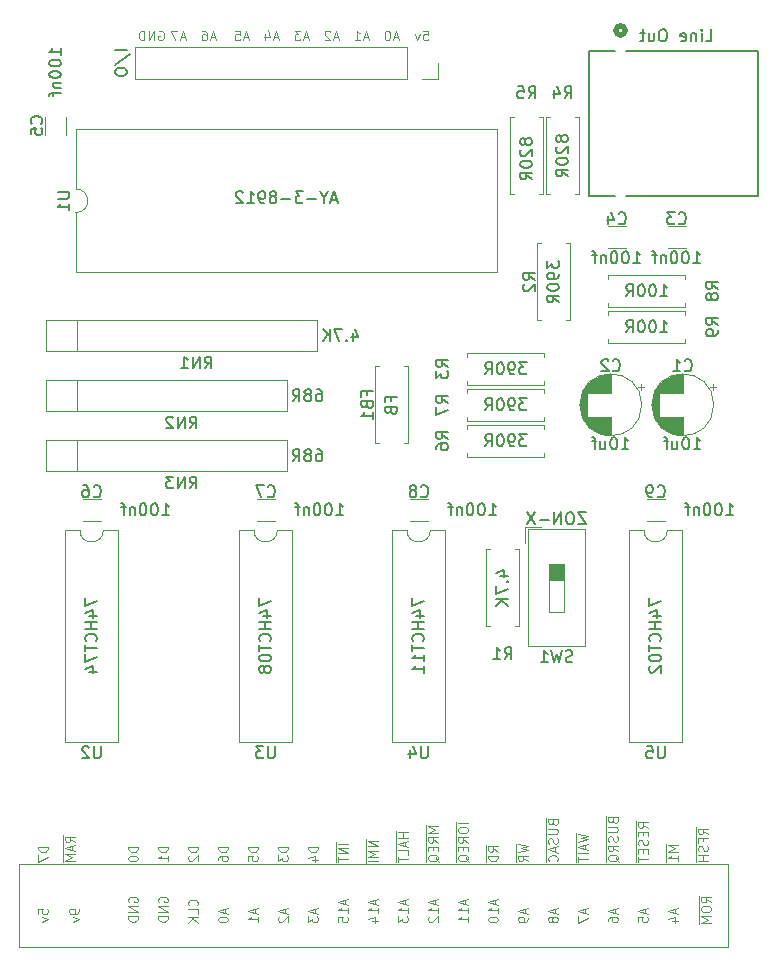
<source format=gbr>
%TF.GenerationSoftware,KiCad,Pcbnew,9.0.4*%
%TF.CreationDate,2025-09-25T21:38:56+01:00*%
%TF.ProjectId,ay-zonic-core,61792d7a-6f6e-4696-932d-636f72652e6b,2.0*%
%TF.SameCoordinates,Original*%
%TF.FileFunction,Legend,Bot*%
%TF.FilePolarity,Positive*%
%FSLAX46Y46*%
G04 Gerber Fmt 4.6, Leading zero omitted, Abs format (unit mm)*
G04 Created by KiCad (PCBNEW 9.0.4) date 2025-09-25 21:38:56*
%MOMM*%
%LPD*%
G01*
G04 APERTURE LIST*
%ADD10C,0.150000*%
%ADD11C,0.120000*%
%ADD12C,0.090000*%
%ADD13C,0.152400*%
%ADD14C,0.508000*%
G04 APERTURE END LIST*
D10*
X112077332Y-102769200D02*
X111934475Y-102816819D01*
X111934475Y-102816819D02*
X111696380Y-102816819D01*
X111696380Y-102816819D02*
X111601142Y-102769200D01*
X111601142Y-102769200D02*
X111553523Y-102721580D01*
X111553523Y-102721580D02*
X111505904Y-102626342D01*
X111505904Y-102626342D02*
X111505904Y-102531104D01*
X111505904Y-102531104D02*
X111553523Y-102435866D01*
X111553523Y-102435866D02*
X111601142Y-102388247D01*
X111601142Y-102388247D02*
X111696380Y-102340628D01*
X111696380Y-102340628D02*
X111886856Y-102293009D01*
X111886856Y-102293009D02*
X111982094Y-102245390D01*
X111982094Y-102245390D02*
X112029713Y-102197771D01*
X112029713Y-102197771D02*
X112077332Y-102102533D01*
X112077332Y-102102533D02*
X112077332Y-102007295D01*
X112077332Y-102007295D02*
X112029713Y-101912057D01*
X112029713Y-101912057D02*
X111982094Y-101864438D01*
X111982094Y-101864438D02*
X111886856Y-101816819D01*
X111886856Y-101816819D02*
X111648761Y-101816819D01*
X111648761Y-101816819D02*
X111505904Y-101864438D01*
X111172570Y-101816819D02*
X110934475Y-102816819D01*
X110934475Y-102816819D02*
X110743999Y-102102533D01*
X110743999Y-102102533D02*
X110553523Y-102816819D01*
X110553523Y-102816819D02*
X110315428Y-101816819D01*
X109410666Y-102816819D02*
X109982094Y-102816819D01*
X109696380Y-102816819D02*
X109696380Y-101816819D01*
X109696380Y-101816819D02*
X109791618Y-101959676D01*
X109791618Y-101959676D02*
X109886856Y-102054914D01*
X109886856Y-102054914D02*
X109982094Y-102102533D01*
X113220189Y-90132819D02*
X112553523Y-90132819D01*
X112553523Y-90132819D02*
X113220189Y-91132819D01*
X113220189Y-91132819D02*
X112553523Y-91132819D01*
X111982094Y-90132819D02*
X111791618Y-90132819D01*
X111791618Y-90132819D02*
X111696380Y-90180438D01*
X111696380Y-90180438D02*
X111601142Y-90275676D01*
X111601142Y-90275676D02*
X111553523Y-90466152D01*
X111553523Y-90466152D02*
X111553523Y-90799485D01*
X111553523Y-90799485D02*
X111601142Y-90989961D01*
X111601142Y-90989961D02*
X111696380Y-91085200D01*
X111696380Y-91085200D02*
X111791618Y-91132819D01*
X111791618Y-91132819D02*
X111982094Y-91132819D01*
X111982094Y-91132819D02*
X112077332Y-91085200D01*
X112077332Y-91085200D02*
X112172570Y-90989961D01*
X112172570Y-90989961D02*
X112220189Y-90799485D01*
X112220189Y-90799485D02*
X112220189Y-90466152D01*
X112220189Y-90466152D02*
X112172570Y-90275676D01*
X112172570Y-90275676D02*
X112077332Y-90180438D01*
X112077332Y-90180438D02*
X111982094Y-90132819D01*
X111124951Y-91132819D02*
X111124951Y-90132819D01*
X111124951Y-90132819D02*
X110553523Y-91132819D01*
X110553523Y-91132819D02*
X110553523Y-90132819D01*
X110077332Y-90751866D02*
X109315428Y-90751866D01*
X108934475Y-90132819D02*
X108267809Y-91132819D01*
X108267809Y-90132819D02*
X108934475Y-91132819D01*
D11*
X66873855Y-124094375D02*
X66873855Y-123713423D01*
X66873855Y-123713423D02*
X67254807Y-123675327D01*
X67254807Y-123675327D02*
X67216712Y-123713423D01*
X67216712Y-123713423D02*
X67178617Y-123789613D01*
X67178617Y-123789613D02*
X67178617Y-123980089D01*
X67178617Y-123980089D02*
X67216712Y-124056280D01*
X67216712Y-124056280D02*
X67254807Y-124094375D01*
X67254807Y-124094375D02*
X67330998Y-124132470D01*
X67330998Y-124132470D02*
X67521474Y-124132470D01*
X67521474Y-124132470D02*
X67597664Y-124094375D01*
X67597664Y-124094375D02*
X67635760Y-124056280D01*
X67635760Y-124056280D02*
X67673855Y-123980089D01*
X67673855Y-123980089D02*
X67673855Y-123789613D01*
X67673855Y-123789613D02*
X67635760Y-123713423D01*
X67635760Y-123713423D02*
X67597664Y-123675327D01*
X67140521Y-124399137D02*
X67673855Y-124589613D01*
X67673855Y-124589613D02*
X67140521Y-124780090D01*
X70297573Y-123751518D02*
X70297573Y-123903899D01*
X70297573Y-123903899D02*
X70259478Y-123980089D01*
X70259478Y-123980089D02*
X70221382Y-124018185D01*
X70221382Y-124018185D02*
X70107097Y-124094375D01*
X70107097Y-124094375D02*
X69954716Y-124132470D01*
X69954716Y-124132470D02*
X69649954Y-124132470D01*
X69649954Y-124132470D02*
X69573763Y-124094375D01*
X69573763Y-124094375D02*
X69535668Y-124056280D01*
X69535668Y-124056280D02*
X69497573Y-123980089D01*
X69497573Y-123980089D02*
X69497573Y-123827708D01*
X69497573Y-123827708D02*
X69535668Y-123751518D01*
X69535668Y-123751518D02*
X69573763Y-123713423D01*
X69573763Y-123713423D02*
X69649954Y-123675327D01*
X69649954Y-123675327D02*
X69840430Y-123675327D01*
X69840430Y-123675327D02*
X69916620Y-123713423D01*
X69916620Y-123713423D02*
X69954716Y-123751518D01*
X69954716Y-123751518D02*
X69992811Y-123827708D01*
X69992811Y-123827708D02*
X69992811Y-123980089D01*
X69992811Y-123980089D02*
X69954716Y-124056280D01*
X69954716Y-124056280D02*
X69916620Y-124094375D01*
X69916620Y-124094375D02*
X69840430Y-124132470D01*
X69764239Y-124399137D02*
X70297573Y-124589613D01*
X70297573Y-124589613D02*
X69764239Y-124780090D01*
X95385283Y-122913327D02*
X95385283Y-123294280D01*
X95613855Y-122837137D02*
X94813855Y-123103804D01*
X94813855Y-123103804D02*
X95613855Y-123370470D01*
X95613855Y-124056184D02*
X95613855Y-123599041D01*
X95613855Y-123827613D02*
X94813855Y-123827613D01*
X94813855Y-123827613D02*
X94928140Y-123751422D01*
X94928140Y-123751422D02*
X95004331Y-123675232D01*
X95004331Y-123675232D02*
X95042426Y-123599041D01*
X95080521Y-124741899D02*
X95613855Y-124741899D01*
X94775760Y-124551423D02*
X95347188Y-124360946D01*
X95347188Y-124360946D02*
X95347188Y-124856185D01*
X95613855Y-117922196D02*
X94813855Y-117922196D01*
X94813855Y-117922196D02*
X95613855Y-118379339D01*
X95613855Y-118379339D02*
X94813855Y-118379339D01*
X95613855Y-118760291D02*
X94813855Y-118760291D01*
X94813855Y-118760291D02*
X95385283Y-119026957D01*
X95385283Y-119026957D02*
X94813855Y-119293624D01*
X94813855Y-119293624D02*
X95613855Y-119293624D01*
X95613855Y-119674577D02*
X94813855Y-119674577D01*
X94591760Y-117811720D02*
X94591760Y-119785053D01*
X115514807Y-116228100D02*
X115552902Y-116342386D01*
X115552902Y-116342386D02*
X115590998Y-116380481D01*
X115590998Y-116380481D02*
X115667188Y-116418577D01*
X115667188Y-116418577D02*
X115781474Y-116418577D01*
X115781474Y-116418577D02*
X115857664Y-116380481D01*
X115857664Y-116380481D02*
X115895760Y-116342386D01*
X115895760Y-116342386D02*
X115933855Y-116266196D01*
X115933855Y-116266196D02*
X115933855Y-115961434D01*
X115933855Y-115961434D02*
X115133855Y-115961434D01*
X115133855Y-115961434D02*
X115133855Y-116228100D01*
X115133855Y-116228100D02*
X115171950Y-116304291D01*
X115171950Y-116304291D02*
X115210045Y-116342386D01*
X115210045Y-116342386D02*
X115286236Y-116380481D01*
X115286236Y-116380481D02*
X115362426Y-116380481D01*
X115362426Y-116380481D02*
X115438617Y-116342386D01*
X115438617Y-116342386D02*
X115476712Y-116304291D01*
X115476712Y-116304291D02*
X115514807Y-116228100D01*
X115514807Y-116228100D02*
X115514807Y-115961434D01*
X115133855Y-116761434D02*
X115781474Y-116761434D01*
X115781474Y-116761434D02*
X115857664Y-116799529D01*
X115857664Y-116799529D02*
X115895760Y-116837624D01*
X115895760Y-116837624D02*
X115933855Y-116913815D01*
X115933855Y-116913815D02*
X115933855Y-117066196D01*
X115933855Y-117066196D02*
X115895760Y-117142386D01*
X115895760Y-117142386D02*
X115857664Y-117180481D01*
X115857664Y-117180481D02*
X115781474Y-117218577D01*
X115781474Y-117218577D02*
X115133855Y-117218577D01*
X115895760Y-117561433D02*
X115933855Y-117675719D01*
X115933855Y-117675719D02*
X115933855Y-117866195D01*
X115933855Y-117866195D02*
X115895760Y-117942386D01*
X115895760Y-117942386D02*
X115857664Y-117980481D01*
X115857664Y-117980481D02*
X115781474Y-118018576D01*
X115781474Y-118018576D02*
X115705283Y-118018576D01*
X115705283Y-118018576D02*
X115629093Y-117980481D01*
X115629093Y-117980481D02*
X115590998Y-117942386D01*
X115590998Y-117942386D02*
X115552902Y-117866195D01*
X115552902Y-117866195D02*
X115514807Y-117713814D01*
X115514807Y-117713814D02*
X115476712Y-117637624D01*
X115476712Y-117637624D02*
X115438617Y-117599529D01*
X115438617Y-117599529D02*
X115362426Y-117561433D01*
X115362426Y-117561433D02*
X115286236Y-117561433D01*
X115286236Y-117561433D02*
X115210045Y-117599529D01*
X115210045Y-117599529D02*
X115171950Y-117637624D01*
X115171950Y-117637624D02*
X115133855Y-117713814D01*
X115133855Y-117713814D02*
X115133855Y-117904291D01*
X115133855Y-117904291D02*
X115171950Y-118018576D01*
X115933855Y-118818577D02*
X115552902Y-118551910D01*
X115933855Y-118361434D02*
X115133855Y-118361434D01*
X115133855Y-118361434D02*
X115133855Y-118666196D01*
X115133855Y-118666196D02*
X115171950Y-118742386D01*
X115171950Y-118742386D02*
X115210045Y-118780481D01*
X115210045Y-118780481D02*
X115286236Y-118818577D01*
X115286236Y-118818577D02*
X115400521Y-118818577D01*
X115400521Y-118818577D02*
X115476712Y-118780481D01*
X115476712Y-118780481D02*
X115514807Y-118742386D01*
X115514807Y-118742386D02*
X115552902Y-118666196D01*
X115552902Y-118666196D02*
X115552902Y-118361434D01*
X116010045Y-119694767D02*
X115971950Y-119618577D01*
X115971950Y-119618577D02*
X115895760Y-119542386D01*
X115895760Y-119542386D02*
X115781474Y-119428100D01*
X115781474Y-119428100D02*
X115743379Y-119351910D01*
X115743379Y-119351910D02*
X115743379Y-119275719D01*
X115933855Y-119313815D02*
X115895760Y-119237624D01*
X115895760Y-119237624D02*
X115819569Y-119161434D01*
X115819569Y-119161434D02*
X115667188Y-119123338D01*
X115667188Y-119123338D02*
X115400521Y-119123338D01*
X115400521Y-119123338D02*
X115248140Y-119161434D01*
X115248140Y-119161434D02*
X115171950Y-119237624D01*
X115171950Y-119237624D02*
X115133855Y-119313815D01*
X115133855Y-119313815D02*
X115133855Y-119466196D01*
X115133855Y-119466196D02*
X115171950Y-119542386D01*
X115171950Y-119542386D02*
X115248140Y-119618577D01*
X115248140Y-119618577D02*
X115400521Y-119656672D01*
X115400521Y-119656672D02*
X115667188Y-119656672D01*
X115667188Y-119656672D02*
X115819569Y-119618577D01*
X115819569Y-119618577D02*
X115895760Y-119542386D01*
X115895760Y-119542386D02*
X115933855Y-119466196D01*
X115933855Y-119466196D02*
X115933855Y-119313815D01*
X114911760Y-115850958D02*
X114911760Y-119729053D01*
X98153855Y-117218577D02*
X97353855Y-117218577D01*
X97734807Y-117218577D02*
X97734807Y-117675720D01*
X98153855Y-117675720D02*
X97353855Y-117675720D01*
X97925283Y-118018576D02*
X97925283Y-118399529D01*
X98153855Y-117942386D02*
X97353855Y-118209053D01*
X97353855Y-118209053D02*
X98153855Y-118475719D01*
X98153855Y-119123338D02*
X98153855Y-118742386D01*
X98153855Y-118742386D02*
X97353855Y-118742386D01*
X97353855Y-119275719D02*
X97353855Y-119732862D01*
X98153855Y-119504290D02*
X97353855Y-119504290D01*
X97131760Y-117108101D02*
X97131760Y-119729053D01*
X85453855Y-118437624D02*
X84653855Y-118437624D01*
X84653855Y-118437624D02*
X84653855Y-118628100D01*
X84653855Y-118628100D02*
X84691950Y-118742386D01*
X84691950Y-118742386D02*
X84768140Y-118818576D01*
X84768140Y-118818576D02*
X84844331Y-118856671D01*
X84844331Y-118856671D02*
X84996712Y-118894767D01*
X84996712Y-118894767D02*
X85110998Y-118894767D01*
X85110998Y-118894767D02*
X85263379Y-118856671D01*
X85263379Y-118856671D02*
X85339569Y-118818576D01*
X85339569Y-118818576D02*
X85415760Y-118742386D01*
X85415760Y-118742386D02*
X85453855Y-118628100D01*
X85453855Y-118628100D02*
X85453855Y-118437624D01*
X84653855Y-119618576D02*
X84653855Y-119237624D01*
X84653855Y-119237624D02*
X85034807Y-119199528D01*
X85034807Y-119199528D02*
X84996712Y-119237624D01*
X84996712Y-119237624D02*
X84958617Y-119313814D01*
X84958617Y-119313814D02*
X84958617Y-119504290D01*
X84958617Y-119504290D02*
X84996712Y-119580481D01*
X84996712Y-119580481D02*
X85034807Y-119618576D01*
X85034807Y-119618576D02*
X85110998Y-119656671D01*
X85110998Y-119656671D02*
X85301474Y-119656671D01*
X85301474Y-119656671D02*
X85377664Y-119618576D01*
X85377664Y-119618576D02*
X85415760Y-119580481D01*
X85415760Y-119580481D02*
X85453855Y-119504290D01*
X85453855Y-119504290D02*
X85453855Y-119313814D01*
X85453855Y-119313814D02*
X85415760Y-119237624D01*
X85415760Y-119237624D02*
X85377664Y-119199528D01*
X80373855Y-118437624D02*
X79573855Y-118437624D01*
X79573855Y-118437624D02*
X79573855Y-118628100D01*
X79573855Y-118628100D02*
X79611950Y-118742386D01*
X79611950Y-118742386D02*
X79688140Y-118818576D01*
X79688140Y-118818576D02*
X79764331Y-118856671D01*
X79764331Y-118856671D02*
X79916712Y-118894767D01*
X79916712Y-118894767D02*
X80030998Y-118894767D01*
X80030998Y-118894767D02*
X80183379Y-118856671D01*
X80183379Y-118856671D02*
X80259569Y-118818576D01*
X80259569Y-118818576D02*
X80335760Y-118742386D01*
X80335760Y-118742386D02*
X80373855Y-118628100D01*
X80373855Y-118628100D02*
X80373855Y-118437624D01*
X79650045Y-119199528D02*
X79611950Y-119237624D01*
X79611950Y-119237624D02*
X79573855Y-119313814D01*
X79573855Y-119313814D02*
X79573855Y-119504290D01*
X79573855Y-119504290D02*
X79611950Y-119580481D01*
X79611950Y-119580481D02*
X79650045Y-119618576D01*
X79650045Y-119618576D02*
X79726236Y-119656671D01*
X79726236Y-119656671D02*
X79802426Y-119656671D01*
X79802426Y-119656671D02*
X79916712Y-119618576D01*
X79916712Y-119618576D02*
X80373855Y-119161433D01*
X80373855Y-119161433D02*
X80373855Y-119656671D01*
X107513855Y-118209052D02*
X108313855Y-118399528D01*
X108313855Y-118399528D02*
X107742426Y-118551909D01*
X107742426Y-118551909D02*
X108313855Y-118704290D01*
X108313855Y-118704290D02*
X107513855Y-118894767D01*
X108313855Y-119656672D02*
X107932902Y-119390005D01*
X108313855Y-119199529D02*
X107513855Y-119199529D01*
X107513855Y-119199529D02*
X107513855Y-119504291D01*
X107513855Y-119504291D02*
X107551950Y-119580481D01*
X107551950Y-119580481D02*
X107590045Y-119618576D01*
X107590045Y-119618576D02*
X107666236Y-119656672D01*
X107666236Y-119656672D02*
X107780521Y-119656672D01*
X107780521Y-119656672D02*
X107856712Y-119618576D01*
X107856712Y-119618576D02*
X107894807Y-119580481D01*
X107894807Y-119580481D02*
X107932902Y-119504291D01*
X107932902Y-119504291D02*
X107932902Y-119199529D01*
X107291760Y-118174767D02*
X107291760Y-119729053D01*
X77833855Y-118437624D02*
X77033855Y-118437624D01*
X77033855Y-118437624D02*
X77033855Y-118628100D01*
X77033855Y-118628100D02*
X77071950Y-118742386D01*
X77071950Y-118742386D02*
X77148140Y-118818576D01*
X77148140Y-118818576D02*
X77224331Y-118856671D01*
X77224331Y-118856671D02*
X77376712Y-118894767D01*
X77376712Y-118894767D02*
X77490998Y-118894767D01*
X77490998Y-118894767D02*
X77643379Y-118856671D01*
X77643379Y-118856671D02*
X77719569Y-118818576D01*
X77719569Y-118818576D02*
X77795760Y-118742386D01*
X77795760Y-118742386D02*
X77833855Y-118628100D01*
X77833855Y-118628100D02*
X77833855Y-118437624D01*
X77833855Y-119656671D02*
X77833855Y-119199528D01*
X77833855Y-119428100D02*
X77033855Y-119428100D01*
X77033855Y-119428100D02*
X77148140Y-119351909D01*
X77148140Y-119351909D02*
X77224331Y-119275719D01*
X77224331Y-119275719D02*
X77262426Y-119199528D01*
X82913855Y-118437624D02*
X82113855Y-118437624D01*
X82113855Y-118437624D02*
X82113855Y-118628100D01*
X82113855Y-118628100D02*
X82151950Y-118742386D01*
X82151950Y-118742386D02*
X82228140Y-118818576D01*
X82228140Y-118818576D02*
X82304331Y-118856671D01*
X82304331Y-118856671D02*
X82456712Y-118894767D01*
X82456712Y-118894767D02*
X82570998Y-118894767D01*
X82570998Y-118894767D02*
X82723379Y-118856671D01*
X82723379Y-118856671D02*
X82799569Y-118818576D01*
X82799569Y-118818576D02*
X82875760Y-118742386D01*
X82875760Y-118742386D02*
X82913855Y-118628100D01*
X82913855Y-118628100D02*
X82913855Y-118437624D01*
X82113855Y-119580481D02*
X82113855Y-119428100D01*
X82113855Y-119428100D02*
X82151950Y-119351909D01*
X82151950Y-119351909D02*
X82190045Y-119313814D01*
X82190045Y-119313814D02*
X82304331Y-119237624D01*
X82304331Y-119237624D02*
X82456712Y-119199528D01*
X82456712Y-119199528D02*
X82761474Y-119199528D01*
X82761474Y-119199528D02*
X82837664Y-119237624D01*
X82837664Y-119237624D02*
X82875760Y-119275719D01*
X82875760Y-119275719D02*
X82913855Y-119351909D01*
X82913855Y-119351909D02*
X82913855Y-119504290D01*
X82913855Y-119504290D02*
X82875760Y-119580481D01*
X82875760Y-119580481D02*
X82837664Y-119618576D01*
X82837664Y-119618576D02*
X82761474Y-119656671D01*
X82761474Y-119656671D02*
X82570998Y-119656671D01*
X82570998Y-119656671D02*
X82494807Y-119618576D01*
X82494807Y-119618576D02*
X82456712Y-119580481D01*
X82456712Y-119580481D02*
X82418617Y-119504290D01*
X82418617Y-119504290D02*
X82418617Y-119351909D01*
X82418617Y-119351909D02*
X82456712Y-119275719D01*
X82456712Y-119275719D02*
X82494807Y-119237624D01*
X82494807Y-119237624D02*
X82570998Y-119199528D01*
X118473855Y-116837623D02*
X118092902Y-116570956D01*
X118473855Y-116380480D02*
X117673855Y-116380480D01*
X117673855Y-116380480D02*
X117673855Y-116685242D01*
X117673855Y-116685242D02*
X117711950Y-116761432D01*
X117711950Y-116761432D02*
X117750045Y-116799527D01*
X117750045Y-116799527D02*
X117826236Y-116837623D01*
X117826236Y-116837623D02*
X117940521Y-116837623D01*
X117940521Y-116837623D02*
X118016712Y-116799527D01*
X118016712Y-116799527D02*
X118054807Y-116761432D01*
X118054807Y-116761432D02*
X118092902Y-116685242D01*
X118092902Y-116685242D02*
X118092902Y-116380480D01*
X118054807Y-117180480D02*
X118054807Y-117447146D01*
X118473855Y-117561432D02*
X118473855Y-117180480D01*
X118473855Y-117180480D02*
X117673855Y-117180480D01*
X117673855Y-117180480D02*
X117673855Y-117561432D01*
X118435760Y-117866194D02*
X118473855Y-117980480D01*
X118473855Y-117980480D02*
X118473855Y-118170956D01*
X118473855Y-118170956D02*
X118435760Y-118247147D01*
X118435760Y-118247147D02*
X118397664Y-118285242D01*
X118397664Y-118285242D02*
X118321474Y-118323337D01*
X118321474Y-118323337D02*
X118245283Y-118323337D01*
X118245283Y-118323337D02*
X118169093Y-118285242D01*
X118169093Y-118285242D02*
X118130998Y-118247147D01*
X118130998Y-118247147D02*
X118092902Y-118170956D01*
X118092902Y-118170956D02*
X118054807Y-118018575D01*
X118054807Y-118018575D02*
X118016712Y-117942385D01*
X118016712Y-117942385D02*
X117978617Y-117904290D01*
X117978617Y-117904290D02*
X117902426Y-117866194D01*
X117902426Y-117866194D02*
X117826236Y-117866194D01*
X117826236Y-117866194D02*
X117750045Y-117904290D01*
X117750045Y-117904290D02*
X117711950Y-117942385D01*
X117711950Y-117942385D02*
X117673855Y-118018575D01*
X117673855Y-118018575D02*
X117673855Y-118209052D01*
X117673855Y-118209052D02*
X117711950Y-118323337D01*
X118054807Y-118666195D02*
X118054807Y-118932861D01*
X118473855Y-119047147D02*
X118473855Y-118666195D01*
X118473855Y-118666195D02*
X117673855Y-118666195D01*
X117673855Y-118666195D02*
X117673855Y-119047147D01*
X117673855Y-119275719D02*
X117673855Y-119732862D01*
X118473855Y-119504290D02*
X117673855Y-119504290D01*
X117451760Y-116270004D02*
X117451760Y-119729053D01*
X90533855Y-118437624D02*
X89733855Y-118437624D01*
X89733855Y-118437624D02*
X89733855Y-118628100D01*
X89733855Y-118628100D02*
X89771950Y-118742386D01*
X89771950Y-118742386D02*
X89848140Y-118818576D01*
X89848140Y-118818576D02*
X89924331Y-118856671D01*
X89924331Y-118856671D02*
X90076712Y-118894767D01*
X90076712Y-118894767D02*
X90190998Y-118894767D01*
X90190998Y-118894767D02*
X90343379Y-118856671D01*
X90343379Y-118856671D02*
X90419569Y-118818576D01*
X90419569Y-118818576D02*
X90495760Y-118742386D01*
X90495760Y-118742386D02*
X90533855Y-118628100D01*
X90533855Y-118628100D02*
X90533855Y-118437624D01*
X90000521Y-119580481D02*
X90533855Y-119580481D01*
X89695760Y-119390005D02*
X90267188Y-119199528D01*
X90267188Y-119199528D02*
X90267188Y-119694767D01*
X90305283Y-123675327D02*
X90305283Y-124056280D01*
X90533855Y-123599137D02*
X89733855Y-123865804D01*
X89733855Y-123865804D02*
X90533855Y-124132470D01*
X89733855Y-124322946D02*
X89733855Y-124818184D01*
X89733855Y-124818184D02*
X90038617Y-124551518D01*
X90038617Y-124551518D02*
X90038617Y-124665803D01*
X90038617Y-124665803D02*
X90076712Y-124741994D01*
X90076712Y-124741994D02*
X90114807Y-124780089D01*
X90114807Y-124780089D02*
X90190998Y-124818184D01*
X90190998Y-124818184D02*
X90381474Y-124818184D01*
X90381474Y-124818184D02*
X90457664Y-124780089D01*
X90457664Y-124780089D02*
X90495760Y-124741994D01*
X90495760Y-124741994D02*
X90533855Y-124665803D01*
X90533855Y-124665803D02*
X90533855Y-124437232D01*
X90533855Y-124437232D02*
X90495760Y-124361041D01*
X90495760Y-124361041D02*
X90457664Y-124322946D01*
X100693855Y-116723338D02*
X99893855Y-116723338D01*
X99893855Y-116723338D02*
X100465283Y-116990004D01*
X100465283Y-116990004D02*
X99893855Y-117256671D01*
X99893855Y-117256671D02*
X100693855Y-117256671D01*
X100693855Y-118094767D02*
X100312902Y-117828100D01*
X100693855Y-117637624D02*
X99893855Y-117637624D01*
X99893855Y-117637624D02*
X99893855Y-117942386D01*
X99893855Y-117942386D02*
X99931950Y-118018576D01*
X99931950Y-118018576D02*
X99970045Y-118056671D01*
X99970045Y-118056671D02*
X100046236Y-118094767D01*
X100046236Y-118094767D02*
X100160521Y-118094767D01*
X100160521Y-118094767D02*
X100236712Y-118056671D01*
X100236712Y-118056671D02*
X100274807Y-118018576D01*
X100274807Y-118018576D02*
X100312902Y-117942386D01*
X100312902Y-117942386D02*
X100312902Y-117637624D01*
X100274807Y-118437624D02*
X100274807Y-118704290D01*
X100693855Y-118818576D02*
X100693855Y-118437624D01*
X100693855Y-118437624D02*
X99893855Y-118437624D01*
X99893855Y-118437624D02*
X99893855Y-118818576D01*
X100770045Y-119694767D02*
X100731950Y-119618577D01*
X100731950Y-119618577D02*
X100655760Y-119542386D01*
X100655760Y-119542386D02*
X100541474Y-119428100D01*
X100541474Y-119428100D02*
X100503379Y-119351910D01*
X100503379Y-119351910D02*
X100503379Y-119275719D01*
X100693855Y-119313815D02*
X100655760Y-119237624D01*
X100655760Y-119237624D02*
X100579569Y-119161434D01*
X100579569Y-119161434D02*
X100427188Y-119123338D01*
X100427188Y-119123338D02*
X100160521Y-119123338D01*
X100160521Y-119123338D02*
X100008140Y-119161434D01*
X100008140Y-119161434D02*
X99931950Y-119237624D01*
X99931950Y-119237624D02*
X99893855Y-119313815D01*
X99893855Y-119313815D02*
X99893855Y-119466196D01*
X99893855Y-119466196D02*
X99931950Y-119542386D01*
X99931950Y-119542386D02*
X100008140Y-119618577D01*
X100008140Y-119618577D02*
X100160521Y-119656672D01*
X100160521Y-119656672D02*
X100427188Y-119656672D01*
X100427188Y-119656672D02*
X100579569Y-119618577D01*
X100579569Y-119618577D02*
X100655760Y-119542386D01*
X100655760Y-119542386D02*
X100693855Y-119466196D01*
X100693855Y-119466196D02*
X100693855Y-119313815D01*
X99671760Y-116612862D02*
X99671760Y-119729053D01*
X110625283Y-123675327D02*
X110625283Y-124056280D01*
X110853855Y-123599137D02*
X110053855Y-123865804D01*
X110053855Y-123865804D02*
X110853855Y-124132470D01*
X110396712Y-124513422D02*
X110358617Y-124437232D01*
X110358617Y-124437232D02*
X110320521Y-124399137D01*
X110320521Y-124399137D02*
X110244331Y-124361041D01*
X110244331Y-124361041D02*
X110206236Y-124361041D01*
X110206236Y-124361041D02*
X110130045Y-124399137D01*
X110130045Y-124399137D02*
X110091950Y-124437232D01*
X110091950Y-124437232D02*
X110053855Y-124513422D01*
X110053855Y-124513422D02*
X110053855Y-124665803D01*
X110053855Y-124665803D02*
X110091950Y-124741994D01*
X110091950Y-124741994D02*
X110130045Y-124780089D01*
X110130045Y-124780089D02*
X110206236Y-124818184D01*
X110206236Y-124818184D02*
X110244331Y-124818184D01*
X110244331Y-124818184D02*
X110320521Y-124780089D01*
X110320521Y-124780089D02*
X110358617Y-124741994D01*
X110358617Y-124741994D02*
X110396712Y-124665803D01*
X110396712Y-124665803D02*
X110396712Y-124513422D01*
X110396712Y-124513422D02*
X110434807Y-124437232D01*
X110434807Y-124437232D02*
X110472902Y-124399137D01*
X110472902Y-124399137D02*
X110549093Y-124361041D01*
X110549093Y-124361041D02*
X110701474Y-124361041D01*
X110701474Y-124361041D02*
X110777664Y-124399137D01*
X110777664Y-124399137D02*
X110815760Y-124437232D01*
X110815760Y-124437232D02*
X110853855Y-124513422D01*
X110853855Y-124513422D02*
X110853855Y-124665803D01*
X110853855Y-124665803D02*
X110815760Y-124741994D01*
X110815760Y-124741994D02*
X110777664Y-124780089D01*
X110777664Y-124780089D02*
X110701474Y-124818184D01*
X110701474Y-124818184D02*
X110549093Y-124818184D01*
X110549093Y-124818184D02*
X110472902Y-124780089D01*
X110472902Y-124780089D02*
X110434807Y-124741994D01*
X110434807Y-124741994D02*
X110396712Y-124665803D01*
X108085283Y-123675327D02*
X108085283Y-124056280D01*
X108313855Y-123599137D02*
X107513855Y-123865804D01*
X107513855Y-123865804D02*
X108313855Y-124132470D01*
X108313855Y-124437232D02*
X108313855Y-124589613D01*
X108313855Y-124589613D02*
X108275760Y-124665803D01*
X108275760Y-124665803D02*
X108237664Y-124703899D01*
X108237664Y-124703899D02*
X108123379Y-124780089D01*
X108123379Y-124780089D02*
X107970998Y-124818184D01*
X107970998Y-124818184D02*
X107666236Y-124818184D01*
X107666236Y-124818184D02*
X107590045Y-124780089D01*
X107590045Y-124780089D02*
X107551950Y-124741994D01*
X107551950Y-124741994D02*
X107513855Y-124665803D01*
X107513855Y-124665803D02*
X107513855Y-124513422D01*
X107513855Y-124513422D02*
X107551950Y-124437232D01*
X107551950Y-124437232D02*
X107590045Y-124399137D01*
X107590045Y-124399137D02*
X107666236Y-124361041D01*
X107666236Y-124361041D02*
X107856712Y-124361041D01*
X107856712Y-124361041D02*
X107932902Y-124399137D01*
X107932902Y-124399137D02*
X107970998Y-124437232D01*
X107970998Y-124437232D02*
X108009093Y-124513422D01*
X108009093Y-124513422D02*
X108009093Y-124665803D01*
X108009093Y-124665803D02*
X107970998Y-124741994D01*
X107970998Y-124741994D02*
X107932902Y-124780089D01*
X107932902Y-124780089D02*
X107856712Y-124818184D01*
X100465283Y-122913327D02*
X100465283Y-123294280D01*
X100693855Y-122837137D02*
X99893855Y-123103804D01*
X99893855Y-123103804D02*
X100693855Y-123370470D01*
X100693855Y-124056184D02*
X100693855Y-123599041D01*
X100693855Y-123827613D02*
X99893855Y-123827613D01*
X99893855Y-123827613D02*
X100008140Y-123751422D01*
X100008140Y-123751422D02*
X100084331Y-123675232D01*
X100084331Y-123675232D02*
X100122426Y-123599041D01*
X99970045Y-124360946D02*
X99931950Y-124399042D01*
X99931950Y-124399042D02*
X99893855Y-124475232D01*
X99893855Y-124475232D02*
X99893855Y-124665708D01*
X99893855Y-124665708D02*
X99931950Y-124741899D01*
X99931950Y-124741899D02*
X99970045Y-124779994D01*
X99970045Y-124779994D02*
X100046236Y-124818089D01*
X100046236Y-124818089D02*
X100122426Y-124818089D01*
X100122426Y-124818089D02*
X100236712Y-124779994D01*
X100236712Y-124779994D02*
X100693855Y-124322851D01*
X100693855Y-124322851D02*
X100693855Y-124818089D01*
X77071950Y-123116470D02*
X77033855Y-123040280D01*
X77033855Y-123040280D02*
X77033855Y-122925994D01*
X77033855Y-122925994D02*
X77071950Y-122811708D01*
X77071950Y-122811708D02*
X77148140Y-122735518D01*
X77148140Y-122735518D02*
X77224331Y-122697423D01*
X77224331Y-122697423D02*
X77376712Y-122659327D01*
X77376712Y-122659327D02*
X77490998Y-122659327D01*
X77490998Y-122659327D02*
X77643379Y-122697423D01*
X77643379Y-122697423D02*
X77719569Y-122735518D01*
X77719569Y-122735518D02*
X77795760Y-122811708D01*
X77795760Y-122811708D02*
X77833855Y-122925994D01*
X77833855Y-122925994D02*
X77833855Y-123002185D01*
X77833855Y-123002185D02*
X77795760Y-123116470D01*
X77795760Y-123116470D02*
X77757664Y-123154566D01*
X77757664Y-123154566D02*
X77490998Y-123154566D01*
X77490998Y-123154566D02*
X77490998Y-123002185D01*
X77833855Y-123497423D02*
X77033855Y-123497423D01*
X77033855Y-123497423D02*
X77833855Y-123954566D01*
X77833855Y-123954566D02*
X77033855Y-123954566D01*
X77833855Y-124335518D02*
X77033855Y-124335518D01*
X77033855Y-124335518D02*
X77033855Y-124525994D01*
X77033855Y-124525994D02*
X77071950Y-124640280D01*
X77071950Y-124640280D02*
X77148140Y-124716470D01*
X77148140Y-124716470D02*
X77224331Y-124754565D01*
X77224331Y-124754565D02*
X77376712Y-124792661D01*
X77376712Y-124792661D02*
X77490998Y-124792661D01*
X77490998Y-124792661D02*
X77643379Y-124754565D01*
X77643379Y-124754565D02*
X77719569Y-124716470D01*
X77719569Y-124716470D02*
X77795760Y-124640280D01*
X77795760Y-124640280D02*
X77833855Y-124525994D01*
X77833855Y-124525994D02*
X77833855Y-124335518D01*
X103233855Y-116418577D02*
X102433855Y-116418577D01*
X102433855Y-116951910D02*
X102433855Y-117104291D01*
X102433855Y-117104291D02*
X102471950Y-117180481D01*
X102471950Y-117180481D02*
X102548140Y-117256672D01*
X102548140Y-117256672D02*
X102700521Y-117294767D01*
X102700521Y-117294767D02*
X102967188Y-117294767D01*
X102967188Y-117294767D02*
X103119569Y-117256672D01*
X103119569Y-117256672D02*
X103195760Y-117180481D01*
X103195760Y-117180481D02*
X103233855Y-117104291D01*
X103233855Y-117104291D02*
X103233855Y-116951910D01*
X103233855Y-116951910D02*
X103195760Y-116875719D01*
X103195760Y-116875719D02*
X103119569Y-116799529D01*
X103119569Y-116799529D02*
X102967188Y-116761433D01*
X102967188Y-116761433D02*
X102700521Y-116761433D01*
X102700521Y-116761433D02*
X102548140Y-116799529D01*
X102548140Y-116799529D02*
X102471950Y-116875719D01*
X102471950Y-116875719D02*
X102433855Y-116951910D01*
X103233855Y-118094767D02*
X102852902Y-117828100D01*
X103233855Y-117637624D02*
X102433855Y-117637624D01*
X102433855Y-117637624D02*
X102433855Y-117942386D01*
X102433855Y-117942386D02*
X102471950Y-118018576D01*
X102471950Y-118018576D02*
X102510045Y-118056671D01*
X102510045Y-118056671D02*
X102586236Y-118094767D01*
X102586236Y-118094767D02*
X102700521Y-118094767D01*
X102700521Y-118094767D02*
X102776712Y-118056671D01*
X102776712Y-118056671D02*
X102814807Y-118018576D01*
X102814807Y-118018576D02*
X102852902Y-117942386D01*
X102852902Y-117942386D02*
X102852902Y-117637624D01*
X102814807Y-118437624D02*
X102814807Y-118704290D01*
X103233855Y-118818576D02*
X103233855Y-118437624D01*
X103233855Y-118437624D02*
X102433855Y-118437624D01*
X102433855Y-118437624D02*
X102433855Y-118818576D01*
X103310045Y-119694767D02*
X103271950Y-119618577D01*
X103271950Y-119618577D02*
X103195760Y-119542386D01*
X103195760Y-119542386D02*
X103081474Y-119428100D01*
X103081474Y-119428100D02*
X103043379Y-119351910D01*
X103043379Y-119351910D02*
X103043379Y-119275719D01*
X103233855Y-119313815D02*
X103195760Y-119237624D01*
X103195760Y-119237624D02*
X103119569Y-119161434D01*
X103119569Y-119161434D02*
X102967188Y-119123338D01*
X102967188Y-119123338D02*
X102700521Y-119123338D01*
X102700521Y-119123338D02*
X102548140Y-119161434D01*
X102548140Y-119161434D02*
X102471950Y-119237624D01*
X102471950Y-119237624D02*
X102433855Y-119313815D01*
X102433855Y-119313815D02*
X102433855Y-119466196D01*
X102433855Y-119466196D02*
X102471950Y-119542386D01*
X102471950Y-119542386D02*
X102548140Y-119618577D01*
X102548140Y-119618577D02*
X102700521Y-119656672D01*
X102700521Y-119656672D02*
X102967188Y-119656672D01*
X102967188Y-119656672D02*
X103119569Y-119618577D01*
X103119569Y-119618577D02*
X103195760Y-119542386D01*
X103195760Y-119542386D02*
X103233855Y-119466196D01*
X103233855Y-119466196D02*
X103233855Y-119313815D01*
X102211760Y-116308101D02*
X102211760Y-119729053D01*
X115705283Y-123675327D02*
X115705283Y-124056280D01*
X115933855Y-123599137D02*
X115133855Y-123865804D01*
X115133855Y-123865804D02*
X115933855Y-124132470D01*
X115133855Y-124741994D02*
X115133855Y-124589613D01*
X115133855Y-124589613D02*
X115171950Y-124513422D01*
X115171950Y-124513422D02*
X115210045Y-124475327D01*
X115210045Y-124475327D02*
X115324331Y-124399137D01*
X115324331Y-124399137D02*
X115476712Y-124361041D01*
X115476712Y-124361041D02*
X115781474Y-124361041D01*
X115781474Y-124361041D02*
X115857664Y-124399137D01*
X115857664Y-124399137D02*
X115895760Y-124437232D01*
X115895760Y-124437232D02*
X115933855Y-124513422D01*
X115933855Y-124513422D02*
X115933855Y-124665803D01*
X115933855Y-124665803D02*
X115895760Y-124741994D01*
X115895760Y-124741994D02*
X115857664Y-124780089D01*
X115857664Y-124780089D02*
X115781474Y-124818184D01*
X115781474Y-124818184D02*
X115590998Y-124818184D01*
X115590998Y-124818184D02*
X115514807Y-124780089D01*
X115514807Y-124780089D02*
X115476712Y-124741994D01*
X115476712Y-124741994D02*
X115438617Y-124665803D01*
X115438617Y-124665803D02*
X115438617Y-124513422D01*
X115438617Y-124513422D02*
X115476712Y-124437232D01*
X115476712Y-124437232D02*
X115514807Y-124399137D01*
X115514807Y-124399137D02*
X115590998Y-124361041D01*
X113165283Y-123675327D02*
X113165283Y-124056280D01*
X113393855Y-123599137D02*
X112593855Y-123865804D01*
X112593855Y-123865804D02*
X113393855Y-124132470D01*
X112593855Y-124322946D02*
X112593855Y-124856280D01*
X112593855Y-124856280D02*
X113393855Y-124513422D01*
X93073855Y-118170958D02*
X92273855Y-118170958D01*
X93073855Y-118551910D02*
X92273855Y-118551910D01*
X92273855Y-118551910D02*
X93073855Y-119009053D01*
X93073855Y-119009053D02*
X92273855Y-119009053D01*
X92273855Y-119275719D02*
X92273855Y-119732862D01*
X93073855Y-119504290D02*
X92273855Y-119504290D01*
X92051760Y-118060482D02*
X92051760Y-119729053D01*
X123553855Y-117370958D02*
X123172902Y-117104291D01*
X123553855Y-116913815D02*
X122753855Y-116913815D01*
X122753855Y-116913815D02*
X122753855Y-117218577D01*
X122753855Y-117218577D02*
X122791950Y-117294767D01*
X122791950Y-117294767D02*
X122830045Y-117332862D01*
X122830045Y-117332862D02*
X122906236Y-117370958D01*
X122906236Y-117370958D02*
X123020521Y-117370958D01*
X123020521Y-117370958D02*
X123096712Y-117332862D01*
X123096712Y-117332862D02*
X123134807Y-117294767D01*
X123134807Y-117294767D02*
X123172902Y-117218577D01*
X123172902Y-117218577D02*
X123172902Y-116913815D01*
X123134807Y-117980481D02*
X123134807Y-117713815D01*
X123553855Y-117713815D02*
X122753855Y-117713815D01*
X122753855Y-117713815D02*
X122753855Y-118094767D01*
X123515760Y-118361433D02*
X123553855Y-118475719D01*
X123553855Y-118475719D02*
X123553855Y-118666195D01*
X123553855Y-118666195D02*
X123515760Y-118742386D01*
X123515760Y-118742386D02*
X123477664Y-118780481D01*
X123477664Y-118780481D02*
X123401474Y-118818576D01*
X123401474Y-118818576D02*
X123325283Y-118818576D01*
X123325283Y-118818576D02*
X123249093Y-118780481D01*
X123249093Y-118780481D02*
X123210998Y-118742386D01*
X123210998Y-118742386D02*
X123172902Y-118666195D01*
X123172902Y-118666195D02*
X123134807Y-118513814D01*
X123134807Y-118513814D02*
X123096712Y-118437624D01*
X123096712Y-118437624D02*
X123058617Y-118399529D01*
X123058617Y-118399529D02*
X122982426Y-118361433D01*
X122982426Y-118361433D02*
X122906236Y-118361433D01*
X122906236Y-118361433D02*
X122830045Y-118399529D01*
X122830045Y-118399529D02*
X122791950Y-118437624D01*
X122791950Y-118437624D02*
X122753855Y-118513814D01*
X122753855Y-118513814D02*
X122753855Y-118704291D01*
X122753855Y-118704291D02*
X122791950Y-118818576D01*
X123553855Y-119161434D02*
X122753855Y-119161434D01*
X123134807Y-119161434D02*
X123134807Y-119618577D01*
X123553855Y-119618577D02*
X122753855Y-119618577D01*
X122531760Y-116803339D02*
X122531760Y-119729053D01*
X87993855Y-118437624D02*
X87193855Y-118437624D01*
X87193855Y-118437624D02*
X87193855Y-118628100D01*
X87193855Y-118628100D02*
X87231950Y-118742386D01*
X87231950Y-118742386D02*
X87308140Y-118818576D01*
X87308140Y-118818576D02*
X87384331Y-118856671D01*
X87384331Y-118856671D02*
X87536712Y-118894767D01*
X87536712Y-118894767D02*
X87650998Y-118894767D01*
X87650998Y-118894767D02*
X87803379Y-118856671D01*
X87803379Y-118856671D02*
X87879569Y-118818576D01*
X87879569Y-118818576D02*
X87955760Y-118742386D01*
X87955760Y-118742386D02*
X87993855Y-118628100D01*
X87993855Y-118628100D02*
X87993855Y-118437624D01*
X87193855Y-119161433D02*
X87193855Y-119656671D01*
X87193855Y-119656671D02*
X87498617Y-119390005D01*
X87498617Y-119390005D02*
X87498617Y-119504290D01*
X87498617Y-119504290D02*
X87536712Y-119580481D01*
X87536712Y-119580481D02*
X87574807Y-119618576D01*
X87574807Y-119618576D02*
X87650998Y-119656671D01*
X87650998Y-119656671D02*
X87841474Y-119656671D01*
X87841474Y-119656671D02*
X87917664Y-119618576D01*
X87917664Y-119618576D02*
X87955760Y-119580481D01*
X87955760Y-119580481D02*
X87993855Y-119504290D01*
X87993855Y-119504290D02*
X87993855Y-119275719D01*
X87993855Y-119275719D02*
X87955760Y-119199528D01*
X87955760Y-119199528D02*
X87917664Y-119161433D01*
X105545283Y-122913327D02*
X105545283Y-123294280D01*
X105773855Y-122837137D02*
X104973855Y-123103804D01*
X104973855Y-123103804D02*
X105773855Y-123370470D01*
X105773855Y-124056184D02*
X105773855Y-123599041D01*
X105773855Y-123827613D02*
X104973855Y-123827613D01*
X104973855Y-123827613D02*
X105088140Y-123751422D01*
X105088140Y-123751422D02*
X105164331Y-123675232D01*
X105164331Y-123675232D02*
X105202426Y-123599041D01*
X104973855Y-124551423D02*
X104973855Y-124627613D01*
X104973855Y-124627613D02*
X105011950Y-124703804D01*
X105011950Y-124703804D02*
X105050045Y-124741899D01*
X105050045Y-124741899D02*
X105126236Y-124779994D01*
X105126236Y-124779994D02*
X105278617Y-124818089D01*
X105278617Y-124818089D02*
X105469093Y-124818089D01*
X105469093Y-124818089D02*
X105621474Y-124779994D01*
X105621474Y-124779994D02*
X105697664Y-124741899D01*
X105697664Y-124741899D02*
X105735760Y-124703804D01*
X105735760Y-124703804D02*
X105773855Y-124627613D01*
X105773855Y-124627613D02*
X105773855Y-124551423D01*
X105773855Y-124551423D02*
X105735760Y-124475232D01*
X105735760Y-124475232D02*
X105697664Y-124437137D01*
X105697664Y-124437137D02*
X105621474Y-124399042D01*
X105621474Y-124399042D02*
X105469093Y-124360946D01*
X105469093Y-124360946D02*
X105278617Y-124360946D01*
X105278617Y-124360946D02*
X105126236Y-124399042D01*
X105126236Y-124399042D02*
X105050045Y-124437137D01*
X105050045Y-124437137D02*
X105011950Y-124475232D01*
X105011950Y-124475232D02*
X104973855Y-124551423D01*
X120785283Y-123675327D02*
X120785283Y-124056280D01*
X121013855Y-123599137D02*
X120213855Y-123865804D01*
X120213855Y-123865804D02*
X121013855Y-124132470D01*
X120480521Y-124741994D02*
X121013855Y-124741994D01*
X120175760Y-124551518D02*
X120747188Y-124361041D01*
X120747188Y-124361041D02*
X120747188Y-124856280D01*
X85225283Y-123675327D02*
X85225283Y-124056280D01*
X85453855Y-123599137D02*
X84653855Y-123865804D01*
X84653855Y-123865804D02*
X85453855Y-124132470D01*
X85453855Y-124818184D02*
X85453855Y-124361041D01*
X85453855Y-124589613D02*
X84653855Y-124589613D01*
X84653855Y-124589613D02*
X84768140Y-124513422D01*
X84768140Y-124513422D02*
X84844331Y-124437232D01*
X84844331Y-124437232D02*
X84882426Y-124361041D01*
X80297664Y-123408566D02*
X80335760Y-123370470D01*
X80335760Y-123370470D02*
X80373855Y-123256185D01*
X80373855Y-123256185D02*
X80373855Y-123179994D01*
X80373855Y-123179994D02*
X80335760Y-123065708D01*
X80335760Y-123065708D02*
X80259569Y-122989518D01*
X80259569Y-122989518D02*
X80183379Y-122951423D01*
X80183379Y-122951423D02*
X80030998Y-122913327D01*
X80030998Y-122913327D02*
X79916712Y-122913327D01*
X79916712Y-122913327D02*
X79764331Y-122951423D01*
X79764331Y-122951423D02*
X79688140Y-122989518D01*
X79688140Y-122989518D02*
X79611950Y-123065708D01*
X79611950Y-123065708D02*
X79573855Y-123179994D01*
X79573855Y-123179994D02*
X79573855Y-123256185D01*
X79573855Y-123256185D02*
X79611950Y-123370470D01*
X79611950Y-123370470D02*
X79650045Y-123408566D01*
X80373855Y-124132375D02*
X80373855Y-123751423D01*
X80373855Y-123751423D02*
X79573855Y-123751423D01*
X80373855Y-124399042D02*
X79573855Y-124399042D01*
X80373855Y-124856185D02*
X79916712Y-124513327D01*
X79573855Y-124856185D02*
X80030998Y-124399042D01*
X103005283Y-122913327D02*
X103005283Y-123294280D01*
X103233855Y-122837137D02*
X102433855Y-123103804D01*
X102433855Y-123103804D02*
X103233855Y-123370470D01*
X103233855Y-124056184D02*
X103233855Y-123599041D01*
X103233855Y-123827613D02*
X102433855Y-123827613D01*
X102433855Y-123827613D02*
X102548140Y-123751422D01*
X102548140Y-123751422D02*
X102624331Y-123675232D01*
X102624331Y-123675232D02*
X102662426Y-123599041D01*
X103233855Y-124818089D02*
X103233855Y-124360946D01*
X103233855Y-124589518D02*
X102433855Y-124589518D01*
X102433855Y-124589518D02*
X102548140Y-124513327D01*
X102548140Y-124513327D02*
X102624331Y-124437137D01*
X102624331Y-124437137D02*
X102662426Y-124360946D01*
X92845283Y-122913327D02*
X92845283Y-123294280D01*
X93073855Y-122837137D02*
X92273855Y-123103804D01*
X92273855Y-123103804D02*
X93073855Y-123370470D01*
X93073855Y-124056184D02*
X93073855Y-123599041D01*
X93073855Y-123827613D02*
X92273855Y-123827613D01*
X92273855Y-123827613D02*
X92388140Y-123751422D01*
X92388140Y-123751422D02*
X92464331Y-123675232D01*
X92464331Y-123675232D02*
X92502426Y-123599041D01*
X92273855Y-124779994D02*
X92273855Y-124399042D01*
X92273855Y-124399042D02*
X92654807Y-124360946D01*
X92654807Y-124360946D02*
X92616712Y-124399042D01*
X92616712Y-124399042D02*
X92578617Y-124475232D01*
X92578617Y-124475232D02*
X92578617Y-124665708D01*
X92578617Y-124665708D02*
X92616712Y-124741899D01*
X92616712Y-124741899D02*
X92654807Y-124779994D01*
X92654807Y-124779994D02*
X92730998Y-124818089D01*
X92730998Y-124818089D02*
X92921474Y-124818089D01*
X92921474Y-124818089D02*
X92997664Y-124779994D01*
X92997664Y-124779994D02*
X93035760Y-124741899D01*
X93035760Y-124741899D02*
X93073855Y-124665708D01*
X93073855Y-124665708D02*
X93073855Y-124475232D01*
X93073855Y-124475232D02*
X93035760Y-124399042D01*
X93035760Y-124399042D02*
X92997664Y-124360946D01*
X110434807Y-116380481D02*
X110472902Y-116494767D01*
X110472902Y-116494767D02*
X110510998Y-116532862D01*
X110510998Y-116532862D02*
X110587188Y-116570958D01*
X110587188Y-116570958D02*
X110701474Y-116570958D01*
X110701474Y-116570958D02*
X110777664Y-116532862D01*
X110777664Y-116532862D02*
X110815760Y-116494767D01*
X110815760Y-116494767D02*
X110853855Y-116418577D01*
X110853855Y-116418577D02*
X110853855Y-116113815D01*
X110853855Y-116113815D02*
X110053855Y-116113815D01*
X110053855Y-116113815D02*
X110053855Y-116380481D01*
X110053855Y-116380481D02*
X110091950Y-116456672D01*
X110091950Y-116456672D02*
X110130045Y-116494767D01*
X110130045Y-116494767D02*
X110206236Y-116532862D01*
X110206236Y-116532862D02*
X110282426Y-116532862D01*
X110282426Y-116532862D02*
X110358617Y-116494767D01*
X110358617Y-116494767D02*
X110396712Y-116456672D01*
X110396712Y-116456672D02*
X110434807Y-116380481D01*
X110434807Y-116380481D02*
X110434807Y-116113815D01*
X110053855Y-116913815D02*
X110701474Y-116913815D01*
X110701474Y-116913815D02*
X110777664Y-116951910D01*
X110777664Y-116951910D02*
X110815760Y-116990005D01*
X110815760Y-116990005D02*
X110853855Y-117066196D01*
X110853855Y-117066196D02*
X110853855Y-117218577D01*
X110853855Y-117218577D02*
X110815760Y-117294767D01*
X110815760Y-117294767D02*
X110777664Y-117332862D01*
X110777664Y-117332862D02*
X110701474Y-117370958D01*
X110701474Y-117370958D02*
X110053855Y-117370958D01*
X110815760Y-117713814D02*
X110853855Y-117828100D01*
X110853855Y-117828100D02*
X110853855Y-118018576D01*
X110853855Y-118018576D02*
X110815760Y-118094767D01*
X110815760Y-118094767D02*
X110777664Y-118132862D01*
X110777664Y-118132862D02*
X110701474Y-118170957D01*
X110701474Y-118170957D02*
X110625283Y-118170957D01*
X110625283Y-118170957D02*
X110549093Y-118132862D01*
X110549093Y-118132862D02*
X110510998Y-118094767D01*
X110510998Y-118094767D02*
X110472902Y-118018576D01*
X110472902Y-118018576D02*
X110434807Y-117866195D01*
X110434807Y-117866195D02*
X110396712Y-117790005D01*
X110396712Y-117790005D02*
X110358617Y-117751910D01*
X110358617Y-117751910D02*
X110282426Y-117713814D01*
X110282426Y-117713814D02*
X110206236Y-117713814D01*
X110206236Y-117713814D02*
X110130045Y-117751910D01*
X110130045Y-117751910D02*
X110091950Y-117790005D01*
X110091950Y-117790005D02*
X110053855Y-117866195D01*
X110053855Y-117866195D02*
X110053855Y-118056672D01*
X110053855Y-118056672D02*
X110091950Y-118170957D01*
X110625283Y-118475719D02*
X110625283Y-118856672D01*
X110853855Y-118399529D02*
X110053855Y-118666196D01*
X110053855Y-118666196D02*
X110853855Y-118932862D01*
X110777664Y-119656672D02*
X110815760Y-119618576D01*
X110815760Y-119618576D02*
X110853855Y-119504291D01*
X110853855Y-119504291D02*
X110853855Y-119428100D01*
X110853855Y-119428100D02*
X110815760Y-119313814D01*
X110815760Y-119313814D02*
X110739569Y-119237624D01*
X110739569Y-119237624D02*
X110663379Y-119199529D01*
X110663379Y-119199529D02*
X110510998Y-119161433D01*
X110510998Y-119161433D02*
X110396712Y-119161433D01*
X110396712Y-119161433D02*
X110244331Y-119199529D01*
X110244331Y-119199529D02*
X110168140Y-119237624D01*
X110168140Y-119237624D02*
X110091950Y-119313814D01*
X110091950Y-119313814D02*
X110053855Y-119428100D01*
X110053855Y-119428100D02*
X110053855Y-119504291D01*
X110053855Y-119504291D02*
X110091950Y-119618576D01*
X110091950Y-119618576D02*
X110130045Y-119656672D01*
X109831760Y-116003339D02*
X109831760Y-119729053D01*
X97925283Y-122913327D02*
X97925283Y-123294280D01*
X98153855Y-122837137D02*
X97353855Y-123103804D01*
X97353855Y-123103804D02*
X98153855Y-123370470D01*
X98153855Y-124056184D02*
X98153855Y-123599041D01*
X98153855Y-123827613D02*
X97353855Y-123827613D01*
X97353855Y-123827613D02*
X97468140Y-123751422D01*
X97468140Y-123751422D02*
X97544331Y-123675232D01*
X97544331Y-123675232D02*
X97582426Y-123599041D01*
X97353855Y-124322851D02*
X97353855Y-124818089D01*
X97353855Y-124818089D02*
X97658617Y-124551423D01*
X97658617Y-124551423D02*
X97658617Y-124665708D01*
X97658617Y-124665708D02*
X97696712Y-124741899D01*
X97696712Y-124741899D02*
X97734807Y-124779994D01*
X97734807Y-124779994D02*
X97810998Y-124818089D01*
X97810998Y-124818089D02*
X98001474Y-124818089D01*
X98001474Y-124818089D02*
X98077664Y-124779994D01*
X98077664Y-124779994D02*
X98115760Y-124741899D01*
X98115760Y-124741899D02*
X98153855Y-124665708D01*
X98153855Y-124665708D02*
X98153855Y-124437137D01*
X98153855Y-124437137D02*
X98115760Y-124360946D01*
X98115760Y-124360946D02*
X98077664Y-124322851D01*
X67673855Y-118437624D02*
X66873855Y-118437624D01*
X66873855Y-118437624D02*
X66873855Y-118628100D01*
X66873855Y-118628100D02*
X66911950Y-118742386D01*
X66911950Y-118742386D02*
X66988140Y-118818576D01*
X66988140Y-118818576D02*
X67064331Y-118856671D01*
X67064331Y-118856671D02*
X67216712Y-118894767D01*
X67216712Y-118894767D02*
X67330998Y-118894767D01*
X67330998Y-118894767D02*
X67483379Y-118856671D01*
X67483379Y-118856671D02*
X67559569Y-118818576D01*
X67559569Y-118818576D02*
X67635760Y-118742386D01*
X67635760Y-118742386D02*
X67673855Y-118628100D01*
X67673855Y-118628100D02*
X67673855Y-118437624D01*
X66873855Y-119161433D02*
X66873855Y-119694767D01*
X66873855Y-119694767D02*
X67673855Y-119351909D01*
X118245283Y-123675327D02*
X118245283Y-124056280D01*
X118473855Y-123599137D02*
X117673855Y-123865804D01*
X117673855Y-123865804D02*
X118473855Y-124132470D01*
X117673855Y-124780089D02*
X117673855Y-124399137D01*
X117673855Y-124399137D02*
X118054807Y-124361041D01*
X118054807Y-124361041D02*
X118016712Y-124399137D01*
X118016712Y-124399137D02*
X117978617Y-124475327D01*
X117978617Y-124475327D02*
X117978617Y-124665803D01*
X117978617Y-124665803D02*
X118016712Y-124741994D01*
X118016712Y-124741994D02*
X118054807Y-124780089D01*
X118054807Y-124780089D02*
X118130998Y-124818184D01*
X118130998Y-124818184D02*
X118321474Y-124818184D01*
X118321474Y-124818184D02*
X118397664Y-124780089D01*
X118397664Y-124780089D02*
X118435760Y-124741994D01*
X118435760Y-124741994D02*
X118473855Y-124665803D01*
X118473855Y-124665803D02*
X118473855Y-124475327D01*
X118473855Y-124475327D02*
X118435760Y-124399137D01*
X118435760Y-124399137D02*
X118397664Y-124361041D01*
X87765283Y-123675327D02*
X87765283Y-124056280D01*
X87993855Y-123599137D02*
X87193855Y-123865804D01*
X87193855Y-123865804D02*
X87993855Y-124132470D01*
X87270045Y-124361041D02*
X87231950Y-124399137D01*
X87231950Y-124399137D02*
X87193855Y-124475327D01*
X87193855Y-124475327D02*
X87193855Y-124665803D01*
X87193855Y-124665803D02*
X87231950Y-124741994D01*
X87231950Y-124741994D02*
X87270045Y-124780089D01*
X87270045Y-124780089D02*
X87346236Y-124818184D01*
X87346236Y-124818184D02*
X87422426Y-124818184D01*
X87422426Y-124818184D02*
X87536712Y-124780089D01*
X87536712Y-124780089D02*
X87993855Y-124322946D01*
X87993855Y-124322946D02*
X87993855Y-124818184D01*
X105773855Y-118856672D02*
X105392902Y-118590005D01*
X105773855Y-118399529D02*
X104973855Y-118399529D01*
X104973855Y-118399529D02*
X104973855Y-118704291D01*
X104973855Y-118704291D02*
X105011950Y-118780481D01*
X105011950Y-118780481D02*
X105050045Y-118818576D01*
X105050045Y-118818576D02*
X105126236Y-118856672D01*
X105126236Y-118856672D02*
X105240521Y-118856672D01*
X105240521Y-118856672D02*
X105316712Y-118818576D01*
X105316712Y-118818576D02*
X105354807Y-118780481D01*
X105354807Y-118780481D02*
X105392902Y-118704291D01*
X105392902Y-118704291D02*
X105392902Y-118399529D01*
X105773855Y-119199529D02*
X104973855Y-119199529D01*
X104973855Y-119199529D02*
X104973855Y-119390005D01*
X104973855Y-119390005D02*
X105011950Y-119504291D01*
X105011950Y-119504291D02*
X105088140Y-119580481D01*
X105088140Y-119580481D02*
X105164331Y-119618576D01*
X105164331Y-119618576D02*
X105316712Y-119656672D01*
X105316712Y-119656672D02*
X105430998Y-119656672D01*
X105430998Y-119656672D02*
X105583379Y-119618576D01*
X105583379Y-119618576D02*
X105659569Y-119580481D01*
X105659569Y-119580481D02*
X105735760Y-119504291D01*
X105735760Y-119504291D02*
X105773855Y-119390005D01*
X105773855Y-119390005D02*
X105773855Y-119199529D01*
X104751760Y-118289053D02*
X104751760Y-119729053D01*
X82685283Y-123675327D02*
X82685283Y-124056280D01*
X82913855Y-123599137D02*
X82113855Y-123865804D01*
X82113855Y-123865804D02*
X82913855Y-124132470D01*
X82113855Y-124551518D02*
X82113855Y-124627708D01*
X82113855Y-124627708D02*
X82151950Y-124703899D01*
X82151950Y-124703899D02*
X82190045Y-124741994D01*
X82190045Y-124741994D02*
X82266236Y-124780089D01*
X82266236Y-124780089D02*
X82418617Y-124818184D01*
X82418617Y-124818184D02*
X82609093Y-124818184D01*
X82609093Y-124818184D02*
X82761474Y-124780089D01*
X82761474Y-124780089D02*
X82837664Y-124741994D01*
X82837664Y-124741994D02*
X82875760Y-124703899D01*
X82875760Y-124703899D02*
X82913855Y-124627708D01*
X82913855Y-124627708D02*
X82913855Y-124551518D01*
X82913855Y-124551518D02*
X82875760Y-124475327D01*
X82875760Y-124475327D02*
X82837664Y-124437232D01*
X82837664Y-124437232D02*
X82761474Y-124399137D01*
X82761474Y-124399137D02*
X82609093Y-124361041D01*
X82609093Y-124361041D02*
X82418617Y-124361041D01*
X82418617Y-124361041D02*
X82266236Y-124399137D01*
X82266236Y-124399137D02*
X82190045Y-124437232D01*
X82190045Y-124437232D02*
X82151950Y-124475327D01*
X82151950Y-124475327D02*
X82113855Y-124551518D01*
X123807855Y-123154566D02*
X123426902Y-122887899D01*
X123807855Y-122697423D02*
X123007855Y-122697423D01*
X123007855Y-122697423D02*
X123007855Y-123002185D01*
X123007855Y-123002185D02*
X123045950Y-123078375D01*
X123045950Y-123078375D02*
X123084045Y-123116470D01*
X123084045Y-123116470D02*
X123160236Y-123154566D01*
X123160236Y-123154566D02*
X123274521Y-123154566D01*
X123274521Y-123154566D02*
X123350712Y-123116470D01*
X123350712Y-123116470D02*
X123388807Y-123078375D01*
X123388807Y-123078375D02*
X123426902Y-123002185D01*
X123426902Y-123002185D02*
X123426902Y-122697423D01*
X123007855Y-123649804D02*
X123007855Y-123802185D01*
X123007855Y-123802185D02*
X123045950Y-123878375D01*
X123045950Y-123878375D02*
X123122140Y-123954566D01*
X123122140Y-123954566D02*
X123274521Y-123992661D01*
X123274521Y-123992661D02*
X123541188Y-123992661D01*
X123541188Y-123992661D02*
X123693569Y-123954566D01*
X123693569Y-123954566D02*
X123769760Y-123878375D01*
X123769760Y-123878375D02*
X123807855Y-123802185D01*
X123807855Y-123802185D02*
X123807855Y-123649804D01*
X123807855Y-123649804D02*
X123769760Y-123573613D01*
X123769760Y-123573613D02*
X123693569Y-123497423D01*
X123693569Y-123497423D02*
X123541188Y-123459327D01*
X123541188Y-123459327D02*
X123274521Y-123459327D01*
X123274521Y-123459327D02*
X123122140Y-123497423D01*
X123122140Y-123497423D02*
X123045950Y-123573613D01*
X123045950Y-123573613D02*
X123007855Y-123649804D01*
X123807855Y-124335518D02*
X123007855Y-124335518D01*
X123007855Y-124335518D02*
X123579283Y-124602184D01*
X123579283Y-124602184D02*
X123007855Y-124868851D01*
X123007855Y-124868851D02*
X123807855Y-124868851D01*
X122785760Y-122586947D02*
X122785760Y-124979328D01*
X112593855Y-117332862D02*
X113393855Y-117523338D01*
X113393855Y-117523338D02*
X112822426Y-117675719D01*
X112822426Y-117675719D02*
X113393855Y-117828100D01*
X113393855Y-117828100D02*
X112593855Y-118018577D01*
X113165283Y-118285243D02*
X113165283Y-118666196D01*
X113393855Y-118209053D02*
X112593855Y-118475720D01*
X112593855Y-118475720D02*
X113393855Y-118742386D01*
X113393855Y-119009053D02*
X112593855Y-119009053D01*
X112593855Y-119275719D02*
X112593855Y-119732862D01*
X113393855Y-119504290D02*
X112593855Y-119504290D01*
X112371760Y-117298577D02*
X112371760Y-119729053D01*
X74531950Y-123116470D02*
X74493855Y-123040280D01*
X74493855Y-123040280D02*
X74493855Y-122925994D01*
X74493855Y-122925994D02*
X74531950Y-122811708D01*
X74531950Y-122811708D02*
X74608140Y-122735518D01*
X74608140Y-122735518D02*
X74684331Y-122697423D01*
X74684331Y-122697423D02*
X74836712Y-122659327D01*
X74836712Y-122659327D02*
X74950998Y-122659327D01*
X74950998Y-122659327D02*
X75103379Y-122697423D01*
X75103379Y-122697423D02*
X75179569Y-122735518D01*
X75179569Y-122735518D02*
X75255760Y-122811708D01*
X75255760Y-122811708D02*
X75293855Y-122925994D01*
X75293855Y-122925994D02*
X75293855Y-123002185D01*
X75293855Y-123002185D02*
X75255760Y-123116470D01*
X75255760Y-123116470D02*
X75217664Y-123154566D01*
X75217664Y-123154566D02*
X74950998Y-123154566D01*
X74950998Y-123154566D02*
X74950998Y-123002185D01*
X75293855Y-123497423D02*
X74493855Y-123497423D01*
X74493855Y-123497423D02*
X75293855Y-123954566D01*
X75293855Y-123954566D02*
X74493855Y-123954566D01*
X75293855Y-124335518D02*
X74493855Y-124335518D01*
X74493855Y-124335518D02*
X74493855Y-124525994D01*
X74493855Y-124525994D02*
X74531950Y-124640280D01*
X74531950Y-124640280D02*
X74608140Y-124716470D01*
X74608140Y-124716470D02*
X74684331Y-124754565D01*
X74684331Y-124754565D02*
X74836712Y-124792661D01*
X74836712Y-124792661D02*
X74950998Y-124792661D01*
X74950998Y-124792661D02*
X75103379Y-124754565D01*
X75103379Y-124754565D02*
X75179569Y-124716470D01*
X75179569Y-124716470D02*
X75255760Y-124640280D01*
X75255760Y-124640280D02*
X75293855Y-124525994D01*
X75293855Y-124525994D02*
X75293855Y-124335518D01*
X75293855Y-118437624D02*
X74493855Y-118437624D01*
X74493855Y-118437624D02*
X74493855Y-118628100D01*
X74493855Y-118628100D02*
X74531950Y-118742386D01*
X74531950Y-118742386D02*
X74608140Y-118818576D01*
X74608140Y-118818576D02*
X74684331Y-118856671D01*
X74684331Y-118856671D02*
X74836712Y-118894767D01*
X74836712Y-118894767D02*
X74950998Y-118894767D01*
X74950998Y-118894767D02*
X75103379Y-118856671D01*
X75103379Y-118856671D02*
X75179569Y-118818576D01*
X75179569Y-118818576D02*
X75255760Y-118742386D01*
X75255760Y-118742386D02*
X75293855Y-118628100D01*
X75293855Y-118628100D02*
X75293855Y-118437624D01*
X74493855Y-119390005D02*
X74493855Y-119466195D01*
X74493855Y-119466195D02*
X74531950Y-119542386D01*
X74531950Y-119542386D02*
X74570045Y-119580481D01*
X74570045Y-119580481D02*
X74646236Y-119618576D01*
X74646236Y-119618576D02*
X74798617Y-119656671D01*
X74798617Y-119656671D02*
X74989093Y-119656671D01*
X74989093Y-119656671D02*
X75141474Y-119618576D01*
X75141474Y-119618576D02*
X75217664Y-119580481D01*
X75217664Y-119580481D02*
X75255760Y-119542386D01*
X75255760Y-119542386D02*
X75293855Y-119466195D01*
X75293855Y-119466195D02*
X75293855Y-119390005D01*
X75293855Y-119390005D02*
X75255760Y-119313814D01*
X75255760Y-119313814D02*
X75217664Y-119275719D01*
X75217664Y-119275719D02*
X75141474Y-119237624D01*
X75141474Y-119237624D02*
X74989093Y-119199528D01*
X74989093Y-119199528D02*
X74798617Y-119199528D01*
X74798617Y-119199528D02*
X74646236Y-119237624D01*
X74646236Y-119237624D02*
X74570045Y-119275719D01*
X74570045Y-119275719D02*
X74531950Y-119313814D01*
X74531950Y-119313814D02*
X74493855Y-119390005D01*
X121013855Y-118323338D02*
X120213855Y-118323338D01*
X120213855Y-118323338D02*
X120785283Y-118590004D01*
X120785283Y-118590004D02*
X120213855Y-118856671D01*
X120213855Y-118856671D02*
X121013855Y-118856671D01*
X121013855Y-119656671D02*
X121013855Y-119199528D01*
X121013855Y-119428100D02*
X120213855Y-119428100D01*
X120213855Y-119428100D02*
X120328140Y-119351909D01*
X120328140Y-119351909D02*
X120404331Y-119275719D01*
X120404331Y-119275719D02*
X120442426Y-119199528D01*
X119991760Y-118212862D02*
X119991760Y-119729053D01*
X69959855Y-118056672D02*
X69578902Y-117790005D01*
X69959855Y-117599529D02*
X69159855Y-117599529D01*
X69159855Y-117599529D02*
X69159855Y-117904291D01*
X69159855Y-117904291D02*
X69197950Y-117980481D01*
X69197950Y-117980481D02*
X69236045Y-118018576D01*
X69236045Y-118018576D02*
X69312236Y-118056672D01*
X69312236Y-118056672D02*
X69426521Y-118056672D01*
X69426521Y-118056672D02*
X69502712Y-118018576D01*
X69502712Y-118018576D02*
X69540807Y-117980481D01*
X69540807Y-117980481D02*
X69578902Y-117904291D01*
X69578902Y-117904291D02*
X69578902Y-117599529D01*
X69731283Y-118361433D02*
X69731283Y-118742386D01*
X69959855Y-118285243D02*
X69159855Y-118551910D01*
X69159855Y-118551910D02*
X69959855Y-118818576D01*
X69959855Y-119085243D02*
X69159855Y-119085243D01*
X69159855Y-119085243D02*
X69731283Y-119351909D01*
X69731283Y-119351909D02*
X69159855Y-119618576D01*
X69159855Y-119618576D02*
X69959855Y-119618576D01*
X68937760Y-117489053D02*
X68937760Y-119729053D01*
D10*
X119887904Y-109944819D02*
X119887904Y-110754342D01*
X119887904Y-110754342D02*
X119840285Y-110849580D01*
X119840285Y-110849580D02*
X119792666Y-110897200D01*
X119792666Y-110897200D02*
X119697428Y-110944819D01*
X119697428Y-110944819D02*
X119506952Y-110944819D01*
X119506952Y-110944819D02*
X119411714Y-110897200D01*
X119411714Y-110897200D02*
X119364095Y-110849580D01*
X119364095Y-110849580D02*
X119316476Y-110754342D01*
X119316476Y-110754342D02*
X119316476Y-109944819D01*
X118364095Y-109944819D02*
X118840285Y-109944819D01*
X118840285Y-109944819D02*
X118887904Y-110421009D01*
X118887904Y-110421009D02*
X118840285Y-110373390D01*
X118840285Y-110373390D02*
X118745047Y-110325771D01*
X118745047Y-110325771D02*
X118506952Y-110325771D01*
X118506952Y-110325771D02*
X118411714Y-110373390D01*
X118411714Y-110373390D02*
X118364095Y-110421009D01*
X118364095Y-110421009D02*
X118316476Y-110516247D01*
X118316476Y-110516247D02*
X118316476Y-110754342D01*
X118316476Y-110754342D02*
X118364095Y-110849580D01*
X118364095Y-110849580D02*
X118411714Y-110897200D01*
X118411714Y-110897200D02*
X118506952Y-110944819D01*
X118506952Y-110944819D02*
X118745047Y-110944819D01*
X118745047Y-110944819D02*
X118840285Y-110897200D01*
X118840285Y-110897200D02*
X118887904Y-110849580D01*
X118580819Y-97417333D02*
X118580819Y-98083999D01*
X118580819Y-98083999D02*
X119580819Y-97655428D01*
X118914152Y-98893523D02*
X119580819Y-98893523D01*
X118533200Y-98655428D02*
X119247485Y-98417333D01*
X119247485Y-98417333D02*
X119247485Y-99036380D01*
X119580819Y-99417333D02*
X118580819Y-99417333D01*
X119057009Y-99417333D02*
X119057009Y-99988761D01*
X119580819Y-99988761D02*
X118580819Y-99988761D01*
X119485580Y-101036380D02*
X119533200Y-100988761D01*
X119533200Y-100988761D02*
X119580819Y-100845904D01*
X119580819Y-100845904D02*
X119580819Y-100750666D01*
X119580819Y-100750666D02*
X119533200Y-100607809D01*
X119533200Y-100607809D02*
X119437961Y-100512571D01*
X119437961Y-100512571D02*
X119342723Y-100464952D01*
X119342723Y-100464952D02*
X119152247Y-100417333D01*
X119152247Y-100417333D02*
X119009390Y-100417333D01*
X119009390Y-100417333D02*
X118818914Y-100464952D01*
X118818914Y-100464952D02*
X118723676Y-100512571D01*
X118723676Y-100512571D02*
X118628438Y-100607809D01*
X118628438Y-100607809D02*
X118580819Y-100750666D01*
X118580819Y-100750666D02*
X118580819Y-100845904D01*
X118580819Y-100845904D02*
X118628438Y-100988761D01*
X118628438Y-100988761D02*
X118676057Y-101036380D01*
X118580819Y-101322095D02*
X118580819Y-101893523D01*
X119580819Y-101607809D02*
X118580819Y-101607809D01*
X118580819Y-102417333D02*
X118580819Y-102512571D01*
X118580819Y-102512571D02*
X118628438Y-102607809D01*
X118628438Y-102607809D02*
X118676057Y-102655428D01*
X118676057Y-102655428D02*
X118771295Y-102703047D01*
X118771295Y-102703047D02*
X118961771Y-102750666D01*
X118961771Y-102750666D02*
X119199866Y-102750666D01*
X119199866Y-102750666D02*
X119390342Y-102703047D01*
X119390342Y-102703047D02*
X119485580Y-102655428D01*
X119485580Y-102655428D02*
X119533200Y-102607809D01*
X119533200Y-102607809D02*
X119580819Y-102512571D01*
X119580819Y-102512571D02*
X119580819Y-102417333D01*
X119580819Y-102417333D02*
X119533200Y-102322095D01*
X119533200Y-102322095D02*
X119485580Y-102274476D01*
X119485580Y-102274476D02*
X119390342Y-102226857D01*
X119390342Y-102226857D02*
X119199866Y-102179238D01*
X119199866Y-102179238D02*
X118961771Y-102179238D01*
X118961771Y-102179238D02*
X118771295Y-102226857D01*
X118771295Y-102226857D02*
X118676057Y-102274476D01*
X118676057Y-102274476D02*
X118628438Y-102322095D01*
X118628438Y-102322095D02*
X118580819Y-102417333D01*
X118676057Y-103131619D02*
X118628438Y-103179238D01*
X118628438Y-103179238D02*
X118580819Y-103274476D01*
X118580819Y-103274476D02*
X118580819Y-103512571D01*
X118580819Y-103512571D02*
X118628438Y-103607809D01*
X118628438Y-103607809D02*
X118676057Y-103655428D01*
X118676057Y-103655428D02*
X118771295Y-103703047D01*
X118771295Y-103703047D02*
X118866533Y-103703047D01*
X118866533Y-103703047D02*
X119009390Y-103655428D01*
X119009390Y-103655428D02*
X119580819Y-103084000D01*
X119580819Y-103084000D02*
X119580819Y-103703047D01*
X124406819Y-71207333D02*
X123930628Y-70874000D01*
X124406819Y-70635905D02*
X123406819Y-70635905D01*
X123406819Y-70635905D02*
X123406819Y-71016857D01*
X123406819Y-71016857D02*
X123454438Y-71112095D01*
X123454438Y-71112095D02*
X123502057Y-71159714D01*
X123502057Y-71159714D02*
X123597295Y-71207333D01*
X123597295Y-71207333D02*
X123740152Y-71207333D01*
X123740152Y-71207333D02*
X123835390Y-71159714D01*
X123835390Y-71159714D02*
X123883009Y-71112095D01*
X123883009Y-71112095D02*
X123930628Y-71016857D01*
X123930628Y-71016857D02*
X123930628Y-70635905D01*
X123835390Y-71778762D02*
X123787771Y-71683524D01*
X123787771Y-71683524D02*
X123740152Y-71635905D01*
X123740152Y-71635905D02*
X123644914Y-71588286D01*
X123644914Y-71588286D02*
X123597295Y-71588286D01*
X123597295Y-71588286D02*
X123502057Y-71635905D01*
X123502057Y-71635905D02*
X123454438Y-71683524D01*
X123454438Y-71683524D02*
X123406819Y-71778762D01*
X123406819Y-71778762D02*
X123406819Y-71969238D01*
X123406819Y-71969238D02*
X123454438Y-72064476D01*
X123454438Y-72064476D02*
X123502057Y-72112095D01*
X123502057Y-72112095D02*
X123597295Y-72159714D01*
X123597295Y-72159714D02*
X123644914Y-72159714D01*
X123644914Y-72159714D02*
X123740152Y-72112095D01*
X123740152Y-72112095D02*
X123787771Y-72064476D01*
X123787771Y-72064476D02*
X123835390Y-71969238D01*
X123835390Y-71969238D02*
X123835390Y-71778762D01*
X123835390Y-71778762D02*
X123883009Y-71683524D01*
X123883009Y-71683524D02*
X123930628Y-71635905D01*
X123930628Y-71635905D02*
X124025866Y-71588286D01*
X124025866Y-71588286D02*
X124216342Y-71588286D01*
X124216342Y-71588286D02*
X124311580Y-71635905D01*
X124311580Y-71635905D02*
X124359200Y-71683524D01*
X124359200Y-71683524D02*
X124406819Y-71778762D01*
X124406819Y-71778762D02*
X124406819Y-71969238D01*
X124406819Y-71969238D02*
X124359200Y-72064476D01*
X124359200Y-72064476D02*
X124311580Y-72112095D01*
X124311580Y-72112095D02*
X124216342Y-72159714D01*
X124216342Y-72159714D02*
X124025866Y-72159714D01*
X124025866Y-72159714D02*
X123930628Y-72112095D01*
X123930628Y-72112095D02*
X123883009Y-72064476D01*
X123883009Y-72064476D02*
X123835390Y-71969238D01*
X119530666Y-71828819D02*
X120102094Y-71828819D01*
X119816380Y-71828819D02*
X119816380Y-70828819D01*
X119816380Y-70828819D02*
X119911618Y-70971676D01*
X119911618Y-70971676D02*
X120006856Y-71066914D01*
X120006856Y-71066914D02*
X120102094Y-71114533D01*
X118911618Y-70828819D02*
X118816380Y-70828819D01*
X118816380Y-70828819D02*
X118721142Y-70876438D01*
X118721142Y-70876438D02*
X118673523Y-70924057D01*
X118673523Y-70924057D02*
X118625904Y-71019295D01*
X118625904Y-71019295D02*
X118578285Y-71209771D01*
X118578285Y-71209771D02*
X118578285Y-71447866D01*
X118578285Y-71447866D02*
X118625904Y-71638342D01*
X118625904Y-71638342D02*
X118673523Y-71733580D01*
X118673523Y-71733580D02*
X118721142Y-71781200D01*
X118721142Y-71781200D02*
X118816380Y-71828819D01*
X118816380Y-71828819D02*
X118911618Y-71828819D01*
X118911618Y-71828819D02*
X119006856Y-71781200D01*
X119006856Y-71781200D02*
X119054475Y-71733580D01*
X119054475Y-71733580D02*
X119102094Y-71638342D01*
X119102094Y-71638342D02*
X119149713Y-71447866D01*
X119149713Y-71447866D02*
X119149713Y-71209771D01*
X119149713Y-71209771D02*
X119102094Y-71019295D01*
X119102094Y-71019295D02*
X119054475Y-70924057D01*
X119054475Y-70924057D02*
X119006856Y-70876438D01*
X119006856Y-70876438D02*
X118911618Y-70828819D01*
X117959237Y-70828819D02*
X117863999Y-70828819D01*
X117863999Y-70828819D02*
X117768761Y-70876438D01*
X117768761Y-70876438D02*
X117721142Y-70924057D01*
X117721142Y-70924057D02*
X117673523Y-71019295D01*
X117673523Y-71019295D02*
X117625904Y-71209771D01*
X117625904Y-71209771D02*
X117625904Y-71447866D01*
X117625904Y-71447866D02*
X117673523Y-71638342D01*
X117673523Y-71638342D02*
X117721142Y-71733580D01*
X117721142Y-71733580D02*
X117768761Y-71781200D01*
X117768761Y-71781200D02*
X117863999Y-71828819D01*
X117863999Y-71828819D02*
X117959237Y-71828819D01*
X117959237Y-71828819D02*
X118054475Y-71781200D01*
X118054475Y-71781200D02*
X118102094Y-71733580D01*
X118102094Y-71733580D02*
X118149713Y-71638342D01*
X118149713Y-71638342D02*
X118197332Y-71447866D01*
X118197332Y-71447866D02*
X118197332Y-71209771D01*
X118197332Y-71209771D02*
X118149713Y-71019295D01*
X118149713Y-71019295D02*
X118102094Y-70924057D01*
X118102094Y-70924057D02*
X118054475Y-70876438D01*
X118054475Y-70876438D02*
X117959237Y-70828819D01*
X116625904Y-71828819D02*
X116959237Y-71352628D01*
X117197332Y-71828819D02*
X117197332Y-70828819D01*
X117197332Y-70828819D02*
X116816380Y-70828819D01*
X116816380Y-70828819D02*
X116721142Y-70876438D01*
X116721142Y-70876438D02*
X116673523Y-70924057D01*
X116673523Y-70924057D02*
X116625904Y-71019295D01*
X116625904Y-71019295D02*
X116625904Y-71162152D01*
X116625904Y-71162152D02*
X116673523Y-71257390D01*
X116673523Y-71257390D02*
X116721142Y-71305009D01*
X116721142Y-71305009D02*
X116816380Y-71352628D01*
X116816380Y-71352628D02*
X117197332Y-71352628D01*
X94673009Y-80192666D02*
X94673009Y-79859333D01*
X95196819Y-79859333D02*
X94196819Y-79859333D01*
X94196819Y-79859333D02*
X94196819Y-80335523D01*
X94673009Y-81049809D02*
X94720628Y-81192666D01*
X94720628Y-81192666D02*
X94768247Y-81240285D01*
X94768247Y-81240285D02*
X94863485Y-81287904D01*
X94863485Y-81287904D02*
X95006342Y-81287904D01*
X95006342Y-81287904D02*
X95101580Y-81240285D01*
X95101580Y-81240285D02*
X95149200Y-81192666D01*
X95149200Y-81192666D02*
X95196819Y-81097428D01*
X95196819Y-81097428D02*
X95196819Y-80716476D01*
X95196819Y-80716476D02*
X94196819Y-80716476D01*
X94196819Y-80716476D02*
X94196819Y-81049809D01*
X94196819Y-81049809D02*
X94244438Y-81145047D01*
X94244438Y-81145047D02*
X94292057Y-81192666D01*
X94292057Y-81192666D02*
X94387295Y-81240285D01*
X94387295Y-81240285D02*
X94482533Y-81240285D01*
X94482533Y-81240285D02*
X94577771Y-81192666D01*
X94577771Y-81192666D02*
X94625390Y-81145047D01*
X94625390Y-81145047D02*
X94673009Y-81049809D01*
X94673009Y-81049809D02*
X94673009Y-80716476D01*
X95196819Y-82240285D02*
X95196819Y-81668857D01*
X95196819Y-81954571D02*
X94196819Y-81954571D01*
X94196819Y-81954571D02*
X94339676Y-81859333D01*
X94339676Y-81859333D02*
X94434914Y-81764095D01*
X94434914Y-81764095D02*
X94482533Y-81668857D01*
X96705009Y-80668857D02*
X96705009Y-80335524D01*
X97228819Y-80335524D02*
X96228819Y-80335524D01*
X96228819Y-80335524D02*
X96228819Y-80811714D01*
X96705009Y-81526000D02*
X96752628Y-81668857D01*
X96752628Y-81668857D02*
X96800247Y-81716476D01*
X96800247Y-81716476D02*
X96895485Y-81764095D01*
X96895485Y-81764095D02*
X97038342Y-81764095D01*
X97038342Y-81764095D02*
X97133580Y-81716476D01*
X97133580Y-81716476D02*
X97181200Y-81668857D01*
X97181200Y-81668857D02*
X97228819Y-81573619D01*
X97228819Y-81573619D02*
X97228819Y-81192667D01*
X97228819Y-81192667D02*
X96228819Y-81192667D01*
X96228819Y-81192667D02*
X96228819Y-81526000D01*
X96228819Y-81526000D02*
X96276438Y-81621238D01*
X96276438Y-81621238D02*
X96324057Y-81668857D01*
X96324057Y-81668857D02*
X96419295Y-81716476D01*
X96419295Y-81716476D02*
X96514533Y-81716476D01*
X96514533Y-81716476D02*
X96609771Y-81668857D01*
X96609771Y-81668857D02*
X96657390Y-81621238D01*
X96657390Y-81621238D02*
X96705009Y-81526000D01*
X96705009Y-81526000D02*
X96705009Y-81192667D01*
X71540666Y-88751580D02*
X71588285Y-88799200D01*
X71588285Y-88799200D02*
X71731142Y-88846819D01*
X71731142Y-88846819D02*
X71826380Y-88846819D01*
X71826380Y-88846819D02*
X71969237Y-88799200D01*
X71969237Y-88799200D02*
X72064475Y-88703961D01*
X72064475Y-88703961D02*
X72112094Y-88608723D01*
X72112094Y-88608723D02*
X72159713Y-88418247D01*
X72159713Y-88418247D02*
X72159713Y-88275390D01*
X72159713Y-88275390D02*
X72112094Y-88084914D01*
X72112094Y-88084914D02*
X72064475Y-87989676D01*
X72064475Y-87989676D02*
X71969237Y-87894438D01*
X71969237Y-87894438D02*
X71826380Y-87846819D01*
X71826380Y-87846819D02*
X71731142Y-87846819D01*
X71731142Y-87846819D02*
X71588285Y-87894438D01*
X71588285Y-87894438D02*
X71540666Y-87942057D01*
X70683523Y-87846819D02*
X70873999Y-87846819D01*
X70873999Y-87846819D02*
X70969237Y-87894438D01*
X70969237Y-87894438D02*
X71016856Y-87942057D01*
X71016856Y-87942057D02*
X71112094Y-88084914D01*
X71112094Y-88084914D02*
X71159713Y-88275390D01*
X71159713Y-88275390D02*
X71159713Y-88656342D01*
X71159713Y-88656342D02*
X71112094Y-88751580D01*
X71112094Y-88751580D02*
X71064475Y-88799200D01*
X71064475Y-88799200D02*
X70969237Y-88846819D01*
X70969237Y-88846819D02*
X70778761Y-88846819D01*
X70778761Y-88846819D02*
X70683523Y-88799200D01*
X70683523Y-88799200D02*
X70635904Y-88751580D01*
X70635904Y-88751580D02*
X70588285Y-88656342D01*
X70588285Y-88656342D02*
X70588285Y-88418247D01*
X70588285Y-88418247D02*
X70635904Y-88323009D01*
X70635904Y-88323009D02*
X70683523Y-88275390D01*
X70683523Y-88275390D02*
X70778761Y-88227771D01*
X70778761Y-88227771D02*
X70969237Y-88227771D01*
X70969237Y-88227771D02*
X71064475Y-88275390D01*
X71064475Y-88275390D02*
X71112094Y-88323009D01*
X71112094Y-88323009D02*
X71159713Y-88418247D01*
X77350762Y-90370819D02*
X77922190Y-90370819D01*
X77636476Y-90370819D02*
X77636476Y-89370819D01*
X77636476Y-89370819D02*
X77731714Y-89513676D01*
X77731714Y-89513676D02*
X77826952Y-89608914D01*
X77826952Y-89608914D02*
X77922190Y-89656533D01*
X76731714Y-89370819D02*
X76636476Y-89370819D01*
X76636476Y-89370819D02*
X76541238Y-89418438D01*
X76541238Y-89418438D02*
X76493619Y-89466057D01*
X76493619Y-89466057D02*
X76446000Y-89561295D01*
X76446000Y-89561295D02*
X76398381Y-89751771D01*
X76398381Y-89751771D02*
X76398381Y-89989866D01*
X76398381Y-89989866D02*
X76446000Y-90180342D01*
X76446000Y-90180342D02*
X76493619Y-90275580D01*
X76493619Y-90275580D02*
X76541238Y-90323200D01*
X76541238Y-90323200D02*
X76636476Y-90370819D01*
X76636476Y-90370819D02*
X76731714Y-90370819D01*
X76731714Y-90370819D02*
X76826952Y-90323200D01*
X76826952Y-90323200D02*
X76874571Y-90275580D01*
X76874571Y-90275580D02*
X76922190Y-90180342D01*
X76922190Y-90180342D02*
X76969809Y-89989866D01*
X76969809Y-89989866D02*
X76969809Y-89751771D01*
X76969809Y-89751771D02*
X76922190Y-89561295D01*
X76922190Y-89561295D02*
X76874571Y-89466057D01*
X76874571Y-89466057D02*
X76826952Y-89418438D01*
X76826952Y-89418438D02*
X76731714Y-89370819D01*
X75779333Y-89370819D02*
X75684095Y-89370819D01*
X75684095Y-89370819D02*
X75588857Y-89418438D01*
X75588857Y-89418438D02*
X75541238Y-89466057D01*
X75541238Y-89466057D02*
X75493619Y-89561295D01*
X75493619Y-89561295D02*
X75446000Y-89751771D01*
X75446000Y-89751771D02*
X75446000Y-89989866D01*
X75446000Y-89989866D02*
X75493619Y-90180342D01*
X75493619Y-90180342D02*
X75541238Y-90275580D01*
X75541238Y-90275580D02*
X75588857Y-90323200D01*
X75588857Y-90323200D02*
X75684095Y-90370819D01*
X75684095Y-90370819D02*
X75779333Y-90370819D01*
X75779333Y-90370819D02*
X75874571Y-90323200D01*
X75874571Y-90323200D02*
X75922190Y-90275580D01*
X75922190Y-90275580D02*
X75969809Y-90180342D01*
X75969809Y-90180342D02*
X76017428Y-89989866D01*
X76017428Y-89989866D02*
X76017428Y-89751771D01*
X76017428Y-89751771D02*
X75969809Y-89561295D01*
X75969809Y-89561295D02*
X75922190Y-89466057D01*
X75922190Y-89466057D02*
X75874571Y-89418438D01*
X75874571Y-89418438D02*
X75779333Y-89370819D01*
X75017428Y-89704152D02*
X75017428Y-90370819D01*
X75017428Y-89799390D02*
X74969809Y-89751771D01*
X74969809Y-89751771D02*
X74874571Y-89704152D01*
X74874571Y-89704152D02*
X74731714Y-89704152D01*
X74731714Y-89704152D02*
X74636476Y-89751771D01*
X74636476Y-89751771D02*
X74588857Y-89847009D01*
X74588857Y-89847009D02*
X74588857Y-90370819D01*
X74255523Y-89704152D02*
X73874571Y-89704152D01*
X74112666Y-90370819D02*
X74112666Y-89513676D01*
X74112666Y-89513676D02*
X74065047Y-89418438D01*
X74065047Y-89418438D02*
X73969809Y-89370819D01*
X73969809Y-89370819D02*
X73874571Y-89370819D01*
X72135904Y-109944819D02*
X72135904Y-110754342D01*
X72135904Y-110754342D02*
X72088285Y-110849580D01*
X72088285Y-110849580D02*
X72040666Y-110897200D01*
X72040666Y-110897200D02*
X71945428Y-110944819D01*
X71945428Y-110944819D02*
X71754952Y-110944819D01*
X71754952Y-110944819D02*
X71659714Y-110897200D01*
X71659714Y-110897200D02*
X71612095Y-110849580D01*
X71612095Y-110849580D02*
X71564476Y-110754342D01*
X71564476Y-110754342D02*
X71564476Y-109944819D01*
X71135904Y-110040057D02*
X71088285Y-109992438D01*
X71088285Y-109992438D02*
X70993047Y-109944819D01*
X70993047Y-109944819D02*
X70754952Y-109944819D01*
X70754952Y-109944819D02*
X70659714Y-109992438D01*
X70659714Y-109992438D02*
X70612095Y-110040057D01*
X70612095Y-110040057D02*
X70564476Y-110135295D01*
X70564476Y-110135295D02*
X70564476Y-110230533D01*
X70564476Y-110230533D02*
X70612095Y-110373390D01*
X70612095Y-110373390D02*
X71183523Y-110944819D01*
X71183523Y-110944819D02*
X70564476Y-110944819D01*
X70828819Y-97417333D02*
X70828819Y-98083999D01*
X70828819Y-98083999D02*
X71828819Y-97655428D01*
X71162152Y-98893523D02*
X71828819Y-98893523D01*
X70781200Y-98655428D02*
X71495485Y-98417333D01*
X71495485Y-98417333D02*
X71495485Y-99036380D01*
X71828819Y-99417333D02*
X70828819Y-99417333D01*
X71305009Y-99417333D02*
X71305009Y-99988761D01*
X71828819Y-99988761D02*
X70828819Y-99988761D01*
X71733580Y-101036380D02*
X71781200Y-100988761D01*
X71781200Y-100988761D02*
X71828819Y-100845904D01*
X71828819Y-100845904D02*
X71828819Y-100750666D01*
X71828819Y-100750666D02*
X71781200Y-100607809D01*
X71781200Y-100607809D02*
X71685961Y-100512571D01*
X71685961Y-100512571D02*
X71590723Y-100464952D01*
X71590723Y-100464952D02*
X71400247Y-100417333D01*
X71400247Y-100417333D02*
X71257390Y-100417333D01*
X71257390Y-100417333D02*
X71066914Y-100464952D01*
X71066914Y-100464952D02*
X70971676Y-100512571D01*
X70971676Y-100512571D02*
X70876438Y-100607809D01*
X70876438Y-100607809D02*
X70828819Y-100750666D01*
X70828819Y-100750666D02*
X70828819Y-100845904D01*
X70828819Y-100845904D02*
X70876438Y-100988761D01*
X70876438Y-100988761D02*
X70924057Y-101036380D01*
X70828819Y-101322095D02*
X70828819Y-101893523D01*
X71828819Y-101607809D02*
X70828819Y-101607809D01*
X70828819Y-102131619D02*
X70828819Y-102798285D01*
X70828819Y-102798285D02*
X71828819Y-102369714D01*
X71162152Y-103607809D02*
X71828819Y-103607809D01*
X70781200Y-103369714D02*
X71495485Y-103131619D01*
X71495485Y-103131619D02*
X71495485Y-103750666D01*
X121070666Y-65637580D02*
X121118285Y-65685200D01*
X121118285Y-65685200D02*
X121261142Y-65732819D01*
X121261142Y-65732819D02*
X121356380Y-65732819D01*
X121356380Y-65732819D02*
X121499237Y-65685200D01*
X121499237Y-65685200D02*
X121594475Y-65589961D01*
X121594475Y-65589961D02*
X121642094Y-65494723D01*
X121642094Y-65494723D02*
X121689713Y-65304247D01*
X121689713Y-65304247D02*
X121689713Y-65161390D01*
X121689713Y-65161390D02*
X121642094Y-64970914D01*
X121642094Y-64970914D02*
X121594475Y-64875676D01*
X121594475Y-64875676D02*
X121499237Y-64780438D01*
X121499237Y-64780438D02*
X121356380Y-64732819D01*
X121356380Y-64732819D02*
X121261142Y-64732819D01*
X121261142Y-64732819D02*
X121118285Y-64780438D01*
X121118285Y-64780438D02*
X121070666Y-64828057D01*
X120737332Y-64732819D02*
X120118285Y-64732819D01*
X120118285Y-64732819D02*
X120451618Y-65113771D01*
X120451618Y-65113771D02*
X120308761Y-65113771D01*
X120308761Y-65113771D02*
X120213523Y-65161390D01*
X120213523Y-65161390D02*
X120165904Y-65209009D01*
X120165904Y-65209009D02*
X120118285Y-65304247D01*
X120118285Y-65304247D02*
X120118285Y-65542342D01*
X120118285Y-65542342D02*
X120165904Y-65637580D01*
X120165904Y-65637580D02*
X120213523Y-65685200D01*
X120213523Y-65685200D02*
X120308761Y-65732819D01*
X120308761Y-65732819D02*
X120594475Y-65732819D01*
X120594475Y-65732819D02*
X120689713Y-65685200D01*
X120689713Y-65685200D02*
X120737332Y-65637580D01*
X122308762Y-69034819D02*
X122880190Y-69034819D01*
X122594476Y-69034819D02*
X122594476Y-68034819D01*
X122594476Y-68034819D02*
X122689714Y-68177676D01*
X122689714Y-68177676D02*
X122784952Y-68272914D01*
X122784952Y-68272914D02*
X122880190Y-68320533D01*
X121689714Y-68034819D02*
X121594476Y-68034819D01*
X121594476Y-68034819D02*
X121499238Y-68082438D01*
X121499238Y-68082438D02*
X121451619Y-68130057D01*
X121451619Y-68130057D02*
X121404000Y-68225295D01*
X121404000Y-68225295D02*
X121356381Y-68415771D01*
X121356381Y-68415771D02*
X121356381Y-68653866D01*
X121356381Y-68653866D02*
X121404000Y-68844342D01*
X121404000Y-68844342D02*
X121451619Y-68939580D01*
X121451619Y-68939580D02*
X121499238Y-68987200D01*
X121499238Y-68987200D02*
X121594476Y-69034819D01*
X121594476Y-69034819D02*
X121689714Y-69034819D01*
X121689714Y-69034819D02*
X121784952Y-68987200D01*
X121784952Y-68987200D02*
X121832571Y-68939580D01*
X121832571Y-68939580D02*
X121880190Y-68844342D01*
X121880190Y-68844342D02*
X121927809Y-68653866D01*
X121927809Y-68653866D02*
X121927809Y-68415771D01*
X121927809Y-68415771D02*
X121880190Y-68225295D01*
X121880190Y-68225295D02*
X121832571Y-68130057D01*
X121832571Y-68130057D02*
X121784952Y-68082438D01*
X121784952Y-68082438D02*
X121689714Y-68034819D01*
X120737333Y-68034819D02*
X120642095Y-68034819D01*
X120642095Y-68034819D02*
X120546857Y-68082438D01*
X120546857Y-68082438D02*
X120499238Y-68130057D01*
X120499238Y-68130057D02*
X120451619Y-68225295D01*
X120451619Y-68225295D02*
X120404000Y-68415771D01*
X120404000Y-68415771D02*
X120404000Y-68653866D01*
X120404000Y-68653866D02*
X120451619Y-68844342D01*
X120451619Y-68844342D02*
X120499238Y-68939580D01*
X120499238Y-68939580D02*
X120546857Y-68987200D01*
X120546857Y-68987200D02*
X120642095Y-69034819D01*
X120642095Y-69034819D02*
X120737333Y-69034819D01*
X120737333Y-69034819D02*
X120832571Y-68987200D01*
X120832571Y-68987200D02*
X120880190Y-68939580D01*
X120880190Y-68939580D02*
X120927809Y-68844342D01*
X120927809Y-68844342D02*
X120975428Y-68653866D01*
X120975428Y-68653866D02*
X120975428Y-68415771D01*
X120975428Y-68415771D02*
X120927809Y-68225295D01*
X120927809Y-68225295D02*
X120880190Y-68130057D01*
X120880190Y-68130057D02*
X120832571Y-68082438D01*
X120832571Y-68082438D02*
X120737333Y-68034819D01*
X119975428Y-68368152D02*
X119975428Y-69034819D01*
X119975428Y-68463390D02*
X119927809Y-68415771D01*
X119927809Y-68415771D02*
X119832571Y-68368152D01*
X119832571Y-68368152D02*
X119689714Y-68368152D01*
X119689714Y-68368152D02*
X119594476Y-68415771D01*
X119594476Y-68415771D02*
X119546857Y-68511009D01*
X119546857Y-68511009D02*
X119546857Y-69034819D01*
X119213523Y-68368152D02*
X118832571Y-68368152D01*
X119070666Y-69034819D02*
X119070666Y-68177676D01*
X119070666Y-68177676D02*
X119023047Y-68082438D01*
X119023047Y-68082438D02*
X118927809Y-68034819D01*
X118927809Y-68034819D02*
X118832571Y-68034819D01*
X123356381Y-50238819D02*
X123832571Y-50238819D01*
X123832571Y-50238819D02*
X123832571Y-49238819D01*
X123023047Y-50238819D02*
X123023047Y-49572152D01*
X123023047Y-49238819D02*
X123070666Y-49286438D01*
X123070666Y-49286438D02*
X123023047Y-49334057D01*
X123023047Y-49334057D02*
X122975428Y-49286438D01*
X122975428Y-49286438D02*
X123023047Y-49238819D01*
X123023047Y-49238819D02*
X123023047Y-49334057D01*
X122546857Y-49572152D02*
X122546857Y-50238819D01*
X122546857Y-49667390D02*
X122499238Y-49619771D01*
X122499238Y-49619771D02*
X122404000Y-49572152D01*
X122404000Y-49572152D02*
X122261143Y-49572152D01*
X122261143Y-49572152D02*
X122165905Y-49619771D01*
X122165905Y-49619771D02*
X122118286Y-49715009D01*
X122118286Y-49715009D02*
X122118286Y-50238819D01*
X121261143Y-50191200D02*
X121356381Y-50238819D01*
X121356381Y-50238819D02*
X121546857Y-50238819D01*
X121546857Y-50238819D02*
X121642095Y-50191200D01*
X121642095Y-50191200D02*
X121689714Y-50095961D01*
X121689714Y-50095961D02*
X121689714Y-49715009D01*
X121689714Y-49715009D02*
X121642095Y-49619771D01*
X121642095Y-49619771D02*
X121546857Y-49572152D01*
X121546857Y-49572152D02*
X121356381Y-49572152D01*
X121356381Y-49572152D02*
X121261143Y-49619771D01*
X121261143Y-49619771D02*
X121213524Y-49715009D01*
X121213524Y-49715009D02*
X121213524Y-49810247D01*
X121213524Y-49810247D02*
X121689714Y-49905485D01*
X119832571Y-49238819D02*
X119642095Y-49238819D01*
X119642095Y-49238819D02*
X119546857Y-49286438D01*
X119546857Y-49286438D02*
X119451619Y-49381676D01*
X119451619Y-49381676D02*
X119404000Y-49572152D01*
X119404000Y-49572152D02*
X119404000Y-49905485D01*
X119404000Y-49905485D02*
X119451619Y-50095961D01*
X119451619Y-50095961D02*
X119546857Y-50191200D01*
X119546857Y-50191200D02*
X119642095Y-50238819D01*
X119642095Y-50238819D02*
X119832571Y-50238819D01*
X119832571Y-50238819D02*
X119927809Y-50191200D01*
X119927809Y-50191200D02*
X120023047Y-50095961D01*
X120023047Y-50095961D02*
X120070666Y-49905485D01*
X120070666Y-49905485D02*
X120070666Y-49572152D01*
X120070666Y-49572152D02*
X120023047Y-49381676D01*
X120023047Y-49381676D02*
X119927809Y-49286438D01*
X119927809Y-49286438D02*
X119832571Y-49238819D01*
X118546857Y-49572152D02*
X118546857Y-50238819D01*
X118975428Y-49572152D02*
X118975428Y-50095961D01*
X118975428Y-50095961D02*
X118927809Y-50191200D01*
X118927809Y-50191200D02*
X118832571Y-50238819D01*
X118832571Y-50238819D02*
X118689714Y-50238819D01*
X118689714Y-50238819D02*
X118594476Y-50191200D01*
X118594476Y-50191200D02*
X118546857Y-50143580D01*
X118213523Y-49572152D02*
X117832571Y-49572152D01*
X118070666Y-49238819D02*
X118070666Y-50095961D01*
X118070666Y-50095961D02*
X118023047Y-50191200D01*
X118023047Y-50191200D02*
X117927809Y-50238819D01*
X117927809Y-50238819D02*
X117832571Y-50238819D01*
X121594666Y-78083580D02*
X121642285Y-78131200D01*
X121642285Y-78131200D02*
X121785142Y-78178819D01*
X121785142Y-78178819D02*
X121880380Y-78178819D01*
X121880380Y-78178819D02*
X122023237Y-78131200D01*
X122023237Y-78131200D02*
X122118475Y-78035961D01*
X122118475Y-78035961D02*
X122166094Y-77940723D01*
X122166094Y-77940723D02*
X122213713Y-77750247D01*
X122213713Y-77750247D02*
X122213713Y-77607390D01*
X122213713Y-77607390D02*
X122166094Y-77416914D01*
X122166094Y-77416914D02*
X122118475Y-77321676D01*
X122118475Y-77321676D02*
X122023237Y-77226438D01*
X122023237Y-77226438D02*
X121880380Y-77178819D01*
X121880380Y-77178819D02*
X121785142Y-77178819D01*
X121785142Y-77178819D02*
X121642285Y-77226438D01*
X121642285Y-77226438D02*
X121594666Y-77274057D01*
X120642285Y-78178819D02*
X121213713Y-78178819D01*
X120927999Y-78178819D02*
X120927999Y-77178819D01*
X120927999Y-77178819D02*
X121023237Y-77321676D01*
X121023237Y-77321676D02*
X121118475Y-77416914D01*
X121118475Y-77416914D02*
X121213713Y-77464533D01*
X122356571Y-84782819D02*
X122927999Y-84782819D01*
X122642285Y-84782819D02*
X122642285Y-83782819D01*
X122642285Y-83782819D02*
X122737523Y-83925676D01*
X122737523Y-83925676D02*
X122832761Y-84020914D01*
X122832761Y-84020914D02*
X122927999Y-84068533D01*
X121737523Y-83782819D02*
X121642285Y-83782819D01*
X121642285Y-83782819D02*
X121547047Y-83830438D01*
X121547047Y-83830438D02*
X121499428Y-83878057D01*
X121499428Y-83878057D02*
X121451809Y-83973295D01*
X121451809Y-83973295D02*
X121404190Y-84163771D01*
X121404190Y-84163771D02*
X121404190Y-84401866D01*
X121404190Y-84401866D02*
X121451809Y-84592342D01*
X121451809Y-84592342D02*
X121499428Y-84687580D01*
X121499428Y-84687580D02*
X121547047Y-84735200D01*
X121547047Y-84735200D02*
X121642285Y-84782819D01*
X121642285Y-84782819D02*
X121737523Y-84782819D01*
X121737523Y-84782819D02*
X121832761Y-84735200D01*
X121832761Y-84735200D02*
X121880380Y-84687580D01*
X121880380Y-84687580D02*
X121927999Y-84592342D01*
X121927999Y-84592342D02*
X121975618Y-84401866D01*
X121975618Y-84401866D02*
X121975618Y-84163771D01*
X121975618Y-84163771D02*
X121927999Y-83973295D01*
X121927999Y-83973295D02*
X121880380Y-83878057D01*
X121880380Y-83878057D02*
X121832761Y-83830438D01*
X121832761Y-83830438D02*
X121737523Y-83782819D01*
X120547047Y-84116152D02*
X120547047Y-84782819D01*
X120975618Y-84116152D02*
X120975618Y-84639961D01*
X120975618Y-84639961D02*
X120927999Y-84735200D01*
X120927999Y-84735200D02*
X120832761Y-84782819D01*
X120832761Y-84782819D02*
X120689904Y-84782819D01*
X120689904Y-84782819D02*
X120594666Y-84735200D01*
X120594666Y-84735200D02*
X120547047Y-84687580D01*
X120213713Y-84116152D02*
X119832761Y-84116152D01*
X120070856Y-84782819D02*
X120070856Y-83925676D01*
X120070856Y-83925676D02*
X120023237Y-83830438D01*
X120023237Y-83830438D02*
X119927999Y-83782819D01*
X119927999Y-83782819D02*
X119832761Y-83782819D01*
X101546819Y-80859333D02*
X101070628Y-80526000D01*
X101546819Y-80287905D02*
X100546819Y-80287905D01*
X100546819Y-80287905D02*
X100546819Y-80668857D01*
X100546819Y-80668857D02*
X100594438Y-80764095D01*
X100594438Y-80764095D02*
X100642057Y-80811714D01*
X100642057Y-80811714D02*
X100737295Y-80859333D01*
X100737295Y-80859333D02*
X100880152Y-80859333D01*
X100880152Y-80859333D02*
X100975390Y-80811714D01*
X100975390Y-80811714D02*
X101023009Y-80764095D01*
X101023009Y-80764095D02*
X101070628Y-80668857D01*
X101070628Y-80668857D02*
X101070628Y-80287905D01*
X100546819Y-81192667D02*
X100546819Y-81859333D01*
X100546819Y-81859333D02*
X101546819Y-81430762D01*
X108211713Y-80480819D02*
X107592666Y-80480819D01*
X107592666Y-80480819D02*
X107925999Y-80861771D01*
X107925999Y-80861771D02*
X107783142Y-80861771D01*
X107783142Y-80861771D02*
X107687904Y-80909390D01*
X107687904Y-80909390D02*
X107640285Y-80957009D01*
X107640285Y-80957009D02*
X107592666Y-81052247D01*
X107592666Y-81052247D02*
X107592666Y-81290342D01*
X107592666Y-81290342D02*
X107640285Y-81385580D01*
X107640285Y-81385580D02*
X107687904Y-81433200D01*
X107687904Y-81433200D02*
X107783142Y-81480819D01*
X107783142Y-81480819D02*
X108068856Y-81480819D01*
X108068856Y-81480819D02*
X108164094Y-81433200D01*
X108164094Y-81433200D02*
X108211713Y-81385580D01*
X107116475Y-81480819D02*
X106925999Y-81480819D01*
X106925999Y-81480819D02*
X106830761Y-81433200D01*
X106830761Y-81433200D02*
X106783142Y-81385580D01*
X106783142Y-81385580D02*
X106687904Y-81242723D01*
X106687904Y-81242723D02*
X106640285Y-81052247D01*
X106640285Y-81052247D02*
X106640285Y-80671295D01*
X106640285Y-80671295D02*
X106687904Y-80576057D01*
X106687904Y-80576057D02*
X106735523Y-80528438D01*
X106735523Y-80528438D02*
X106830761Y-80480819D01*
X106830761Y-80480819D02*
X107021237Y-80480819D01*
X107021237Y-80480819D02*
X107116475Y-80528438D01*
X107116475Y-80528438D02*
X107164094Y-80576057D01*
X107164094Y-80576057D02*
X107211713Y-80671295D01*
X107211713Y-80671295D02*
X107211713Y-80909390D01*
X107211713Y-80909390D02*
X107164094Y-81004628D01*
X107164094Y-81004628D02*
X107116475Y-81052247D01*
X107116475Y-81052247D02*
X107021237Y-81099866D01*
X107021237Y-81099866D02*
X106830761Y-81099866D01*
X106830761Y-81099866D02*
X106735523Y-81052247D01*
X106735523Y-81052247D02*
X106687904Y-81004628D01*
X106687904Y-81004628D02*
X106640285Y-80909390D01*
X106021237Y-80480819D02*
X105925999Y-80480819D01*
X105925999Y-80480819D02*
X105830761Y-80528438D01*
X105830761Y-80528438D02*
X105783142Y-80576057D01*
X105783142Y-80576057D02*
X105735523Y-80671295D01*
X105735523Y-80671295D02*
X105687904Y-80861771D01*
X105687904Y-80861771D02*
X105687904Y-81099866D01*
X105687904Y-81099866D02*
X105735523Y-81290342D01*
X105735523Y-81290342D02*
X105783142Y-81385580D01*
X105783142Y-81385580D02*
X105830761Y-81433200D01*
X105830761Y-81433200D02*
X105925999Y-81480819D01*
X105925999Y-81480819D02*
X106021237Y-81480819D01*
X106021237Y-81480819D02*
X106116475Y-81433200D01*
X106116475Y-81433200D02*
X106164094Y-81385580D01*
X106164094Y-81385580D02*
X106211713Y-81290342D01*
X106211713Y-81290342D02*
X106259332Y-81099866D01*
X106259332Y-81099866D02*
X106259332Y-80861771D01*
X106259332Y-80861771D02*
X106211713Y-80671295D01*
X106211713Y-80671295D02*
X106164094Y-80576057D01*
X106164094Y-80576057D02*
X106116475Y-80528438D01*
X106116475Y-80528438D02*
X106021237Y-80480819D01*
X104687904Y-81480819D02*
X105021237Y-81004628D01*
X105259332Y-81480819D02*
X105259332Y-80480819D01*
X105259332Y-80480819D02*
X104878380Y-80480819D01*
X104878380Y-80480819D02*
X104783142Y-80528438D01*
X104783142Y-80528438D02*
X104735523Y-80576057D01*
X104735523Y-80576057D02*
X104687904Y-80671295D01*
X104687904Y-80671295D02*
X104687904Y-80814152D01*
X104687904Y-80814152D02*
X104735523Y-80909390D01*
X104735523Y-80909390D02*
X104783142Y-80957009D01*
X104783142Y-80957009D02*
X104878380Y-81004628D01*
X104878380Y-81004628D02*
X105259332Y-81004628D01*
X101546819Y-77811333D02*
X101070628Y-77478000D01*
X101546819Y-77239905D02*
X100546819Y-77239905D01*
X100546819Y-77239905D02*
X100546819Y-77620857D01*
X100546819Y-77620857D02*
X100594438Y-77716095D01*
X100594438Y-77716095D02*
X100642057Y-77763714D01*
X100642057Y-77763714D02*
X100737295Y-77811333D01*
X100737295Y-77811333D02*
X100880152Y-77811333D01*
X100880152Y-77811333D02*
X100975390Y-77763714D01*
X100975390Y-77763714D02*
X101023009Y-77716095D01*
X101023009Y-77716095D02*
X101070628Y-77620857D01*
X101070628Y-77620857D02*
X101070628Y-77239905D01*
X100546819Y-78144667D02*
X100546819Y-78763714D01*
X100546819Y-78763714D02*
X100927771Y-78430381D01*
X100927771Y-78430381D02*
X100927771Y-78573238D01*
X100927771Y-78573238D02*
X100975390Y-78668476D01*
X100975390Y-78668476D02*
X101023009Y-78716095D01*
X101023009Y-78716095D02*
X101118247Y-78763714D01*
X101118247Y-78763714D02*
X101356342Y-78763714D01*
X101356342Y-78763714D02*
X101451580Y-78716095D01*
X101451580Y-78716095D02*
X101499200Y-78668476D01*
X101499200Y-78668476D02*
X101546819Y-78573238D01*
X101546819Y-78573238D02*
X101546819Y-78287524D01*
X101546819Y-78287524D02*
X101499200Y-78192286D01*
X101499200Y-78192286D02*
X101451580Y-78144667D01*
X108211713Y-77432819D02*
X107592666Y-77432819D01*
X107592666Y-77432819D02*
X107925999Y-77813771D01*
X107925999Y-77813771D02*
X107783142Y-77813771D01*
X107783142Y-77813771D02*
X107687904Y-77861390D01*
X107687904Y-77861390D02*
X107640285Y-77909009D01*
X107640285Y-77909009D02*
X107592666Y-78004247D01*
X107592666Y-78004247D02*
X107592666Y-78242342D01*
X107592666Y-78242342D02*
X107640285Y-78337580D01*
X107640285Y-78337580D02*
X107687904Y-78385200D01*
X107687904Y-78385200D02*
X107783142Y-78432819D01*
X107783142Y-78432819D02*
X108068856Y-78432819D01*
X108068856Y-78432819D02*
X108164094Y-78385200D01*
X108164094Y-78385200D02*
X108211713Y-78337580D01*
X107116475Y-78432819D02*
X106925999Y-78432819D01*
X106925999Y-78432819D02*
X106830761Y-78385200D01*
X106830761Y-78385200D02*
X106783142Y-78337580D01*
X106783142Y-78337580D02*
X106687904Y-78194723D01*
X106687904Y-78194723D02*
X106640285Y-78004247D01*
X106640285Y-78004247D02*
X106640285Y-77623295D01*
X106640285Y-77623295D02*
X106687904Y-77528057D01*
X106687904Y-77528057D02*
X106735523Y-77480438D01*
X106735523Y-77480438D02*
X106830761Y-77432819D01*
X106830761Y-77432819D02*
X107021237Y-77432819D01*
X107021237Y-77432819D02*
X107116475Y-77480438D01*
X107116475Y-77480438D02*
X107164094Y-77528057D01*
X107164094Y-77528057D02*
X107211713Y-77623295D01*
X107211713Y-77623295D02*
X107211713Y-77861390D01*
X107211713Y-77861390D02*
X107164094Y-77956628D01*
X107164094Y-77956628D02*
X107116475Y-78004247D01*
X107116475Y-78004247D02*
X107021237Y-78051866D01*
X107021237Y-78051866D02*
X106830761Y-78051866D01*
X106830761Y-78051866D02*
X106735523Y-78004247D01*
X106735523Y-78004247D02*
X106687904Y-77956628D01*
X106687904Y-77956628D02*
X106640285Y-77861390D01*
X106021237Y-77432819D02*
X105925999Y-77432819D01*
X105925999Y-77432819D02*
X105830761Y-77480438D01*
X105830761Y-77480438D02*
X105783142Y-77528057D01*
X105783142Y-77528057D02*
X105735523Y-77623295D01*
X105735523Y-77623295D02*
X105687904Y-77813771D01*
X105687904Y-77813771D02*
X105687904Y-78051866D01*
X105687904Y-78051866D02*
X105735523Y-78242342D01*
X105735523Y-78242342D02*
X105783142Y-78337580D01*
X105783142Y-78337580D02*
X105830761Y-78385200D01*
X105830761Y-78385200D02*
X105925999Y-78432819D01*
X105925999Y-78432819D02*
X106021237Y-78432819D01*
X106021237Y-78432819D02*
X106116475Y-78385200D01*
X106116475Y-78385200D02*
X106164094Y-78337580D01*
X106164094Y-78337580D02*
X106211713Y-78242342D01*
X106211713Y-78242342D02*
X106259332Y-78051866D01*
X106259332Y-78051866D02*
X106259332Y-77813771D01*
X106259332Y-77813771D02*
X106211713Y-77623295D01*
X106211713Y-77623295D02*
X106164094Y-77528057D01*
X106164094Y-77528057D02*
X106116475Y-77480438D01*
X106116475Y-77480438D02*
X106021237Y-77432819D01*
X104687904Y-78432819D02*
X105021237Y-77956628D01*
X105259332Y-78432819D02*
X105259332Y-77432819D01*
X105259332Y-77432819D02*
X104878380Y-77432819D01*
X104878380Y-77432819D02*
X104783142Y-77480438D01*
X104783142Y-77480438D02*
X104735523Y-77528057D01*
X104735523Y-77528057D02*
X104687904Y-77623295D01*
X104687904Y-77623295D02*
X104687904Y-77766152D01*
X104687904Y-77766152D02*
X104735523Y-77861390D01*
X104735523Y-77861390D02*
X104783142Y-77909009D01*
X104783142Y-77909009D02*
X104878380Y-77956628D01*
X104878380Y-77956628D02*
X105259332Y-77956628D01*
X106338666Y-102562819D02*
X106671999Y-102086628D01*
X106910094Y-102562819D02*
X106910094Y-101562819D01*
X106910094Y-101562819D02*
X106529142Y-101562819D01*
X106529142Y-101562819D02*
X106433904Y-101610438D01*
X106433904Y-101610438D02*
X106386285Y-101658057D01*
X106386285Y-101658057D02*
X106338666Y-101753295D01*
X106338666Y-101753295D02*
X106338666Y-101896152D01*
X106338666Y-101896152D02*
X106386285Y-101991390D01*
X106386285Y-101991390D02*
X106433904Y-102039009D01*
X106433904Y-102039009D02*
X106529142Y-102086628D01*
X106529142Y-102086628D02*
X106910094Y-102086628D01*
X105386285Y-102562819D02*
X105957713Y-102562819D01*
X105671999Y-102562819D02*
X105671999Y-101562819D01*
X105671999Y-101562819D02*
X105767237Y-101705676D01*
X105767237Y-101705676D02*
X105862475Y-101800914D01*
X105862475Y-101800914D02*
X105957713Y-101848533D01*
X105960152Y-95496190D02*
X106626819Y-95496190D01*
X105579200Y-95258095D02*
X106293485Y-95020000D01*
X106293485Y-95020000D02*
X106293485Y-95639047D01*
X106531580Y-96020000D02*
X106579200Y-96067619D01*
X106579200Y-96067619D02*
X106626819Y-96020000D01*
X106626819Y-96020000D02*
X106579200Y-95972381D01*
X106579200Y-95972381D02*
X106531580Y-96020000D01*
X106531580Y-96020000D02*
X106626819Y-96020000D01*
X105626819Y-96400952D02*
X105626819Y-97067618D01*
X105626819Y-97067618D02*
X106626819Y-96639047D01*
X106626819Y-97448571D02*
X105626819Y-97448571D01*
X106626819Y-98019999D02*
X106055390Y-97591428D01*
X105626819Y-98019999D02*
X106198247Y-97448571D01*
X124406819Y-74255333D02*
X123930628Y-73922000D01*
X124406819Y-73683905D02*
X123406819Y-73683905D01*
X123406819Y-73683905D02*
X123406819Y-74064857D01*
X123406819Y-74064857D02*
X123454438Y-74160095D01*
X123454438Y-74160095D02*
X123502057Y-74207714D01*
X123502057Y-74207714D02*
X123597295Y-74255333D01*
X123597295Y-74255333D02*
X123740152Y-74255333D01*
X123740152Y-74255333D02*
X123835390Y-74207714D01*
X123835390Y-74207714D02*
X123883009Y-74160095D01*
X123883009Y-74160095D02*
X123930628Y-74064857D01*
X123930628Y-74064857D02*
X123930628Y-73683905D01*
X124406819Y-74731524D02*
X124406819Y-74922000D01*
X124406819Y-74922000D02*
X124359200Y-75017238D01*
X124359200Y-75017238D02*
X124311580Y-75064857D01*
X124311580Y-75064857D02*
X124168723Y-75160095D01*
X124168723Y-75160095D02*
X123978247Y-75207714D01*
X123978247Y-75207714D02*
X123597295Y-75207714D01*
X123597295Y-75207714D02*
X123502057Y-75160095D01*
X123502057Y-75160095D02*
X123454438Y-75112476D01*
X123454438Y-75112476D02*
X123406819Y-75017238D01*
X123406819Y-75017238D02*
X123406819Y-74826762D01*
X123406819Y-74826762D02*
X123454438Y-74731524D01*
X123454438Y-74731524D02*
X123502057Y-74683905D01*
X123502057Y-74683905D02*
X123597295Y-74636286D01*
X123597295Y-74636286D02*
X123835390Y-74636286D01*
X123835390Y-74636286D02*
X123930628Y-74683905D01*
X123930628Y-74683905D02*
X123978247Y-74731524D01*
X123978247Y-74731524D02*
X124025866Y-74826762D01*
X124025866Y-74826762D02*
X124025866Y-75017238D01*
X124025866Y-75017238D02*
X123978247Y-75112476D01*
X123978247Y-75112476D02*
X123930628Y-75160095D01*
X123930628Y-75160095D02*
X123835390Y-75207714D01*
X119530666Y-74876819D02*
X120102094Y-74876819D01*
X119816380Y-74876819D02*
X119816380Y-73876819D01*
X119816380Y-73876819D02*
X119911618Y-74019676D01*
X119911618Y-74019676D02*
X120006856Y-74114914D01*
X120006856Y-74114914D02*
X120102094Y-74162533D01*
X118911618Y-73876819D02*
X118816380Y-73876819D01*
X118816380Y-73876819D02*
X118721142Y-73924438D01*
X118721142Y-73924438D02*
X118673523Y-73972057D01*
X118673523Y-73972057D02*
X118625904Y-74067295D01*
X118625904Y-74067295D02*
X118578285Y-74257771D01*
X118578285Y-74257771D02*
X118578285Y-74495866D01*
X118578285Y-74495866D02*
X118625904Y-74686342D01*
X118625904Y-74686342D02*
X118673523Y-74781580D01*
X118673523Y-74781580D02*
X118721142Y-74829200D01*
X118721142Y-74829200D02*
X118816380Y-74876819D01*
X118816380Y-74876819D02*
X118911618Y-74876819D01*
X118911618Y-74876819D02*
X119006856Y-74829200D01*
X119006856Y-74829200D02*
X119054475Y-74781580D01*
X119054475Y-74781580D02*
X119102094Y-74686342D01*
X119102094Y-74686342D02*
X119149713Y-74495866D01*
X119149713Y-74495866D02*
X119149713Y-74257771D01*
X119149713Y-74257771D02*
X119102094Y-74067295D01*
X119102094Y-74067295D02*
X119054475Y-73972057D01*
X119054475Y-73972057D02*
X119006856Y-73924438D01*
X119006856Y-73924438D02*
X118911618Y-73876819D01*
X117959237Y-73876819D02*
X117863999Y-73876819D01*
X117863999Y-73876819D02*
X117768761Y-73924438D01*
X117768761Y-73924438D02*
X117721142Y-73972057D01*
X117721142Y-73972057D02*
X117673523Y-74067295D01*
X117673523Y-74067295D02*
X117625904Y-74257771D01*
X117625904Y-74257771D02*
X117625904Y-74495866D01*
X117625904Y-74495866D02*
X117673523Y-74686342D01*
X117673523Y-74686342D02*
X117721142Y-74781580D01*
X117721142Y-74781580D02*
X117768761Y-74829200D01*
X117768761Y-74829200D02*
X117863999Y-74876819D01*
X117863999Y-74876819D02*
X117959237Y-74876819D01*
X117959237Y-74876819D02*
X118054475Y-74829200D01*
X118054475Y-74829200D02*
X118102094Y-74781580D01*
X118102094Y-74781580D02*
X118149713Y-74686342D01*
X118149713Y-74686342D02*
X118197332Y-74495866D01*
X118197332Y-74495866D02*
X118197332Y-74257771D01*
X118197332Y-74257771D02*
X118149713Y-74067295D01*
X118149713Y-74067295D02*
X118102094Y-73972057D01*
X118102094Y-73972057D02*
X118054475Y-73924438D01*
X118054475Y-73924438D02*
X117959237Y-73876819D01*
X116625904Y-74876819D02*
X116959237Y-74400628D01*
X117197332Y-74876819D02*
X117197332Y-73876819D01*
X117197332Y-73876819D02*
X116816380Y-73876819D01*
X116816380Y-73876819D02*
X116721142Y-73924438D01*
X116721142Y-73924438D02*
X116673523Y-73972057D01*
X116673523Y-73972057D02*
X116625904Y-74067295D01*
X116625904Y-74067295D02*
X116625904Y-74210152D01*
X116625904Y-74210152D02*
X116673523Y-74305390D01*
X116673523Y-74305390D02*
X116721142Y-74353009D01*
X116721142Y-74353009D02*
X116816380Y-74400628D01*
X116816380Y-74400628D02*
X117197332Y-74400628D01*
X115498666Y-78083580D02*
X115546285Y-78131200D01*
X115546285Y-78131200D02*
X115689142Y-78178819D01*
X115689142Y-78178819D02*
X115784380Y-78178819D01*
X115784380Y-78178819D02*
X115927237Y-78131200D01*
X115927237Y-78131200D02*
X116022475Y-78035961D01*
X116022475Y-78035961D02*
X116070094Y-77940723D01*
X116070094Y-77940723D02*
X116117713Y-77750247D01*
X116117713Y-77750247D02*
X116117713Y-77607390D01*
X116117713Y-77607390D02*
X116070094Y-77416914D01*
X116070094Y-77416914D02*
X116022475Y-77321676D01*
X116022475Y-77321676D02*
X115927237Y-77226438D01*
X115927237Y-77226438D02*
X115784380Y-77178819D01*
X115784380Y-77178819D02*
X115689142Y-77178819D01*
X115689142Y-77178819D02*
X115546285Y-77226438D01*
X115546285Y-77226438D02*
X115498666Y-77274057D01*
X115117713Y-77274057D02*
X115070094Y-77226438D01*
X115070094Y-77226438D02*
X114974856Y-77178819D01*
X114974856Y-77178819D02*
X114736761Y-77178819D01*
X114736761Y-77178819D02*
X114641523Y-77226438D01*
X114641523Y-77226438D02*
X114593904Y-77274057D01*
X114593904Y-77274057D02*
X114546285Y-77369295D01*
X114546285Y-77369295D02*
X114546285Y-77464533D01*
X114546285Y-77464533D02*
X114593904Y-77607390D01*
X114593904Y-77607390D02*
X115165332Y-78178819D01*
X115165332Y-78178819D02*
X114546285Y-78178819D01*
X116260571Y-84782819D02*
X116831999Y-84782819D01*
X116546285Y-84782819D02*
X116546285Y-83782819D01*
X116546285Y-83782819D02*
X116641523Y-83925676D01*
X116641523Y-83925676D02*
X116736761Y-84020914D01*
X116736761Y-84020914D02*
X116831999Y-84068533D01*
X115641523Y-83782819D02*
X115546285Y-83782819D01*
X115546285Y-83782819D02*
X115451047Y-83830438D01*
X115451047Y-83830438D02*
X115403428Y-83878057D01*
X115403428Y-83878057D02*
X115355809Y-83973295D01*
X115355809Y-83973295D02*
X115308190Y-84163771D01*
X115308190Y-84163771D02*
X115308190Y-84401866D01*
X115308190Y-84401866D02*
X115355809Y-84592342D01*
X115355809Y-84592342D02*
X115403428Y-84687580D01*
X115403428Y-84687580D02*
X115451047Y-84735200D01*
X115451047Y-84735200D02*
X115546285Y-84782819D01*
X115546285Y-84782819D02*
X115641523Y-84782819D01*
X115641523Y-84782819D02*
X115736761Y-84735200D01*
X115736761Y-84735200D02*
X115784380Y-84687580D01*
X115784380Y-84687580D02*
X115831999Y-84592342D01*
X115831999Y-84592342D02*
X115879618Y-84401866D01*
X115879618Y-84401866D02*
X115879618Y-84163771D01*
X115879618Y-84163771D02*
X115831999Y-83973295D01*
X115831999Y-83973295D02*
X115784380Y-83878057D01*
X115784380Y-83878057D02*
X115736761Y-83830438D01*
X115736761Y-83830438D02*
X115641523Y-83782819D01*
X114451047Y-84116152D02*
X114451047Y-84782819D01*
X114879618Y-84116152D02*
X114879618Y-84639961D01*
X114879618Y-84639961D02*
X114831999Y-84735200D01*
X114831999Y-84735200D02*
X114736761Y-84782819D01*
X114736761Y-84782819D02*
X114593904Y-84782819D01*
X114593904Y-84782819D02*
X114498666Y-84735200D01*
X114498666Y-84735200D02*
X114451047Y-84687580D01*
X114117713Y-84116152D02*
X113736761Y-84116152D01*
X113974856Y-84782819D02*
X113974856Y-83925676D01*
X113974856Y-83925676D02*
X113927237Y-83830438D01*
X113927237Y-83830438D02*
X113831999Y-83782819D01*
X113831999Y-83782819D02*
X113736761Y-83782819D01*
X99246666Y-88751580D02*
X99294285Y-88799200D01*
X99294285Y-88799200D02*
X99437142Y-88846819D01*
X99437142Y-88846819D02*
X99532380Y-88846819D01*
X99532380Y-88846819D02*
X99675237Y-88799200D01*
X99675237Y-88799200D02*
X99770475Y-88703961D01*
X99770475Y-88703961D02*
X99818094Y-88608723D01*
X99818094Y-88608723D02*
X99865713Y-88418247D01*
X99865713Y-88418247D02*
X99865713Y-88275390D01*
X99865713Y-88275390D02*
X99818094Y-88084914D01*
X99818094Y-88084914D02*
X99770475Y-87989676D01*
X99770475Y-87989676D02*
X99675237Y-87894438D01*
X99675237Y-87894438D02*
X99532380Y-87846819D01*
X99532380Y-87846819D02*
X99437142Y-87846819D01*
X99437142Y-87846819D02*
X99294285Y-87894438D01*
X99294285Y-87894438D02*
X99246666Y-87942057D01*
X98675237Y-88275390D02*
X98770475Y-88227771D01*
X98770475Y-88227771D02*
X98818094Y-88180152D01*
X98818094Y-88180152D02*
X98865713Y-88084914D01*
X98865713Y-88084914D02*
X98865713Y-88037295D01*
X98865713Y-88037295D02*
X98818094Y-87942057D01*
X98818094Y-87942057D02*
X98770475Y-87894438D01*
X98770475Y-87894438D02*
X98675237Y-87846819D01*
X98675237Y-87846819D02*
X98484761Y-87846819D01*
X98484761Y-87846819D02*
X98389523Y-87894438D01*
X98389523Y-87894438D02*
X98341904Y-87942057D01*
X98341904Y-87942057D02*
X98294285Y-88037295D01*
X98294285Y-88037295D02*
X98294285Y-88084914D01*
X98294285Y-88084914D02*
X98341904Y-88180152D01*
X98341904Y-88180152D02*
X98389523Y-88227771D01*
X98389523Y-88227771D02*
X98484761Y-88275390D01*
X98484761Y-88275390D02*
X98675237Y-88275390D01*
X98675237Y-88275390D02*
X98770475Y-88323009D01*
X98770475Y-88323009D02*
X98818094Y-88370628D01*
X98818094Y-88370628D02*
X98865713Y-88465866D01*
X98865713Y-88465866D02*
X98865713Y-88656342D01*
X98865713Y-88656342D02*
X98818094Y-88751580D01*
X98818094Y-88751580D02*
X98770475Y-88799200D01*
X98770475Y-88799200D02*
X98675237Y-88846819D01*
X98675237Y-88846819D02*
X98484761Y-88846819D01*
X98484761Y-88846819D02*
X98389523Y-88799200D01*
X98389523Y-88799200D02*
X98341904Y-88751580D01*
X98341904Y-88751580D02*
X98294285Y-88656342D01*
X98294285Y-88656342D02*
X98294285Y-88465866D01*
X98294285Y-88465866D02*
X98341904Y-88370628D01*
X98341904Y-88370628D02*
X98389523Y-88323009D01*
X98389523Y-88323009D02*
X98484761Y-88275390D01*
X105036762Y-90370819D02*
X105608190Y-90370819D01*
X105322476Y-90370819D02*
X105322476Y-89370819D01*
X105322476Y-89370819D02*
X105417714Y-89513676D01*
X105417714Y-89513676D02*
X105512952Y-89608914D01*
X105512952Y-89608914D02*
X105608190Y-89656533D01*
X104417714Y-89370819D02*
X104322476Y-89370819D01*
X104322476Y-89370819D02*
X104227238Y-89418438D01*
X104227238Y-89418438D02*
X104179619Y-89466057D01*
X104179619Y-89466057D02*
X104132000Y-89561295D01*
X104132000Y-89561295D02*
X104084381Y-89751771D01*
X104084381Y-89751771D02*
X104084381Y-89989866D01*
X104084381Y-89989866D02*
X104132000Y-90180342D01*
X104132000Y-90180342D02*
X104179619Y-90275580D01*
X104179619Y-90275580D02*
X104227238Y-90323200D01*
X104227238Y-90323200D02*
X104322476Y-90370819D01*
X104322476Y-90370819D02*
X104417714Y-90370819D01*
X104417714Y-90370819D02*
X104512952Y-90323200D01*
X104512952Y-90323200D02*
X104560571Y-90275580D01*
X104560571Y-90275580D02*
X104608190Y-90180342D01*
X104608190Y-90180342D02*
X104655809Y-89989866D01*
X104655809Y-89989866D02*
X104655809Y-89751771D01*
X104655809Y-89751771D02*
X104608190Y-89561295D01*
X104608190Y-89561295D02*
X104560571Y-89466057D01*
X104560571Y-89466057D02*
X104512952Y-89418438D01*
X104512952Y-89418438D02*
X104417714Y-89370819D01*
X103465333Y-89370819D02*
X103370095Y-89370819D01*
X103370095Y-89370819D02*
X103274857Y-89418438D01*
X103274857Y-89418438D02*
X103227238Y-89466057D01*
X103227238Y-89466057D02*
X103179619Y-89561295D01*
X103179619Y-89561295D02*
X103132000Y-89751771D01*
X103132000Y-89751771D02*
X103132000Y-89989866D01*
X103132000Y-89989866D02*
X103179619Y-90180342D01*
X103179619Y-90180342D02*
X103227238Y-90275580D01*
X103227238Y-90275580D02*
X103274857Y-90323200D01*
X103274857Y-90323200D02*
X103370095Y-90370819D01*
X103370095Y-90370819D02*
X103465333Y-90370819D01*
X103465333Y-90370819D02*
X103560571Y-90323200D01*
X103560571Y-90323200D02*
X103608190Y-90275580D01*
X103608190Y-90275580D02*
X103655809Y-90180342D01*
X103655809Y-90180342D02*
X103703428Y-89989866D01*
X103703428Y-89989866D02*
X103703428Y-89751771D01*
X103703428Y-89751771D02*
X103655809Y-89561295D01*
X103655809Y-89561295D02*
X103608190Y-89466057D01*
X103608190Y-89466057D02*
X103560571Y-89418438D01*
X103560571Y-89418438D02*
X103465333Y-89370819D01*
X102703428Y-89704152D02*
X102703428Y-90370819D01*
X102703428Y-89799390D02*
X102655809Y-89751771D01*
X102655809Y-89751771D02*
X102560571Y-89704152D01*
X102560571Y-89704152D02*
X102417714Y-89704152D01*
X102417714Y-89704152D02*
X102322476Y-89751771D01*
X102322476Y-89751771D02*
X102274857Y-89847009D01*
X102274857Y-89847009D02*
X102274857Y-90370819D01*
X101941523Y-89704152D02*
X101560571Y-89704152D01*
X101798666Y-90370819D02*
X101798666Y-89513676D01*
X101798666Y-89513676D02*
X101751047Y-89418438D01*
X101751047Y-89418438D02*
X101655809Y-89370819D01*
X101655809Y-89370819D02*
X101560571Y-89370819D01*
X115990666Y-65637580D02*
X116038285Y-65685200D01*
X116038285Y-65685200D02*
X116181142Y-65732819D01*
X116181142Y-65732819D02*
X116276380Y-65732819D01*
X116276380Y-65732819D02*
X116419237Y-65685200D01*
X116419237Y-65685200D02*
X116514475Y-65589961D01*
X116514475Y-65589961D02*
X116562094Y-65494723D01*
X116562094Y-65494723D02*
X116609713Y-65304247D01*
X116609713Y-65304247D02*
X116609713Y-65161390D01*
X116609713Y-65161390D02*
X116562094Y-64970914D01*
X116562094Y-64970914D02*
X116514475Y-64875676D01*
X116514475Y-64875676D02*
X116419237Y-64780438D01*
X116419237Y-64780438D02*
X116276380Y-64732819D01*
X116276380Y-64732819D02*
X116181142Y-64732819D01*
X116181142Y-64732819D02*
X116038285Y-64780438D01*
X116038285Y-64780438D02*
X115990666Y-64828057D01*
X115133523Y-65066152D02*
X115133523Y-65732819D01*
X115371618Y-64685200D02*
X115609713Y-65399485D01*
X115609713Y-65399485D02*
X114990666Y-65399485D01*
X117228762Y-69034819D02*
X117800190Y-69034819D01*
X117514476Y-69034819D02*
X117514476Y-68034819D01*
X117514476Y-68034819D02*
X117609714Y-68177676D01*
X117609714Y-68177676D02*
X117704952Y-68272914D01*
X117704952Y-68272914D02*
X117800190Y-68320533D01*
X116609714Y-68034819D02*
X116514476Y-68034819D01*
X116514476Y-68034819D02*
X116419238Y-68082438D01*
X116419238Y-68082438D02*
X116371619Y-68130057D01*
X116371619Y-68130057D02*
X116324000Y-68225295D01*
X116324000Y-68225295D02*
X116276381Y-68415771D01*
X116276381Y-68415771D02*
X116276381Y-68653866D01*
X116276381Y-68653866D02*
X116324000Y-68844342D01*
X116324000Y-68844342D02*
X116371619Y-68939580D01*
X116371619Y-68939580D02*
X116419238Y-68987200D01*
X116419238Y-68987200D02*
X116514476Y-69034819D01*
X116514476Y-69034819D02*
X116609714Y-69034819D01*
X116609714Y-69034819D02*
X116704952Y-68987200D01*
X116704952Y-68987200D02*
X116752571Y-68939580D01*
X116752571Y-68939580D02*
X116800190Y-68844342D01*
X116800190Y-68844342D02*
X116847809Y-68653866D01*
X116847809Y-68653866D02*
X116847809Y-68415771D01*
X116847809Y-68415771D02*
X116800190Y-68225295D01*
X116800190Y-68225295D02*
X116752571Y-68130057D01*
X116752571Y-68130057D02*
X116704952Y-68082438D01*
X116704952Y-68082438D02*
X116609714Y-68034819D01*
X115657333Y-68034819D02*
X115562095Y-68034819D01*
X115562095Y-68034819D02*
X115466857Y-68082438D01*
X115466857Y-68082438D02*
X115419238Y-68130057D01*
X115419238Y-68130057D02*
X115371619Y-68225295D01*
X115371619Y-68225295D02*
X115324000Y-68415771D01*
X115324000Y-68415771D02*
X115324000Y-68653866D01*
X115324000Y-68653866D02*
X115371619Y-68844342D01*
X115371619Y-68844342D02*
X115419238Y-68939580D01*
X115419238Y-68939580D02*
X115466857Y-68987200D01*
X115466857Y-68987200D02*
X115562095Y-69034819D01*
X115562095Y-69034819D02*
X115657333Y-69034819D01*
X115657333Y-69034819D02*
X115752571Y-68987200D01*
X115752571Y-68987200D02*
X115800190Y-68939580D01*
X115800190Y-68939580D02*
X115847809Y-68844342D01*
X115847809Y-68844342D02*
X115895428Y-68653866D01*
X115895428Y-68653866D02*
X115895428Y-68415771D01*
X115895428Y-68415771D02*
X115847809Y-68225295D01*
X115847809Y-68225295D02*
X115800190Y-68130057D01*
X115800190Y-68130057D02*
X115752571Y-68082438D01*
X115752571Y-68082438D02*
X115657333Y-68034819D01*
X114895428Y-68368152D02*
X114895428Y-69034819D01*
X114895428Y-68463390D02*
X114847809Y-68415771D01*
X114847809Y-68415771D02*
X114752571Y-68368152D01*
X114752571Y-68368152D02*
X114609714Y-68368152D01*
X114609714Y-68368152D02*
X114514476Y-68415771D01*
X114514476Y-68415771D02*
X114466857Y-68511009D01*
X114466857Y-68511009D02*
X114466857Y-69034819D01*
X114133523Y-68368152D02*
X113752571Y-68368152D01*
X113990666Y-69034819D02*
X113990666Y-68177676D01*
X113990666Y-68177676D02*
X113943047Y-68082438D01*
X113943047Y-68082438D02*
X113847809Y-68034819D01*
X113847809Y-68034819D02*
X113752571Y-68034819D01*
X119292666Y-88751580D02*
X119340285Y-88799200D01*
X119340285Y-88799200D02*
X119483142Y-88846819D01*
X119483142Y-88846819D02*
X119578380Y-88846819D01*
X119578380Y-88846819D02*
X119721237Y-88799200D01*
X119721237Y-88799200D02*
X119816475Y-88703961D01*
X119816475Y-88703961D02*
X119864094Y-88608723D01*
X119864094Y-88608723D02*
X119911713Y-88418247D01*
X119911713Y-88418247D02*
X119911713Y-88275390D01*
X119911713Y-88275390D02*
X119864094Y-88084914D01*
X119864094Y-88084914D02*
X119816475Y-87989676D01*
X119816475Y-87989676D02*
X119721237Y-87894438D01*
X119721237Y-87894438D02*
X119578380Y-87846819D01*
X119578380Y-87846819D02*
X119483142Y-87846819D01*
X119483142Y-87846819D02*
X119340285Y-87894438D01*
X119340285Y-87894438D02*
X119292666Y-87942057D01*
X118816475Y-88846819D02*
X118625999Y-88846819D01*
X118625999Y-88846819D02*
X118530761Y-88799200D01*
X118530761Y-88799200D02*
X118483142Y-88751580D01*
X118483142Y-88751580D02*
X118387904Y-88608723D01*
X118387904Y-88608723D02*
X118340285Y-88418247D01*
X118340285Y-88418247D02*
X118340285Y-88037295D01*
X118340285Y-88037295D02*
X118387904Y-87942057D01*
X118387904Y-87942057D02*
X118435523Y-87894438D01*
X118435523Y-87894438D02*
X118530761Y-87846819D01*
X118530761Y-87846819D02*
X118721237Y-87846819D01*
X118721237Y-87846819D02*
X118816475Y-87894438D01*
X118816475Y-87894438D02*
X118864094Y-87942057D01*
X118864094Y-87942057D02*
X118911713Y-88037295D01*
X118911713Y-88037295D02*
X118911713Y-88275390D01*
X118911713Y-88275390D02*
X118864094Y-88370628D01*
X118864094Y-88370628D02*
X118816475Y-88418247D01*
X118816475Y-88418247D02*
X118721237Y-88465866D01*
X118721237Y-88465866D02*
X118530761Y-88465866D01*
X118530761Y-88465866D02*
X118435523Y-88418247D01*
X118435523Y-88418247D02*
X118387904Y-88370628D01*
X118387904Y-88370628D02*
X118340285Y-88275390D01*
X125102762Y-90370819D02*
X125674190Y-90370819D01*
X125388476Y-90370819D02*
X125388476Y-89370819D01*
X125388476Y-89370819D02*
X125483714Y-89513676D01*
X125483714Y-89513676D02*
X125578952Y-89608914D01*
X125578952Y-89608914D02*
X125674190Y-89656533D01*
X124483714Y-89370819D02*
X124388476Y-89370819D01*
X124388476Y-89370819D02*
X124293238Y-89418438D01*
X124293238Y-89418438D02*
X124245619Y-89466057D01*
X124245619Y-89466057D02*
X124198000Y-89561295D01*
X124198000Y-89561295D02*
X124150381Y-89751771D01*
X124150381Y-89751771D02*
X124150381Y-89989866D01*
X124150381Y-89989866D02*
X124198000Y-90180342D01*
X124198000Y-90180342D02*
X124245619Y-90275580D01*
X124245619Y-90275580D02*
X124293238Y-90323200D01*
X124293238Y-90323200D02*
X124388476Y-90370819D01*
X124388476Y-90370819D02*
X124483714Y-90370819D01*
X124483714Y-90370819D02*
X124578952Y-90323200D01*
X124578952Y-90323200D02*
X124626571Y-90275580D01*
X124626571Y-90275580D02*
X124674190Y-90180342D01*
X124674190Y-90180342D02*
X124721809Y-89989866D01*
X124721809Y-89989866D02*
X124721809Y-89751771D01*
X124721809Y-89751771D02*
X124674190Y-89561295D01*
X124674190Y-89561295D02*
X124626571Y-89466057D01*
X124626571Y-89466057D02*
X124578952Y-89418438D01*
X124578952Y-89418438D02*
X124483714Y-89370819D01*
X123531333Y-89370819D02*
X123436095Y-89370819D01*
X123436095Y-89370819D02*
X123340857Y-89418438D01*
X123340857Y-89418438D02*
X123293238Y-89466057D01*
X123293238Y-89466057D02*
X123245619Y-89561295D01*
X123245619Y-89561295D02*
X123198000Y-89751771D01*
X123198000Y-89751771D02*
X123198000Y-89989866D01*
X123198000Y-89989866D02*
X123245619Y-90180342D01*
X123245619Y-90180342D02*
X123293238Y-90275580D01*
X123293238Y-90275580D02*
X123340857Y-90323200D01*
X123340857Y-90323200D02*
X123436095Y-90370819D01*
X123436095Y-90370819D02*
X123531333Y-90370819D01*
X123531333Y-90370819D02*
X123626571Y-90323200D01*
X123626571Y-90323200D02*
X123674190Y-90275580D01*
X123674190Y-90275580D02*
X123721809Y-90180342D01*
X123721809Y-90180342D02*
X123769428Y-89989866D01*
X123769428Y-89989866D02*
X123769428Y-89751771D01*
X123769428Y-89751771D02*
X123721809Y-89561295D01*
X123721809Y-89561295D02*
X123674190Y-89466057D01*
X123674190Y-89466057D02*
X123626571Y-89418438D01*
X123626571Y-89418438D02*
X123531333Y-89370819D01*
X122769428Y-89704152D02*
X122769428Y-90370819D01*
X122769428Y-89799390D02*
X122721809Y-89751771D01*
X122721809Y-89751771D02*
X122626571Y-89704152D01*
X122626571Y-89704152D02*
X122483714Y-89704152D01*
X122483714Y-89704152D02*
X122388476Y-89751771D01*
X122388476Y-89751771D02*
X122340857Y-89847009D01*
X122340857Y-89847009D02*
X122340857Y-90370819D01*
X122007523Y-89704152D02*
X121626571Y-89704152D01*
X121864666Y-90370819D02*
X121864666Y-89513676D01*
X121864666Y-89513676D02*
X121817047Y-89418438D01*
X121817047Y-89418438D02*
X121721809Y-89370819D01*
X121721809Y-89370819D02*
X121626571Y-89370819D01*
X108370666Y-55064819D02*
X108703999Y-54588628D01*
X108942094Y-55064819D02*
X108942094Y-54064819D01*
X108942094Y-54064819D02*
X108561142Y-54064819D01*
X108561142Y-54064819D02*
X108465904Y-54112438D01*
X108465904Y-54112438D02*
X108418285Y-54160057D01*
X108418285Y-54160057D02*
X108370666Y-54255295D01*
X108370666Y-54255295D02*
X108370666Y-54398152D01*
X108370666Y-54398152D02*
X108418285Y-54493390D01*
X108418285Y-54493390D02*
X108465904Y-54541009D01*
X108465904Y-54541009D02*
X108561142Y-54588628D01*
X108561142Y-54588628D02*
X108942094Y-54588628D01*
X107465904Y-54064819D02*
X107942094Y-54064819D01*
X107942094Y-54064819D02*
X107989713Y-54541009D01*
X107989713Y-54541009D02*
X107942094Y-54493390D01*
X107942094Y-54493390D02*
X107846856Y-54445771D01*
X107846856Y-54445771D02*
X107608761Y-54445771D01*
X107608761Y-54445771D02*
X107513523Y-54493390D01*
X107513523Y-54493390D02*
X107465904Y-54541009D01*
X107465904Y-54541009D02*
X107418285Y-54636247D01*
X107418285Y-54636247D02*
X107418285Y-54874342D01*
X107418285Y-54874342D02*
X107465904Y-54969580D01*
X107465904Y-54969580D02*
X107513523Y-55017200D01*
X107513523Y-55017200D02*
X107608761Y-55064819D01*
X107608761Y-55064819D02*
X107846856Y-55064819D01*
X107846856Y-55064819D02*
X107942094Y-55017200D01*
X107942094Y-55017200D02*
X107989713Y-54969580D01*
X108087390Y-58650381D02*
X108039771Y-58555143D01*
X108039771Y-58555143D02*
X107992152Y-58507524D01*
X107992152Y-58507524D02*
X107896914Y-58459905D01*
X107896914Y-58459905D02*
X107849295Y-58459905D01*
X107849295Y-58459905D02*
X107754057Y-58507524D01*
X107754057Y-58507524D02*
X107706438Y-58555143D01*
X107706438Y-58555143D02*
X107658819Y-58650381D01*
X107658819Y-58650381D02*
X107658819Y-58840857D01*
X107658819Y-58840857D02*
X107706438Y-58936095D01*
X107706438Y-58936095D02*
X107754057Y-58983714D01*
X107754057Y-58983714D02*
X107849295Y-59031333D01*
X107849295Y-59031333D02*
X107896914Y-59031333D01*
X107896914Y-59031333D02*
X107992152Y-58983714D01*
X107992152Y-58983714D02*
X108039771Y-58936095D01*
X108039771Y-58936095D02*
X108087390Y-58840857D01*
X108087390Y-58840857D02*
X108087390Y-58650381D01*
X108087390Y-58650381D02*
X108135009Y-58555143D01*
X108135009Y-58555143D02*
X108182628Y-58507524D01*
X108182628Y-58507524D02*
X108277866Y-58459905D01*
X108277866Y-58459905D02*
X108468342Y-58459905D01*
X108468342Y-58459905D02*
X108563580Y-58507524D01*
X108563580Y-58507524D02*
X108611200Y-58555143D01*
X108611200Y-58555143D02*
X108658819Y-58650381D01*
X108658819Y-58650381D02*
X108658819Y-58840857D01*
X108658819Y-58840857D02*
X108611200Y-58936095D01*
X108611200Y-58936095D02*
X108563580Y-58983714D01*
X108563580Y-58983714D02*
X108468342Y-59031333D01*
X108468342Y-59031333D02*
X108277866Y-59031333D01*
X108277866Y-59031333D02*
X108182628Y-58983714D01*
X108182628Y-58983714D02*
X108135009Y-58936095D01*
X108135009Y-58936095D02*
X108087390Y-58840857D01*
X107754057Y-59412286D02*
X107706438Y-59459905D01*
X107706438Y-59459905D02*
X107658819Y-59555143D01*
X107658819Y-59555143D02*
X107658819Y-59793238D01*
X107658819Y-59793238D02*
X107706438Y-59888476D01*
X107706438Y-59888476D02*
X107754057Y-59936095D01*
X107754057Y-59936095D02*
X107849295Y-59983714D01*
X107849295Y-59983714D02*
X107944533Y-59983714D01*
X107944533Y-59983714D02*
X108087390Y-59936095D01*
X108087390Y-59936095D02*
X108658819Y-59364667D01*
X108658819Y-59364667D02*
X108658819Y-59983714D01*
X107658819Y-60602762D02*
X107658819Y-60698000D01*
X107658819Y-60698000D02*
X107706438Y-60793238D01*
X107706438Y-60793238D02*
X107754057Y-60840857D01*
X107754057Y-60840857D02*
X107849295Y-60888476D01*
X107849295Y-60888476D02*
X108039771Y-60936095D01*
X108039771Y-60936095D02*
X108277866Y-60936095D01*
X108277866Y-60936095D02*
X108468342Y-60888476D01*
X108468342Y-60888476D02*
X108563580Y-60840857D01*
X108563580Y-60840857D02*
X108611200Y-60793238D01*
X108611200Y-60793238D02*
X108658819Y-60698000D01*
X108658819Y-60698000D02*
X108658819Y-60602762D01*
X108658819Y-60602762D02*
X108611200Y-60507524D01*
X108611200Y-60507524D02*
X108563580Y-60459905D01*
X108563580Y-60459905D02*
X108468342Y-60412286D01*
X108468342Y-60412286D02*
X108277866Y-60364667D01*
X108277866Y-60364667D02*
X108039771Y-60364667D01*
X108039771Y-60364667D02*
X107849295Y-60412286D01*
X107849295Y-60412286D02*
X107754057Y-60459905D01*
X107754057Y-60459905D02*
X107706438Y-60507524D01*
X107706438Y-60507524D02*
X107658819Y-60602762D01*
X108658819Y-61936095D02*
X108182628Y-61602762D01*
X108658819Y-61364667D02*
X107658819Y-61364667D01*
X107658819Y-61364667D02*
X107658819Y-61745619D01*
X107658819Y-61745619D02*
X107706438Y-61840857D01*
X107706438Y-61840857D02*
X107754057Y-61888476D01*
X107754057Y-61888476D02*
X107849295Y-61936095D01*
X107849295Y-61936095D02*
X107992152Y-61936095D01*
X107992152Y-61936095D02*
X108087390Y-61888476D01*
X108087390Y-61888476D02*
X108135009Y-61840857D01*
X108135009Y-61840857D02*
X108182628Y-61745619D01*
X108182628Y-61745619D02*
X108182628Y-61364667D01*
X67121580Y-57217333D02*
X67169200Y-57169714D01*
X67169200Y-57169714D02*
X67216819Y-57026857D01*
X67216819Y-57026857D02*
X67216819Y-56931619D01*
X67216819Y-56931619D02*
X67169200Y-56788762D01*
X67169200Y-56788762D02*
X67073961Y-56693524D01*
X67073961Y-56693524D02*
X66978723Y-56645905D01*
X66978723Y-56645905D02*
X66788247Y-56598286D01*
X66788247Y-56598286D02*
X66645390Y-56598286D01*
X66645390Y-56598286D02*
X66454914Y-56645905D01*
X66454914Y-56645905D02*
X66359676Y-56693524D01*
X66359676Y-56693524D02*
X66264438Y-56788762D01*
X66264438Y-56788762D02*
X66216819Y-56931619D01*
X66216819Y-56931619D02*
X66216819Y-57026857D01*
X66216819Y-57026857D02*
X66264438Y-57169714D01*
X66264438Y-57169714D02*
X66312057Y-57217333D01*
X66216819Y-58122095D02*
X66216819Y-57645905D01*
X66216819Y-57645905D02*
X66693009Y-57598286D01*
X66693009Y-57598286D02*
X66645390Y-57645905D01*
X66645390Y-57645905D02*
X66597771Y-57741143D01*
X66597771Y-57741143D02*
X66597771Y-57979238D01*
X66597771Y-57979238D02*
X66645390Y-58074476D01*
X66645390Y-58074476D02*
X66693009Y-58122095D01*
X66693009Y-58122095D02*
X66788247Y-58169714D01*
X66788247Y-58169714D02*
X67026342Y-58169714D01*
X67026342Y-58169714D02*
X67121580Y-58122095D01*
X67121580Y-58122095D02*
X67169200Y-58074476D01*
X67169200Y-58074476D02*
X67216819Y-57979238D01*
X67216819Y-57979238D02*
X67216819Y-57741143D01*
X67216819Y-57741143D02*
X67169200Y-57645905D01*
X67169200Y-57645905D02*
X67121580Y-57598286D01*
X68780819Y-51427237D02*
X68780819Y-50855809D01*
X68780819Y-51141523D02*
X67780819Y-51141523D01*
X67780819Y-51141523D02*
X67923676Y-51046285D01*
X67923676Y-51046285D02*
X68018914Y-50951047D01*
X68018914Y-50951047D02*
X68066533Y-50855809D01*
X67780819Y-52046285D02*
X67780819Y-52141523D01*
X67780819Y-52141523D02*
X67828438Y-52236761D01*
X67828438Y-52236761D02*
X67876057Y-52284380D01*
X67876057Y-52284380D02*
X67971295Y-52331999D01*
X67971295Y-52331999D02*
X68161771Y-52379618D01*
X68161771Y-52379618D02*
X68399866Y-52379618D01*
X68399866Y-52379618D02*
X68590342Y-52331999D01*
X68590342Y-52331999D02*
X68685580Y-52284380D01*
X68685580Y-52284380D02*
X68733200Y-52236761D01*
X68733200Y-52236761D02*
X68780819Y-52141523D01*
X68780819Y-52141523D02*
X68780819Y-52046285D01*
X68780819Y-52046285D02*
X68733200Y-51951047D01*
X68733200Y-51951047D02*
X68685580Y-51903428D01*
X68685580Y-51903428D02*
X68590342Y-51855809D01*
X68590342Y-51855809D02*
X68399866Y-51808190D01*
X68399866Y-51808190D02*
X68161771Y-51808190D01*
X68161771Y-51808190D02*
X67971295Y-51855809D01*
X67971295Y-51855809D02*
X67876057Y-51903428D01*
X67876057Y-51903428D02*
X67828438Y-51951047D01*
X67828438Y-51951047D02*
X67780819Y-52046285D01*
X67780819Y-52998666D02*
X67780819Y-53093904D01*
X67780819Y-53093904D02*
X67828438Y-53189142D01*
X67828438Y-53189142D02*
X67876057Y-53236761D01*
X67876057Y-53236761D02*
X67971295Y-53284380D01*
X67971295Y-53284380D02*
X68161771Y-53331999D01*
X68161771Y-53331999D02*
X68399866Y-53331999D01*
X68399866Y-53331999D02*
X68590342Y-53284380D01*
X68590342Y-53284380D02*
X68685580Y-53236761D01*
X68685580Y-53236761D02*
X68733200Y-53189142D01*
X68733200Y-53189142D02*
X68780819Y-53093904D01*
X68780819Y-53093904D02*
X68780819Y-52998666D01*
X68780819Y-52998666D02*
X68733200Y-52903428D01*
X68733200Y-52903428D02*
X68685580Y-52855809D01*
X68685580Y-52855809D02*
X68590342Y-52808190D01*
X68590342Y-52808190D02*
X68399866Y-52760571D01*
X68399866Y-52760571D02*
X68161771Y-52760571D01*
X68161771Y-52760571D02*
X67971295Y-52808190D01*
X67971295Y-52808190D02*
X67876057Y-52855809D01*
X67876057Y-52855809D02*
X67828438Y-52903428D01*
X67828438Y-52903428D02*
X67780819Y-52998666D01*
X68114152Y-53760571D02*
X68780819Y-53760571D01*
X68209390Y-53760571D02*
X68161771Y-53808190D01*
X68161771Y-53808190D02*
X68114152Y-53903428D01*
X68114152Y-53903428D02*
X68114152Y-54046285D01*
X68114152Y-54046285D02*
X68161771Y-54141523D01*
X68161771Y-54141523D02*
X68257009Y-54189142D01*
X68257009Y-54189142D02*
X68780819Y-54189142D01*
X68114152Y-54522476D02*
X68114152Y-54903428D01*
X68780819Y-54665333D02*
X67923676Y-54665333D01*
X67923676Y-54665333D02*
X67828438Y-54712952D01*
X67828438Y-54712952D02*
X67780819Y-54808190D01*
X67780819Y-54808190D02*
X67780819Y-54903428D01*
X79684476Y-88108819D02*
X80017809Y-87632628D01*
X80255904Y-88108819D02*
X80255904Y-87108819D01*
X80255904Y-87108819D02*
X79874952Y-87108819D01*
X79874952Y-87108819D02*
X79779714Y-87156438D01*
X79779714Y-87156438D02*
X79732095Y-87204057D01*
X79732095Y-87204057D02*
X79684476Y-87299295D01*
X79684476Y-87299295D02*
X79684476Y-87442152D01*
X79684476Y-87442152D02*
X79732095Y-87537390D01*
X79732095Y-87537390D02*
X79779714Y-87585009D01*
X79779714Y-87585009D02*
X79874952Y-87632628D01*
X79874952Y-87632628D02*
X80255904Y-87632628D01*
X79255904Y-88108819D02*
X79255904Y-87108819D01*
X79255904Y-87108819D02*
X78684476Y-88108819D01*
X78684476Y-88108819D02*
X78684476Y-87108819D01*
X78303523Y-87108819D02*
X77684476Y-87108819D01*
X77684476Y-87108819D02*
X78017809Y-87489771D01*
X78017809Y-87489771D02*
X77874952Y-87489771D01*
X77874952Y-87489771D02*
X77779714Y-87537390D01*
X77779714Y-87537390D02*
X77732095Y-87585009D01*
X77732095Y-87585009D02*
X77684476Y-87680247D01*
X77684476Y-87680247D02*
X77684476Y-87918342D01*
X77684476Y-87918342D02*
X77732095Y-88013580D01*
X77732095Y-88013580D02*
X77779714Y-88061200D01*
X77779714Y-88061200D02*
X77874952Y-88108819D01*
X77874952Y-88108819D02*
X78160666Y-88108819D01*
X78160666Y-88108819D02*
X78255904Y-88061200D01*
X78255904Y-88061200D02*
X78303523Y-88013580D01*
X90447714Y-84798819D02*
X90638190Y-84798819D01*
X90638190Y-84798819D02*
X90733428Y-84846438D01*
X90733428Y-84846438D02*
X90781047Y-84894057D01*
X90781047Y-84894057D02*
X90876285Y-85036914D01*
X90876285Y-85036914D02*
X90923904Y-85227390D01*
X90923904Y-85227390D02*
X90923904Y-85608342D01*
X90923904Y-85608342D02*
X90876285Y-85703580D01*
X90876285Y-85703580D02*
X90828666Y-85751200D01*
X90828666Y-85751200D02*
X90733428Y-85798819D01*
X90733428Y-85798819D02*
X90542952Y-85798819D01*
X90542952Y-85798819D02*
X90447714Y-85751200D01*
X90447714Y-85751200D02*
X90400095Y-85703580D01*
X90400095Y-85703580D02*
X90352476Y-85608342D01*
X90352476Y-85608342D02*
X90352476Y-85370247D01*
X90352476Y-85370247D02*
X90400095Y-85275009D01*
X90400095Y-85275009D02*
X90447714Y-85227390D01*
X90447714Y-85227390D02*
X90542952Y-85179771D01*
X90542952Y-85179771D02*
X90733428Y-85179771D01*
X90733428Y-85179771D02*
X90828666Y-85227390D01*
X90828666Y-85227390D02*
X90876285Y-85275009D01*
X90876285Y-85275009D02*
X90923904Y-85370247D01*
X89781047Y-85227390D02*
X89876285Y-85179771D01*
X89876285Y-85179771D02*
X89923904Y-85132152D01*
X89923904Y-85132152D02*
X89971523Y-85036914D01*
X89971523Y-85036914D02*
X89971523Y-84989295D01*
X89971523Y-84989295D02*
X89923904Y-84894057D01*
X89923904Y-84894057D02*
X89876285Y-84846438D01*
X89876285Y-84846438D02*
X89781047Y-84798819D01*
X89781047Y-84798819D02*
X89590571Y-84798819D01*
X89590571Y-84798819D02*
X89495333Y-84846438D01*
X89495333Y-84846438D02*
X89447714Y-84894057D01*
X89447714Y-84894057D02*
X89400095Y-84989295D01*
X89400095Y-84989295D02*
X89400095Y-85036914D01*
X89400095Y-85036914D02*
X89447714Y-85132152D01*
X89447714Y-85132152D02*
X89495333Y-85179771D01*
X89495333Y-85179771D02*
X89590571Y-85227390D01*
X89590571Y-85227390D02*
X89781047Y-85227390D01*
X89781047Y-85227390D02*
X89876285Y-85275009D01*
X89876285Y-85275009D02*
X89923904Y-85322628D01*
X89923904Y-85322628D02*
X89971523Y-85417866D01*
X89971523Y-85417866D02*
X89971523Y-85608342D01*
X89971523Y-85608342D02*
X89923904Y-85703580D01*
X89923904Y-85703580D02*
X89876285Y-85751200D01*
X89876285Y-85751200D02*
X89781047Y-85798819D01*
X89781047Y-85798819D02*
X89590571Y-85798819D01*
X89590571Y-85798819D02*
X89495333Y-85751200D01*
X89495333Y-85751200D02*
X89447714Y-85703580D01*
X89447714Y-85703580D02*
X89400095Y-85608342D01*
X89400095Y-85608342D02*
X89400095Y-85417866D01*
X89400095Y-85417866D02*
X89447714Y-85322628D01*
X89447714Y-85322628D02*
X89495333Y-85275009D01*
X89495333Y-85275009D02*
X89590571Y-85227390D01*
X88400095Y-85798819D02*
X88733428Y-85322628D01*
X88971523Y-85798819D02*
X88971523Y-84798819D01*
X88971523Y-84798819D02*
X88590571Y-84798819D01*
X88590571Y-84798819D02*
X88495333Y-84846438D01*
X88495333Y-84846438D02*
X88447714Y-84894057D01*
X88447714Y-84894057D02*
X88400095Y-84989295D01*
X88400095Y-84989295D02*
X88400095Y-85132152D01*
X88400095Y-85132152D02*
X88447714Y-85227390D01*
X88447714Y-85227390D02*
X88495333Y-85275009D01*
X88495333Y-85275009D02*
X88590571Y-85322628D01*
X88590571Y-85322628D02*
X88971523Y-85322628D01*
X108912819Y-70445333D02*
X108436628Y-70112000D01*
X108912819Y-69873905D02*
X107912819Y-69873905D01*
X107912819Y-69873905D02*
X107912819Y-70254857D01*
X107912819Y-70254857D02*
X107960438Y-70350095D01*
X107960438Y-70350095D02*
X108008057Y-70397714D01*
X108008057Y-70397714D02*
X108103295Y-70445333D01*
X108103295Y-70445333D02*
X108246152Y-70445333D01*
X108246152Y-70445333D02*
X108341390Y-70397714D01*
X108341390Y-70397714D02*
X108389009Y-70350095D01*
X108389009Y-70350095D02*
X108436628Y-70254857D01*
X108436628Y-70254857D02*
X108436628Y-69873905D01*
X108008057Y-70826286D02*
X107960438Y-70873905D01*
X107960438Y-70873905D02*
X107912819Y-70969143D01*
X107912819Y-70969143D02*
X107912819Y-71207238D01*
X107912819Y-71207238D02*
X107960438Y-71302476D01*
X107960438Y-71302476D02*
X108008057Y-71350095D01*
X108008057Y-71350095D02*
X108103295Y-71397714D01*
X108103295Y-71397714D02*
X108198533Y-71397714D01*
X108198533Y-71397714D02*
X108341390Y-71350095D01*
X108341390Y-71350095D02*
X108912819Y-70778667D01*
X108912819Y-70778667D02*
X108912819Y-71397714D01*
X109944819Y-68826286D02*
X109944819Y-69445333D01*
X109944819Y-69445333D02*
X110325771Y-69112000D01*
X110325771Y-69112000D02*
X110325771Y-69254857D01*
X110325771Y-69254857D02*
X110373390Y-69350095D01*
X110373390Y-69350095D02*
X110421009Y-69397714D01*
X110421009Y-69397714D02*
X110516247Y-69445333D01*
X110516247Y-69445333D02*
X110754342Y-69445333D01*
X110754342Y-69445333D02*
X110849580Y-69397714D01*
X110849580Y-69397714D02*
X110897200Y-69350095D01*
X110897200Y-69350095D02*
X110944819Y-69254857D01*
X110944819Y-69254857D02*
X110944819Y-68969143D01*
X110944819Y-68969143D02*
X110897200Y-68873905D01*
X110897200Y-68873905D02*
X110849580Y-68826286D01*
X110944819Y-69921524D02*
X110944819Y-70112000D01*
X110944819Y-70112000D02*
X110897200Y-70207238D01*
X110897200Y-70207238D02*
X110849580Y-70254857D01*
X110849580Y-70254857D02*
X110706723Y-70350095D01*
X110706723Y-70350095D02*
X110516247Y-70397714D01*
X110516247Y-70397714D02*
X110135295Y-70397714D01*
X110135295Y-70397714D02*
X110040057Y-70350095D01*
X110040057Y-70350095D02*
X109992438Y-70302476D01*
X109992438Y-70302476D02*
X109944819Y-70207238D01*
X109944819Y-70207238D02*
X109944819Y-70016762D01*
X109944819Y-70016762D02*
X109992438Y-69921524D01*
X109992438Y-69921524D02*
X110040057Y-69873905D01*
X110040057Y-69873905D02*
X110135295Y-69826286D01*
X110135295Y-69826286D02*
X110373390Y-69826286D01*
X110373390Y-69826286D02*
X110468628Y-69873905D01*
X110468628Y-69873905D02*
X110516247Y-69921524D01*
X110516247Y-69921524D02*
X110563866Y-70016762D01*
X110563866Y-70016762D02*
X110563866Y-70207238D01*
X110563866Y-70207238D02*
X110516247Y-70302476D01*
X110516247Y-70302476D02*
X110468628Y-70350095D01*
X110468628Y-70350095D02*
X110373390Y-70397714D01*
X109944819Y-71016762D02*
X109944819Y-71112000D01*
X109944819Y-71112000D02*
X109992438Y-71207238D01*
X109992438Y-71207238D02*
X110040057Y-71254857D01*
X110040057Y-71254857D02*
X110135295Y-71302476D01*
X110135295Y-71302476D02*
X110325771Y-71350095D01*
X110325771Y-71350095D02*
X110563866Y-71350095D01*
X110563866Y-71350095D02*
X110754342Y-71302476D01*
X110754342Y-71302476D02*
X110849580Y-71254857D01*
X110849580Y-71254857D02*
X110897200Y-71207238D01*
X110897200Y-71207238D02*
X110944819Y-71112000D01*
X110944819Y-71112000D02*
X110944819Y-71016762D01*
X110944819Y-71016762D02*
X110897200Y-70921524D01*
X110897200Y-70921524D02*
X110849580Y-70873905D01*
X110849580Y-70873905D02*
X110754342Y-70826286D01*
X110754342Y-70826286D02*
X110563866Y-70778667D01*
X110563866Y-70778667D02*
X110325771Y-70778667D01*
X110325771Y-70778667D02*
X110135295Y-70826286D01*
X110135295Y-70826286D02*
X110040057Y-70873905D01*
X110040057Y-70873905D02*
X109992438Y-70921524D01*
X109992438Y-70921524D02*
X109944819Y-71016762D01*
X110944819Y-72350095D02*
X110468628Y-72016762D01*
X110944819Y-71778667D02*
X109944819Y-71778667D01*
X109944819Y-71778667D02*
X109944819Y-72159619D01*
X109944819Y-72159619D02*
X109992438Y-72254857D01*
X109992438Y-72254857D02*
X110040057Y-72302476D01*
X110040057Y-72302476D02*
X110135295Y-72350095D01*
X110135295Y-72350095D02*
X110278152Y-72350095D01*
X110278152Y-72350095D02*
X110373390Y-72302476D01*
X110373390Y-72302476D02*
X110421009Y-72254857D01*
X110421009Y-72254857D02*
X110468628Y-72159619D01*
X110468628Y-72159619D02*
X110468628Y-71778667D01*
X86272666Y-88751580D02*
X86320285Y-88799200D01*
X86320285Y-88799200D02*
X86463142Y-88846819D01*
X86463142Y-88846819D02*
X86558380Y-88846819D01*
X86558380Y-88846819D02*
X86701237Y-88799200D01*
X86701237Y-88799200D02*
X86796475Y-88703961D01*
X86796475Y-88703961D02*
X86844094Y-88608723D01*
X86844094Y-88608723D02*
X86891713Y-88418247D01*
X86891713Y-88418247D02*
X86891713Y-88275390D01*
X86891713Y-88275390D02*
X86844094Y-88084914D01*
X86844094Y-88084914D02*
X86796475Y-87989676D01*
X86796475Y-87989676D02*
X86701237Y-87894438D01*
X86701237Y-87894438D02*
X86558380Y-87846819D01*
X86558380Y-87846819D02*
X86463142Y-87846819D01*
X86463142Y-87846819D02*
X86320285Y-87894438D01*
X86320285Y-87894438D02*
X86272666Y-87942057D01*
X85939332Y-87846819D02*
X85272666Y-87846819D01*
X85272666Y-87846819D02*
X85701237Y-88846819D01*
X92082762Y-90370819D02*
X92654190Y-90370819D01*
X92368476Y-90370819D02*
X92368476Y-89370819D01*
X92368476Y-89370819D02*
X92463714Y-89513676D01*
X92463714Y-89513676D02*
X92558952Y-89608914D01*
X92558952Y-89608914D02*
X92654190Y-89656533D01*
X91463714Y-89370819D02*
X91368476Y-89370819D01*
X91368476Y-89370819D02*
X91273238Y-89418438D01*
X91273238Y-89418438D02*
X91225619Y-89466057D01*
X91225619Y-89466057D02*
X91178000Y-89561295D01*
X91178000Y-89561295D02*
X91130381Y-89751771D01*
X91130381Y-89751771D02*
X91130381Y-89989866D01*
X91130381Y-89989866D02*
X91178000Y-90180342D01*
X91178000Y-90180342D02*
X91225619Y-90275580D01*
X91225619Y-90275580D02*
X91273238Y-90323200D01*
X91273238Y-90323200D02*
X91368476Y-90370819D01*
X91368476Y-90370819D02*
X91463714Y-90370819D01*
X91463714Y-90370819D02*
X91558952Y-90323200D01*
X91558952Y-90323200D02*
X91606571Y-90275580D01*
X91606571Y-90275580D02*
X91654190Y-90180342D01*
X91654190Y-90180342D02*
X91701809Y-89989866D01*
X91701809Y-89989866D02*
X91701809Y-89751771D01*
X91701809Y-89751771D02*
X91654190Y-89561295D01*
X91654190Y-89561295D02*
X91606571Y-89466057D01*
X91606571Y-89466057D02*
X91558952Y-89418438D01*
X91558952Y-89418438D02*
X91463714Y-89370819D01*
X90511333Y-89370819D02*
X90416095Y-89370819D01*
X90416095Y-89370819D02*
X90320857Y-89418438D01*
X90320857Y-89418438D02*
X90273238Y-89466057D01*
X90273238Y-89466057D02*
X90225619Y-89561295D01*
X90225619Y-89561295D02*
X90178000Y-89751771D01*
X90178000Y-89751771D02*
X90178000Y-89989866D01*
X90178000Y-89989866D02*
X90225619Y-90180342D01*
X90225619Y-90180342D02*
X90273238Y-90275580D01*
X90273238Y-90275580D02*
X90320857Y-90323200D01*
X90320857Y-90323200D02*
X90416095Y-90370819D01*
X90416095Y-90370819D02*
X90511333Y-90370819D01*
X90511333Y-90370819D02*
X90606571Y-90323200D01*
X90606571Y-90323200D02*
X90654190Y-90275580D01*
X90654190Y-90275580D02*
X90701809Y-90180342D01*
X90701809Y-90180342D02*
X90749428Y-89989866D01*
X90749428Y-89989866D02*
X90749428Y-89751771D01*
X90749428Y-89751771D02*
X90701809Y-89561295D01*
X90701809Y-89561295D02*
X90654190Y-89466057D01*
X90654190Y-89466057D02*
X90606571Y-89418438D01*
X90606571Y-89418438D02*
X90511333Y-89370819D01*
X89749428Y-89704152D02*
X89749428Y-90370819D01*
X89749428Y-89799390D02*
X89701809Y-89751771D01*
X89701809Y-89751771D02*
X89606571Y-89704152D01*
X89606571Y-89704152D02*
X89463714Y-89704152D01*
X89463714Y-89704152D02*
X89368476Y-89751771D01*
X89368476Y-89751771D02*
X89320857Y-89847009D01*
X89320857Y-89847009D02*
X89320857Y-90370819D01*
X88987523Y-89704152D02*
X88606571Y-89704152D01*
X88844666Y-90370819D02*
X88844666Y-89513676D01*
X88844666Y-89513676D02*
X88797047Y-89418438D01*
X88797047Y-89418438D02*
X88701809Y-89370819D01*
X88701809Y-89370819D02*
X88606571Y-89370819D01*
X111418666Y-55064819D02*
X111751999Y-54588628D01*
X111990094Y-55064819D02*
X111990094Y-54064819D01*
X111990094Y-54064819D02*
X111609142Y-54064819D01*
X111609142Y-54064819D02*
X111513904Y-54112438D01*
X111513904Y-54112438D02*
X111466285Y-54160057D01*
X111466285Y-54160057D02*
X111418666Y-54255295D01*
X111418666Y-54255295D02*
X111418666Y-54398152D01*
X111418666Y-54398152D02*
X111466285Y-54493390D01*
X111466285Y-54493390D02*
X111513904Y-54541009D01*
X111513904Y-54541009D02*
X111609142Y-54588628D01*
X111609142Y-54588628D02*
X111990094Y-54588628D01*
X110561523Y-54398152D02*
X110561523Y-55064819D01*
X110799618Y-54017200D02*
X111037713Y-54731485D01*
X111037713Y-54731485D02*
X110418666Y-54731485D01*
X111135390Y-58396381D02*
X111087771Y-58301143D01*
X111087771Y-58301143D02*
X111040152Y-58253524D01*
X111040152Y-58253524D02*
X110944914Y-58205905D01*
X110944914Y-58205905D02*
X110897295Y-58205905D01*
X110897295Y-58205905D02*
X110802057Y-58253524D01*
X110802057Y-58253524D02*
X110754438Y-58301143D01*
X110754438Y-58301143D02*
X110706819Y-58396381D01*
X110706819Y-58396381D02*
X110706819Y-58586857D01*
X110706819Y-58586857D02*
X110754438Y-58682095D01*
X110754438Y-58682095D02*
X110802057Y-58729714D01*
X110802057Y-58729714D02*
X110897295Y-58777333D01*
X110897295Y-58777333D02*
X110944914Y-58777333D01*
X110944914Y-58777333D02*
X111040152Y-58729714D01*
X111040152Y-58729714D02*
X111087771Y-58682095D01*
X111087771Y-58682095D02*
X111135390Y-58586857D01*
X111135390Y-58586857D02*
X111135390Y-58396381D01*
X111135390Y-58396381D02*
X111183009Y-58301143D01*
X111183009Y-58301143D02*
X111230628Y-58253524D01*
X111230628Y-58253524D02*
X111325866Y-58205905D01*
X111325866Y-58205905D02*
X111516342Y-58205905D01*
X111516342Y-58205905D02*
X111611580Y-58253524D01*
X111611580Y-58253524D02*
X111659200Y-58301143D01*
X111659200Y-58301143D02*
X111706819Y-58396381D01*
X111706819Y-58396381D02*
X111706819Y-58586857D01*
X111706819Y-58586857D02*
X111659200Y-58682095D01*
X111659200Y-58682095D02*
X111611580Y-58729714D01*
X111611580Y-58729714D02*
X111516342Y-58777333D01*
X111516342Y-58777333D02*
X111325866Y-58777333D01*
X111325866Y-58777333D02*
X111230628Y-58729714D01*
X111230628Y-58729714D02*
X111183009Y-58682095D01*
X111183009Y-58682095D02*
X111135390Y-58586857D01*
X110802057Y-59158286D02*
X110754438Y-59205905D01*
X110754438Y-59205905D02*
X110706819Y-59301143D01*
X110706819Y-59301143D02*
X110706819Y-59539238D01*
X110706819Y-59539238D02*
X110754438Y-59634476D01*
X110754438Y-59634476D02*
X110802057Y-59682095D01*
X110802057Y-59682095D02*
X110897295Y-59729714D01*
X110897295Y-59729714D02*
X110992533Y-59729714D01*
X110992533Y-59729714D02*
X111135390Y-59682095D01*
X111135390Y-59682095D02*
X111706819Y-59110667D01*
X111706819Y-59110667D02*
X111706819Y-59729714D01*
X110706819Y-60348762D02*
X110706819Y-60444000D01*
X110706819Y-60444000D02*
X110754438Y-60539238D01*
X110754438Y-60539238D02*
X110802057Y-60586857D01*
X110802057Y-60586857D02*
X110897295Y-60634476D01*
X110897295Y-60634476D02*
X111087771Y-60682095D01*
X111087771Y-60682095D02*
X111325866Y-60682095D01*
X111325866Y-60682095D02*
X111516342Y-60634476D01*
X111516342Y-60634476D02*
X111611580Y-60586857D01*
X111611580Y-60586857D02*
X111659200Y-60539238D01*
X111659200Y-60539238D02*
X111706819Y-60444000D01*
X111706819Y-60444000D02*
X111706819Y-60348762D01*
X111706819Y-60348762D02*
X111659200Y-60253524D01*
X111659200Y-60253524D02*
X111611580Y-60205905D01*
X111611580Y-60205905D02*
X111516342Y-60158286D01*
X111516342Y-60158286D02*
X111325866Y-60110667D01*
X111325866Y-60110667D02*
X111087771Y-60110667D01*
X111087771Y-60110667D02*
X110897295Y-60158286D01*
X110897295Y-60158286D02*
X110802057Y-60205905D01*
X110802057Y-60205905D02*
X110754438Y-60253524D01*
X110754438Y-60253524D02*
X110706819Y-60348762D01*
X111706819Y-61682095D02*
X111230628Y-61348762D01*
X111706819Y-61110667D02*
X110706819Y-61110667D01*
X110706819Y-61110667D02*
X110706819Y-61491619D01*
X110706819Y-61491619D02*
X110754438Y-61586857D01*
X110754438Y-61586857D02*
X110802057Y-61634476D01*
X110802057Y-61634476D02*
X110897295Y-61682095D01*
X110897295Y-61682095D02*
X111040152Y-61682095D01*
X111040152Y-61682095D02*
X111135390Y-61634476D01*
X111135390Y-61634476D02*
X111183009Y-61586857D01*
X111183009Y-61586857D02*
X111230628Y-61491619D01*
X111230628Y-61491619D02*
X111230628Y-61110667D01*
X86867904Y-109944819D02*
X86867904Y-110754342D01*
X86867904Y-110754342D02*
X86820285Y-110849580D01*
X86820285Y-110849580D02*
X86772666Y-110897200D01*
X86772666Y-110897200D02*
X86677428Y-110944819D01*
X86677428Y-110944819D02*
X86486952Y-110944819D01*
X86486952Y-110944819D02*
X86391714Y-110897200D01*
X86391714Y-110897200D02*
X86344095Y-110849580D01*
X86344095Y-110849580D02*
X86296476Y-110754342D01*
X86296476Y-110754342D02*
X86296476Y-109944819D01*
X85915523Y-109944819D02*
X85296476Y-109944819D01*
X85296476Y-109944819D02*
X85629809Y-110325771D01*
X85629809Y-110325771D02*
X85486952Y-110325771D01*
X85486952Y-110325771D02*
X85391714Y-110373390D01*
X85391714Y-110373390D02*
X85344095Y-110421009D01*
X85344095Y-110421009D02*
X85296476Y-110516247D01*
X85296476Y-110516247D02*
X85296476Y-110754342D01*
X85296476Y-110754342D02*
X85344095Y-110849580D01*
X85344095Y-110849580D02*
X85391714Y-110897200D01*
X85391714Y-110897200D02*
X85486952Y-110944819D01*
X85486952Y-110944819D02*
X85772666Y-110944819D01*
X85772666Y-110944819D02*
X85867904Y-110897200D01*
X85867904Y-110897200D02*
X85915523Y-110849580D01*
X85560819Y-97417333D02*
X85560819Y-98083999D01*
X85560819Y-98083999D02*
X86560819Y-97655428D01*
X85894152Y-98893523D02*
X86560819Y-98893523D01*
X85513200Y-98655428D02*
X86227485Y-98417333D01*
X86227485Y-98417333D02*
X86227485Y-99036380D01*
X86560819Y-99417333D02*
X85560819Y-99417333D01*
X86037009Y-99417333D02*
X86037009Y-99988761D01*
X86560819Y-99988761D02*
X85560819Y-99988761D01*
X86465580Y-101036380D02*
X86513200Y-100988761D01*
X86513200Y-100988761D02*
X86560819Y-100845904D01*
X86560819Y-100845904D02*
X86560819Y-100750666D01*
X86560819Y-100750666D02*
X86513200Y-100607809D01*
X86513200Y-100607809D02*
X86417961Y-100512571D01*
X86417961Y-100512571D02*
X86322723Y-100464952D01*
X86322723Y-100464952D02*
X86132247Y-100417333D01*
X86132247Y-100417333D02*
X85989390Y-100417333D01*
X85989390Y-100417333D02*
X85798914Y-100464952D01*
X85798914Y-100464952D02*
X85703676Y-100512571D01*
X85703676Y-100512571D02*
X85608438Y-100607809D01*
X85608438Y-100607809D02*
X85560819Y-100750666D01*
X85560819Y-100750666D02*
X85560819Y-100845904D01*
X85560819Y-100845904D02*
X85608438Y-100988761D01*
X85608438Y-100988761D02*
X85656057Y-101036380D01*
X85560819Y-101322095D02*
X85560819Y-101893523D01*
X86560819Y-101607809D02*
X85560819Y-101607809D01*
X85560819Y-102417333D02*
X85560819Y-102512571D01*
X85560819Y-102512571D02*
X85608438Y-102607809D01*
X85608438Y-102607809D02*
X85656057Y-102655428D01*
X85656057Y-102655428D02*
X85751295Y-102703047D01*
X85751295Y-102703047D02*
X85941771Y-102750666D01*
X85941771Y-102750666D02*
X86179866Y-102750666D01*
X86179866Y-102750666D02*
X86370342Y-102703047D01*
X86370342Y-102703047D02*
X86465580Y-102655428D01*
X86465580Y-102655428D02*
X86513200Y-102607809D01*
X86513200Y-102607809D02*
X86560819Y-102512571D01*
X86560819Y-102512571D02*
X86560819Y-102417333D01*
X86560819Y-102417333D02*
X86513200Y-102322095D01*
X86513200Y-102322095D02*
X86465580Y-102274476D01*
X86465580Y-102274476D02*
X86370342Y-102226857D01*
X86370342Y-102226857D02*
X86179866Y-102179238D01*
X86179866Y-102179238D02*
X85941771Y-102179238D01*
X85941771Y-102179238D02*
X85751295Y-102226857D01*
X85751295Y-102226857D02*
X85656057Y-102274476D01*
X85656057Y-102274476D02*
X85608438Y-102322095D01*
X85608438Y-102322095D02*
X85560819Y-102417333D01*
X85989390Y-103322095D02*
X85941771Y-103226857D01*
X85941771Y-103226857D02*
X85894152Y-103179238D01*
X85894152Y-103179238D02*
X85798914Y-103131619D01*
X85798914Y-103131619D02*
X85751295Y-103131619D01*
X85751295Y-103131619D02*
X85656057Y-103179238D01*
X85656057Y-103179238D02*
X85608438Y-103226857D01*
X85608438Y-103226857D02*
X85560819Y-103322095D01*
X85560819Y-103322095D02*
X85560819Y-103512571D01*
X85560819Y-103512571D02*
X85608438Y-103607809D01*
X85608438Y-103607809D02*
X85656057Y-103655428D01*
X85656057Y-103655428D02*
X85751295Y-103703047D01*
X85751295Y-103703047D02*
X85798914Y-103703047D01*
X85798914Y-103703047D02*
X85894152Y-103655428D01*
X85894152Y-103655428D02*
X85941771Y-103607809D01*
X85941771Y-103607809D02*
X85989390Y-103512571D01*
X85989390Y-103512571D02*
X85989390Y-103322095D01*
X85989390Y-103322095D02*
X86037009Y-103226857D01*
X86037009Y-103226857D02*
X86084628Y-103179238D01*
X86084628Y-103179238D02*
X86179866Y-103131619D01*
X86179866Y-103131619D02*
X86370342Y-103131619D01*
X86370342Y-103131619D02*
X86465580Y-103179238D01*
X86465580Y-103179238D02*
X86513200Y-103226857D01*
X86513200Y-103226857D02*
X86560819Y-103322095D01*
X86560819Y-103322095D02*
X86560819Y-103512571D01*
X86560819Y-103512571D02*
X86513200Y-103607809D01*
X86513200Y-103607809D02*
X86465580Y-103655428D01*
X86465580Y-103655428D02*
X86370342Y-103703047D01*
X86370342Y-103703047D02*
X86179866Y-103703047D01*
X86179866Y-103703047D02*
X86084628Y-103655428D01*
X86084628Y-103655428D02*
X86037009Y-103607809D01*
X86037009Y-103607809D02*
X85989390Y-103512571D01*
X68498819Y-62992095D02*
X69308342Y-62992095D01*
X69308342Y-62992095D02*
X69403580Y-63039714D01*
X69403580Y-63039714D02*
X69451200Y-63087333D01*
X69451200Y-63087333D02*
X69498819Y-63182571D01*
X69498819Y-63182571D02*
X69498819Y-63373047D01*
X69498819Y-63373047D02*
X69451200Y-63468285D01*
X69451200Y-63468285D02*
X69403580Y-63515904D01*
X69403580Y-63515904D02*
X69308342Y-63563523D01*
X69308342Y-63563523D02*
X68498819Y-63563523D01*
X69498819Y-64563523D02*
X69498819Y-63992095D01*
X69498819Y-64277809D02*
X68498819Y-64277809D01*
X68498819Y-64277809D02*
X68641676Y-64182571D01*
X68641676Y-64182571D02*
X68736914Y-64087333D01*
X68736914Y-64087333D02*
X68784533Y-63992095D01*
X92169713Y-63669104D02*
X91693523Y-63669104D01*
X92264951Y-63954819D02*
X91931618Y-62954819D01*
X91931618Y-62954819D02*
X91598285Y-63954819D01*
X91074475Y-63478628D02*
X91074475Y-63954819D01*
X91407808Y-62954819D02*
X91074475Y-63478628D01*
X91074475Y-63478628D02*
X90741142Y-62954819D01*
X90407808Y-63573866D02*
X89645904Y-63573866D01*
X89264951Y-62954819D02*
X88645904Y-62954819D01*
X88645904Y-62954819D02*
X88979237Y-63335771D01*
X88979237Y-63335771D02*
X88836380Y-63335771D01*
X88836380Y-63335771D02*
X88741142Y-63383390D01*
X88741142Y-63383390D02*
X88693523Y-63431009D01*
X88693523Y-63431009D02*
X88645904Y-63526247D01*
X88645904Y-63526247D02*
X88645904Y-63764342D01*
X88645904Y-63764342D02*
X88693523Y-63859580D01*
X88693523Y-63859580D02*
X88741142Y-63907200D01*
X88741142Y-63907200D02*
X88836380Y-63954819D01*
X88836380Y-63954819D02*
X89122094Y-63954819D01*
X89122094Y-63954819D02*
X89217332Y-63907200D01*
X89217332Y-63907200D02*
X89264951Y-63859580D01*
X88217332Y-63573866D02*
X87455428Y-63573866D01*
X86836380Y-63383390D02*
X86931618Y-63335771D01*
X86931618Y-63335771D02*
X86979237Y-63288152D01*
X86979237Y-63288152D02*
X87026856Y-63192914D01*
X87026856Y-63192914D02*
X87026856Y-63145295D01*
X87026856Y-63145295D02*
X86979237Y-63050057D01*
X86979237Y-63050057D02*
X86931618Y-63002438D01*
X86931618Y-63002438D02*
X86836380Y-62954819D01*
X86836380Y-62954819D02*
X86645904Y-62954819D01*
X86645904Y-62954819D02*
X86550666Y-63002438D01*
X86550666Y-63002438D02*
X86503047Y-63050057D01*
X86503047Y-63050057D02*
X86455428Y-63145295D01*
X86455428Y-63145295D02*
X86455428Y-63192914D01*
X86455428Y-63192914D02*
X86503047Y-63288152D01*
X86503047Y-63288152D02*
X86550666Y-63335771D01*
X86550666Y-63335771D02*
X86645904Y-63383390D01*
X86645904Y-63383390D02*
X86836380Y-63383390D01*
X86836380Y-63383390D02*
X86931618Y-63431009D01*
X86931618Y-63431009D02*
X86979237Y-63478628D01*
X86979237Y-63478628D02*
X87026856Y-63573866D01*
X87026856Y-63573866D02*
X87026856Y-63764342D01*
X87026856Y-63764342D02*
X86979237Y-63859580D01*
X86979237Y-63859580D02*
X86931618Y-63907200D01*
X86931618Y-63907200D02*
X86836380Y-63954819D01*
X86836380Y-63954819D02*
X86645904Y-63954819D01*
X86645904Y-63954819D02*
X86550666Y-63907200D01*
X86550666Y-63907200D02*
X86503047Y-63859580D01*
X86503047Y-63859580D02*
X86455428Y-63764342D01*
X86455428Y-63764342D02*
X86455428Y-63573866D01*
X86455428Y-63573866D02*
X86503047Y-63478628D01*
X86503047Y-63478628D02*
X86550666Y-63431009D01*
X86550666Y-63431009D02*
X86645904Y-63383390D01*
X85979237Y-63954819D02*
X85788761Y-63954819D01*
X85788761Y-63954819D02*
X85693523Y-63907200D01*
X85693523Y-63907200D02*
X85645904Y-63859580D01*
X85645904Y-63859580D02*
X85550666Y-63716723D01*
X85550666Y-63716723D02*
X85503047Y-63526247D01*
X85503047Y-63526247D02*
X85503047Y-63145295D01*
X85503047Y-63145295D02*
X85550666Y-63050057D01*
X85550666Y-63050057D02*
X85598285Y-63002438D01*
X85598285Y-63002438D02*
X85693523Y-62954819D01*
X85693523Y-62954819D02*
X85883999Y-62954819D01*
X85883999Y-62954819D02*
X85979237Y-63002438D01*
X85979237Y-63002438D02*
X86026856Y-63050057D01*
X86026856Y-63050057D02*
X86074475Y-63145295D01*
X86074475Y-63145295D02*
X86074475Y-63383390D01*
X86074475Y-63383390D02*
X86026856Y-63478628D01*
X86026856Y-63478628D02*
X85979237Y-63526247D01*
X85979237Y-63526247D02*
X85883999Y-63573866D01*
X85883999Y-63573866D02*
X85693523Y-63573866D01*
X85693523Y-63573866D02*
X85598285Y-63526247D01*
X85598285Y-63526247D02*
X85550666Y-63478628D01*
X85550666Y-63478628D02*
X85503047Y-63383390D01*
X84550666Y-63954819D02*
X85122094Y-63954819D01*
X84836380Y-63954819D02*
X84836380Y-62954819D01*
X84836380Y-62954819D02*
X84931618Y-63097676D01*
X84931618Y-63097676D02*
X85026856Y-63192914D01*
X85026856Y-63192914D02*
X85122094Y-63240533D01*
X84169713Y-63050057D02*
X84122094Y-63002438D01*
X84122094Y-63002438D02*
X84026856Y-62954819D01*
X84026856Y-62954819D02*
X83788761Y-62954819D01*
X83788761Y-62954819D02*
X83693523Y-63002438D01*
X83693523Y-63002438D02*
X83645904Y-63050057D01*
X83645904Y-63050057D02*
X83598285Y-63145295D01*
X83598285Y-63145295D02*
X83598285Y-63240533D01*
X83598285Y-63240533D02*
X83645904Y-63383390D01*
X83645904Y-63383390D02*
X84217332Y-63954819D01*
X84217332Y-63954819D02*
X83598285Y-63954819D01*
X101546819Y-83907333D02*
X101070628Y-83574000D01*
X101546819Y-83335905D02*
X100546819Y-83335905D01*
X100546819Y-83335905D02*
X100546819Y-83716857D01*
X100546819Y-83716857D02*
X100594438Y-83812095D01*
X100594438Y-83812095D02*
X100642057Y-83859714D01*
X100642057Y-83859714D02*
X100737295Y-83907333D01*
X100737295Y-83907333D02*
X100880152Y-83907333D01*
X100880152Y-83907333D02*
X100975390Y-83859714D01*
X100975390Y-83859714D02*
X101023009Y-83812095D01*
X101023009Y-83812095D02*
X101070628Y-83716857D01*
X101070628Y-83716857D02*
X101070628Y-83335905D01*
X100546819Y-84764476D02*
X100546819Y-84574000D01*
X100546819Y-84574000D02*
X100594438Y-84478762D01*
X100594438Y-84478762D02*
X100642057Y-84431143D01*
X100642057Y-84431143D02*
X100784914Y-84335905D01*
X100784914Y-84335905D02*
X100975390Y-84288286D01*
X100975390Y-84288286D02*
X101356342Y-84288286D01*
X101356342Y-84288286D02*
X101451580Y-84335905D01*
X101451580Y-84335905D02*
X101499200Y-84383524D01*
X101499200Y-84383524D02*
X101546819Y-84478762D01*
X101546819Y-84478762D02*
X101546819Y-84669238D01*
X101546819Y-84669238D02*
X101499200Y-84764476D01*
X101499200Y-84764476D02*
X101451580Y-84812095D01*
X101451580Y-84812095D02*
X101356342Y-84859714D01*
X101356342Y-84859714D02*
X101118247Y-84859714D01*
X101118247Y-84859714D02*
X101023009Y-84812095D01*
X101023009Y-84812095D02*
X100975390Y-84764476D01*
X100975390Y-84764476D02*
X100927771Y-84669238D01*
X100927771Y-84669238D02*
X100927771Y-84478762D01*
X100927771Y-84478762D02*
X100975390Y-84383524D01*
X100975390Y-84383524D02*
X101023009Y-84335905D01*
X101023009Y-84335905D02*
X101118247Y-84288286D01*
X108211713Y-83528819D02*
X107592666Y-83528819D01*
X107592666Y-83528819D02*
X107925999Y-83909771D01*
X107925999Y-83909771D02*
X107783142Y-83909771D01*
X107783142Y-83909771D02*
X107687904Y-83957390D01*
X107687904Y-83957390D02*
X107640285Y-84005009D01*
X107640285Y-84005009D02*
X107592666Y-84100247D01*
X107592666Y-84100247D02*
X107592666Y-84338342D01*
X107592666Y-84338342D02*
X107640285Y-84433580D01*
X107640285Y-84433580D02*
X107687904Y-84481200D01*
X107687904Y-84481200D02*
X107783142Y-84528819D01*
X107783142Y-84528819D02*
X108068856Y-84528819D01*
X108068856Y-84528819D02*
X108164094Y-84481200D01*
X108164094Y-84481200D02*
X108211713Y-84433580D01*
X107116475Y-84528819D02*
X106925999Y-84528819D01*
X106925999Y-84528819D02*
X106830761Y-84481200D01*
X106830761Y-84481200D02*
X106783142Y-84433580D01*
X106783142Y-84433580D02*
X106687904Y-84290723D01*
X106687904Y-84290723D02*
X106640285Y-84100247D01*
X106640285Y-84100247D02*
X106640285Y-83719295D01*
X106640285Y-83719295D02*
X106687904Y-83624057D01*
X106687904Y-83624057D02*
X106735523Y-83576438D01*
X106735523Y-83576438D02*
X106830761Y-83528819D01*
X106830761Y-83528819D02*
X107021237Y-83528819D01*
X107021237Y-83528819D02*
X107116475Y-83576438D01*
X107116475Y-83576438D02*
X107164094Y-83624057D01*
X107164094Y-83624057D02*
X107211713Y-83719295D01*
X107211713Y-83719295D02*
X107211713Y-83957390D01*
X107211713Y-83957390D02*
X107164094Y-84052628D01*
X107164094Y-84052628D02*
X107116475Y-84100247D01*
X107116475Y-84100247D02*
X107021237Y-84147866D01*
X107021237Y-84147866D02*
X106830761Y-84147866D01*
X106830761Y-84147866D02*
X106735523Y-84100247D01*
X106735523Y-84100247D02*
X106687904Y-84052628D01*
X106687904Y-84052628D02*
X106640285Y-83957390D01*
X106021237Y-83528819D02*
X105925999Y-83528819D01*
X105925999Y-83528819D02*
X105830761Y-83576438D01*
X105830761Y-83576438D02*
X105783142Y-83624057D01*
X105783142Y-83624057D02*
X105735523Y-83719295D01*
X105735523Y-83719295D02*
X105687904Y-83909771D01*
X105687904Y-83909771D02*
X105687904Y-84147866D01*
X105687904Y-84147866D02*
X105735523Y-84338342D01*
X105735523Y-84338342D02*
X105783142Y-84433580D01*
X105783142Y-84433580D02*
X105830761Y-84481200D01*
X105830761Y-84481200D02*
X105925999Y-84528819D01*
X105925999Y-84528819D02*
X106021237Y-84528819D01*
X106021237Y-84528819D02*
X106116475Y-84481200D01*
X106116475Y-84481200D02*
X106164094Y-84433580D01*
X106164094Y-84433580D02*
X106211713Y-84338342D01*
X106211713Y-84338342D02*
X106259332Y-84147866D01*
X106259332Y-84147866D02*
X106259332Y-83909771D01*
X106259332Y-83909771D02*
X106211713Y-83719295D01*
X106211713Y-83719295D02*
X106164094Y-83624057D01*
X106164094Y-83624057D02*
X106116475Y-83576438D01*
X106116475Y-83576438D02*
X106021237Y-83528819D01*
X104687904Y-84528819D02*
X105021237Y-84052628D01*
X105259332Y-84528819D02*
X105259332Y-83528819D01*
X105259332Y-83528819D02*
X104878380Y-83528819D01*
X104878380Y-83528819D02*
X104783142Y-83576438D01*
X104783142Y-83576438D02*
X104735523Y-83624057D01*
X104735523Y-83624057D02*
X104687904Y-83719295D01*
X104687904Y-83719295D02*
X104687904Y-83862152D01*
X104687904Y-83862152D02*
X104735523Y-83957390D01*
X104735523Y-83957390D02*
X104783142Y-84005009D01*
X104783142Y-84005009D02*
X104878380Y-84052628D01*
X104878380Y-84052628D02*
X105259332Y-84052628D01*
X74368819Y-51022381D02*
X73368819Y-51022381D01*
X73321200Y-52212856D02*
X74606914Y-51355714D01*
X73368819Y-52736666D02*
X73368819Y-52927142D01*
X73368819Y-52927142D02*
X73416438Y-53022380D01*
X73416438Y-53022380D02*
X73511676Y-53117618D01*
X73511676Y-53117618D02*
X73702152Y-53165237D01*
X73702152Y-53165237D02*
X74035485Y-53165237D01*
X74035485Y-53165237D02*
X74225961Y-53117618D01*
X74225961Y-53117618D02*
X74321200Y-53022380D01*
X74321200Y-53022380D02*
X74368819Y-52927142D01*
X74368819Y-52927142D02*
X74368819Y-52736666D01*
X74368819Y-52736666D02*
X74321200Y-52641428D01*
X74321200Y-52641428D02*
X74225961Y-52546190D01*
X74225961Y-52546190D02*
X74035485Y-52498571D01*
X74035485Y-52498571D02*
X73702152Y-52498571D01*
X73702152Y-52498571D02*
X73511676Y-52546190D01*
X73511676Y-52546190D02*
X73416438Y-52641428D01*
X73416438Y-52641428D02*
X73368819Y-52736666D01*
D12*
X92244409Y-49920843D02*
X91863456Y-49920843D01*
X92320599Y-50149415D02*
X92053932Y-49349415D01*
X92053932Y-49349415D02*
X91787266Y-50149415D01*
X91558695Y-49425605D02*
X91520599Y-49387510D01*
X91520599Y-49387510D02*
X91444409Y-49349415D01*
X91444409Y-49349415D02*
X91253933Y-49349415D01*
X91253933Y-49349415D02*
X91177742Y-49387510D01*
X91177742Y-49387510D02*
X91139647Y-49425605D01*
X91139647Y-49425605D02*
X91101552Y-49501796D01*
X91101552Y-49501796D02*
X91101552Y-49577986D01*
X91101552Y-49577986D02*
X91139647Y-49692272D01*
X91139647Y-49692272D02*
X91596790Y-50149415D01*
X91596790Y-50149415D02*
X91101552Y-50149415D01*
X89704409Y-49920843D02*
X89323456Y-49920843D01*
X89780599Y-50149415D02*
X89513932Y-49349415D01*
X89513932Y-49349415D02*
X89247266Y-50149415D01*
X89056790Y-49349415D02*
X88561552Y-49349415D01*
X88561552Y-49349415D02*
X88828218Y-49654177D01*
X88828218Y-49654177D02*
X88713933Y-49654177D01*
X88713933Y-49654177D02*
X88637742Y-49692272D01*
X88637742Y-49692272D02*
X88599647Y-49730367D01*
X88599647Y-49730367D02*
X88561552Y-49806558D01*
X88561552Y-49806558D02*
X88561552Y-49997034D01*
X88561552Y-49997034D02*
X88599647Y-50073224D01*
X88599647Y-50073224D02*
X88637742Y-50111320D01*
X88637742Y-50111320D02*
X88713933Y-50149415D01*
X88713933Y-50149415D02*
X88942504Y-50149415D01*
X88942504Y-50149415D02*
X89018695Y-50111320D01*
X89018695Y-50111320D02*
X89056790Y-50073224D01*
X87164409Y-49920843D02*
X86783456Y-49920843D01*
X87240599Y-50149415D02*
X86973932Y-49349415D01*
X86973932Y-49349415D02*
X86707266Y-50149415D01*
X86097742Y-49616081D02*
X86097742Y-50149415D01*
X86288218Y-49311320D02*
X86478695Y-49882748D01*
X86478695Y-49882748D02*
X85983456Y-49882748D01*
X79290409Y-49920843D02*
X78909456Y-49920843D01*
X79366599Y-50149415D02*
X79099932Y-49349415D01*
X79099932Y-49349415D02*
X78833266Y-50149415D01*
X78642790Y-49349415D02*
X78109456Y-49349415D01*
X78109456Y-49349415D02*
X78452314Y-50149415D01*
X77055266Y-49387510D02*
X77131456Y-49349415D01*
X77131456Y-49349415D02*
X77245742Y-49349415D01*
X77245742Y-49349415D02*
X77360028Y-49387510D01*
X77360028Y-49387510D02*
X77436218Y-49463700D01*
X77436218Y-49463700D02*
X77474313Y-49539891D01*
X77474313Y-49539891D02*
X77512409Y-49692272D01*
X77512409Y-49692272D02*
X77512409Y-49806558D01*
X77512409Y-49806558D02*
X77474313Y-49958939D01*
X77474313Y-49958939D02*
X77436218Y-50035129D01*
X77436218Y-50035129D02*
X77360028Y-50111320D01*
X77360028Y-50111320D02*
X77245742Y-50149415D01*
X77245742Y-50149415D02*
X77169551Y-50149415D01*
X77169551Y-50149415D02*
X77055266Y-50111320D01*
X77055266Y-50111320D02*
X77017170Y-50073224D01*
X77017170Y-50073224D02*
X77017170Y-49806558D01*
X77017170Y-49806558D02*
X77169551Y-49806558D01*
X76674313Y-50149415D02*
X76674313Y-49349415D01*
X76674313Y-49349415D02*
X76217170Y-50149415D01*
X76217170Y-50149415D02*
X76217170Y-49349415D01*
X75836218Y-50149415D02*
X75836218Y-49349415D01*
X75836218Y-49349415D02*
X75645742Y-49349415D01*
X75645742Y-49349415D02*
X75531456Y-49387510D01*
X75531456Y-49387510D02*
X75455266Y-49463700D01*
X75455266Y-49463700D02*
X75417171Y-49539891D01*
X75417171Y-49539891D02*
X75379075Y-49692272D01*
X75379075Y-49692272D02*
X75379075Y-49806558D01*
X75379075Y-49806558D02*
X75417171Y-49958939D01*
X75417171Y-49958939D02*
X75455266Y-50035129D01*
X75455266Y-50035129D02*
X75531456Y-50111320D01*
X75531456Y-50111320D02*
X75645742Y-50149415D01*
X75645742Y-50149415D02*
X75836218Y-50149415D01*
X99445361Y-49349415D02*
X99826313Y-49349415D01*
X99826313Y-49349415D02*
X99864409Y-49730367D01*
X99864409Y-49730367D02*
X99826313Y-49692272D01*
X99826313Y-49692272D02*
X99750123Y-49654177D01*
X99750123Y-49654177D02*
X99559647Y-49654177D01*
X99559647Y-49654177D02*
X99483456Y-49692272D01*
X99483456Y-49692272D02*
X99445361Y-49730367D01*
X99445361Y-49730367D02*
X99407266Y-49806558D01*
X99407266Y-49806558D02*
X99407266Y-49997034D01*
X99407266Y-49997034D02*
X99445361Y-50073224D01*
X99445361Y-50073224D02*
X99483456Y-50111320D01*
X99483456Y-50111320D02*
X99559647Y-50149415D01*
X99559647Y-50149415D02*
X99750123Y-50149415D01*
X99750123Y-50149415D02*
X99826313Y-50111320D01*
X99826313Y-50111320D02*
X99864409Y-50073224D01*
X99140599Y-49616081D02*
X98950123Y-50149415D01*
X98950123Y-50149415D02*
X98759646Y-49616081D01*
X81830409Y-49920843D02*
X81449456Y-49920843D01*
X81906599Y-50149415D02*
X81639932Y-49349415D01*
X81639932Y-49349415D02*
X81373266Y-50149415D01*
X80763742Y-49349415D02*
X80916123Y-49349415D01*
X80916123Y-49349415D02*
X80992314Y-49387510D01*
X80992314Y-49387510D02*
X81030409Y-49425605D01*
X81030409Y-49425605D02*
X81106599Y-49539891D01*
X81106599Y-49539891D02*
X81144695Y-49692272D01*
X81144695Y-49692272D02*
X81144695Y-49997034D01*
X81144695Y-49997034D02*
X81106599Y-50073224D01*
X81106599Y-50073224D02*
X81068504Y-50111320D01*
X81068504Y-50111320D02*
X80992314Y-50149415D01*
X80992314Y-50149415D02*
X80839933Y-50149415D01*
X80839933Y-50149415D02*
X80763742Y-50111320D01*
X80763742Y-50111320D02*
X80725647Y-50073224D01*
X80725647Y-50073224D02*
X80687552Y-49997034D01*
X80687552Y-49997034D02*
X80687552Y-49806558D01*
X80687552Y-49806558D02*
X80725647Y-49730367D01*
X80725647Y-49730367D02*
X80763742Y-49692272D01*
X80763742Y-49692272D02*
X80839933Y-49654177D01*
X80839933Y-49654177D02*
X80992314Y-49654177D01*
X80992314Y-49654177D02*
X81068504Y-49692272D01*
X81068504Y-49692272D02*
X81106599Y-49730367D01*
X81106599Y-49730367D02*
X81144695Y-49806558D01*
X84624409Y-49920843D02*
X84243456Y-49920843D01*
X84700599Y-50149415D02*
X84433932Y-49349415D01*
X84433932Y-49349415D02*
X84167266Y-50149415D01*
X83519647Y-49349415D02*
X83900599Y-49349415D01*
X83900599Y-49349415D02*
X83938695Y-49730367D01*
X83938695Y-49730367D02*
X83900599Y-49692272D01*
X83900599Y-49692272D02*
X83824409Y-49654177D01*
X83824409Y-49654177D02*
X83633933Y-49654177D01*
X83633933Y-49654177D02*
X83557742Y-49692272D01*
X83557742Y-49692272D02*
X83519647Y-49730367D01*
X83519647Y-49730367D02*
X83481552Y-49806558D01*
X83481552Y-49806558D02*
X83481552Y-49997034D01*
X83481552Y-49997034D02*
X83519647Y-50073224D01*
X83519647Y-50073224D02*
X83557742Y-50111320D01*
X83557742Y-50111320D02*
X83633933Y-50149415D01*
X83633933Y-50149415D02*
X83824409Y-50149415D01*
X83824409Y-50149415D02*
X83900599Y-50111320D01*
X83900599Y-50111320D02*
X83938695Y-50073224D01*
X94784409Y-49920843D02*
X94403456Y-49920843D01*
X94860599Y-50149415D02*
X94593932Y-49349415D01*
X94593932Y-49349415D02*
X94327266Y-50149415D01*
X93641552Y-50149415D02*
X94098695Y-50149415D01*
X93870123Y-50149415D02*
X93870123Y-49349415D01*
X93870123Y-49349415D02*
X93946314Y-49463700D01*
X93946314Y-49463700D02*
X94022504Y-49539891D01*
X94022504Y-49539891D02*
X94098695Y-49577986D01*
X97324409Y-49920843D02*
X96943456Y-49920843D01*
X97400599Y-50149415D02*
X97133932Y-49349415D01*
X97133932Y-49349415D02*
X96867266Y-50149415D01*
X96448218Y-49349415D02*
X96372028Y-49349415D01*
X96372028Y-49349415D02*
X96295837Y-49387510D01*
X96295837Y-49387510D02*
X96257742Y-49425605D01*
X96257742Y-49425605D02*
X96219647Y-49501796D01*
X96219647Y-49501796D02*
X96181552Y-49654177D01*
X96181552Y-49654177D02*
X96181552Y-49844653D01*
X96181552Y-49844653D02*
X96219647Y-49997034D01*
X96219647Y-49997034D02*
X96257742Y-50073224D01*
X96257742Y-50073224D02*
X96295837Y-50111320D01*
X96295837Y-50111320D02*
X96372028Y-50149415D01*
X96372028Y-50149415D02*
X96448218Y-50149415D01*
X96448218Y-50149415D02*
X96524409Y-50111320D01*
X96524409Y-50111320D02*
X96562504Y-50073224D01*
X96562504Y-50073224D02*
X96600599Y-49997034D01*
X96600599Y-49997034D02*
X96638695Y-49844653D01*
X96638695Y-49844653D02*
X96638695Y-49654177D01*
X96638695Y-49654177D02*
X96600599Y-49501796D01*
X96600599Y-49501796D02*
X96562504Y-49425605D01*
X96562504Y-49425605D02*
X96524409Y-49387510D01*
X96524409Y-49387510D02*
X96448218Y-49349415D01*
D10*
X99821904Y-109944819D02*
X99821904Y-110754342D01*
X99821904Y-110754342D02*
X99774285Y-110849580D01*
X99774285Y-110849580D02*
X99726666Y-110897200D01*
X99726666Y-110897200D02*
X99631428Y-110944819D01*
X99631428Y-110944819D02*
X99440952Y-110944819D01*
X99440952Y-110944819D02*
X99345714Y-110897200D01*
X99345714Y-110897200D02*
X99298095Y-110849580D01*
X99298095Y-110849580D02*
X99250476Y-110754342D01*
X99250476Y-110754342D02*
X99250476Y-109944819D01*
X98345714Y-110278152D02*
X98345714Y-110944819D01*
X98583809Y-109897200D02*
X98821904Y-110611485D01*
X98821904Y-110611485D02*
X98202857Y-110611485D01*
X98514819Y-97417333D02*
X98514819Y-98083999D01*
X98514819Y-98083999D02*
X99514819Y-97655428D01*
X98848152Y-98893523D02*
X99514819Y-98893523D01*
X98467200Y-98655428D02*
X99181485Y-98417333D01*
X99181485Y-98417333D02*
X99181485Y-99036380D01*
X99514819Y-99417333D02*
X98514819Y-99417333D01*
X98991009Y-99417333D02*
X98991009Y-99988761D01*
X99514819Y-99988761D02*
X98514819Y-99988761D01*
X99419580Y-101036380D02*
X99467200Y-100988761D01*
X99467200Y-100988761D02*
X99514819Y-100845904D01*
X99514819Y-100845904D02*
X99514819Y-100750666D01*
X99514819Y-100750666D02*
X99467200Y-100607809D01*
X99467200Y-100607809D02*
X99371961Y-100512571D01*
X99371961Y-100512571D02*
X99276723Y-100464952D01*
X99276723Y-100464952D02*
X99086247Y-100417333D01*
X99086247Y-100417333D02*
X98943390Y-100417333D01*
X98943390Y-100417333D02*
X98752914Y-100464952D01*
X98752914Y-100464952D02*
X98657676Y-100512571D01*
X98657676Y-100512571D02*
X98562438Y-100607809D01*
X98562438Y-100607809D02*
X98514819Y-100750666D01*
X98514819Y-100750666D02*
X98514819Y-100845904D01*
X98514819Y-100845904D02*
X98562438Y-100988761D01*
X98562438Y-100988761D02*
X98610057Y-101036380D01*
X98514819Y-101322095D02*
X98514819Y-101893523D01*
X99514819Y-101607809D02*
X98514819Y-101607809D01*
X99514819Y-102750666D02*
X99514819Y-102179238D01*
X99514819Y-102464952D02*
X98514819Y-102464952D01*
X98514819Y-102464952D02*
X98657676Y-102369714D01*
X98657676Y-102369714D02*
X98752914Y-102274476D01*
X98752914Y-102274476D02*
X98800533Y-102179238D01*
X99514819Y-103703047D02*
X99514819Y-103131619D01*
X99514819Y-103417333D02*
X98514819Y-103417333D01*
X98514819Y-103417333D02*
X98657676Y-103322095D01*
X98657676Y-103322095D02*
X98752914Y-103226857D01*
X98752914Y-103226857D02*
X98800533Y-103131619D01*
X80954476Y-77948819D02*
X81287809Y-77472628D01*
X81525904Y-77948819D02*
X81525904Y-76948819D01*
X81525904Y-76948819D02*
X81144952Y-76948819D01*
X81144952Y-76948819D02*
X81049714Y-76996438D01*
X81049714Y-76996438D02*
X81002095Y-77044057D01*
X81002095Y-77044057D02*
X80954476Y-77139295D01*
X80954476Y-77139295D02*
X80954476Y-77282152D01*
X80954476Y-77282152D02*
X81002095Y-77377390D01*
X81002095Y-77377390D02*
X81049714Y-77425009D01*
X81049714Y-77425009D02*
X81144952Y-77472628D01*
X81144952Y-77472628D02*
X81525904Y-77472628D01*
X80525904Y-77948819D02*
X80525904Y-76948819D01*
X80525904Y-76948819D02*
X79954476Y-77948819D01*
X79954476Y-77948819D02*
X79954476Y-76948819D01*
X78954476Y-77948819D02*
X79525904Y-77948819D01*
X79240190Y-77948819D02*
X79240190Y-76948819D01*
X79240190Y-76948819D02*
X79335428Y-77091676D01*
X79335428Y-77091676D02*
X79430666Y-77186914D01*
X79430666Y-77186914D02*
X79525904Y-77234533D01*
X93479809Y-74972152D02*
X93479809Y-75638819D01*
X93717904Y-74591200D02*
X93955999Y-75305485D01*
X93955999Y-75305485D02*
X93336952Y-75305485D01*
X92955999Y-75543580D02*
X92908380Y-75591200D01*
X92908380Y-75591200D02*
X92955999Y-75638819D01*
X92955999Y-75638819D02*
X93003618Y-75591200D01*
X93003618Y-75591200D02*
X92955999Y-75543580D01*
X92955999Y-75543580D02*
X92955999Y-75638819D01*
X92575047Y-74638819D02*
X91908381Y-74638819D01*
X91908381Y-74638819D02*
X92336952Y-75638819D01*
X91527428Y-75638819D02*
X91527428Y-74638819D01*
X90956000Y-75638819D02*
X91384571Y-75067390D01*
X90956000Y-74638819D02*
X91527428Y-75210247D01*
X79684476Y-83028819D02*
X80017809Y-82552628D01*
X80255904Y-83028819D02*
X80255904Y-82028819D01*
X80255904Y-82028819D02*
X79874952Y-82028819D01*
X79874952Y-82028819D02*
X79779714Y-82076438D01*
X79779714Y-82076438D02*
X79732095Y-82124057D01*
X79732095Y-82124057D02*
X79684476Y-82219295D01*
X79684476Y-82219295D02*
X79684476Y-82362152D01*
X79684476Y-82362152D02*
X79732095Y-82457390D01*
X79732095Y-82457390D02*
X79779714Y-82505009D01*
X79779714Y-82505009D02*
X79874952Y-82552628D01*
X79874952Y-82552628D02*
X80255904Y-82552628D01*
X79255904Y-83028819D02*
X79255904Y-82028819D01*
X79255904Y-82028819D02*
X78684476Y-83028819D01*
X78684476Y-83028819D02*
X78684476Y-82028819D01*
X78255904Y-82124057D02*
X78208285Y-82076438D01*
X78208285Y-82076438D02*
X78113047Y-82028819D01*
X78113047Y-82028819D02*
X77874952Y-82028819D01*
X77874952Y-82028819D02*
X77779714Y-82076438D01*
X77779714Y-82076438D02*
X77732095Y-82124057D01*
X77732095Y-82124057D02*
X77684476Y-82219295D01*
X77684476Y-82219295D02*
X77684476Y-82314533D01*
X77684476Y-82314533D02*
X77732095Y-82457390D01*
X77732095Y-82457390D02*
X78303523Y-83028819D01*
X78303523Y-83028819D02*
X77684476Y-83028819D01*
X90447714Y-79718819D02*
X90638190Y-79718819D01*
X90638190Y-79718819D02*
X90733428Y-79766438D01*
X90733428Y-79766438D02*
X90781047Y-79814057D01*
X90781047Y-79814057D02*
X90876285Y-79956914D01*
X90876285Y-79956914D02*
X90923904Y-80147390D01*
X90923904Y-80147390D02*
X90923904Y-80528342D01*
X90923904Y-80528342D02*
X90876285Y-80623580D01*
X90876285Y-80623580D02*
X90828666Y-80671200D01*
X90828666Y-80671200D02*
X90733428Y-80718819D01*
X90733428Y-80718819D02*
X90542952Y-80718819D01*
X90542952Y-80718819D02*
X90447714Y-80671200D01*
X90447714Y-80671200D02*
X90400095Y-80623580D01*
X90400095Y-80623580D02*
X90352476Y-80528342D01*
X90352476Y-80528342D02*
X90352476Y-80290247D01*
X90352476Y-80290247D02*
X90400095Y-80195009D01*
X90400095Y-80195009D02*
X90447714Y-80147390D01*
X90447714Y-80147390D02*
X90542952Y-80099771D01*
X90542952Y-80099771D02*
X90733428Y-80099771D01*
X90733428Y-80099771D02*
X90828666Y-80147390D01*
X90828666Y-80147390D02*
X90876285Y-80195009D01*
X90876285Y-80195009D02*
X90923904Y-80290247D01*
X89781047Y-80147390D02*
X89876285Y-80099771D01*
X89876285Y-80099771D02*
X89923904Y-80052152D01*
X89923904Y-80052152D02*
X89971523Y-79956914D01*
X89971523Y-79956914D02*
X89971523Y-79909295D01*
X89971523Y-79909295D02*
X89923904Y-79814057D01*
X89923904Y-79814057D02*
X89876285Y-79766438D01*
X89876285Y-79766438D02*
X89781047Y-79718819D01*
X89781047Y-79718819D02*
X89590571Y-79718819D01*
X89590571Y-79718819D02*
X89495333Y-79766438D01*
X89495333Y-79766438D02*
X89447714Y-79814057D01*
X89447714Y-79814057D02*
X89400095Y-79909295D01*
X89400095Y-79909295D02*
X89400095Y-79956914D01*
X89400095Y-79956914D02*
X89447714Y-80052152D01*
X89447714Y-80052152D02*
X89495333Y-80099771D01*
X89495333Y-80099771D02*
X89590571Y-80147390D01*
X89590571Y-80147390D02*
X89781047Y-80147390D01*
X89781047Y-80147390D02*
X89876285Y-80195009D01*
X89876285Y-80195009D02*
X89923904Y-80242628D01*
X89923904Y-80242628D02*
X89971523Y-80337866D01*
X89971523Y-80337866D02*
X89971523Y-80528342D01*
X89971523Y-80528342D02*
X89923904Y-80623580D01*
X89923904Y-80623580D02*
X89876285Y-80671200D01*
X89876285Y-80671200D02*
X89781047Y-80718819D01*
X89781047Y-80718819D02*
X89590571Y-80718819D01*
X89590571Y-80718819D02*
X89495333Y-80671200D01*
X89495333Y-80671200D02*
X89447714Y-80623580D01*
X89447714Y-80623580D02*
X89400095Y-80528342D01*
X89400095Y-80528342D02*
X89400095Y-80337866D01*
X89400095Y-80337866D02*
X89447714Y-80242628D01*
X89447714Y-80242628D02*
X89495333Y-80195009D01*
X89495333Y-80195009D02*
X89590571Y-80147390D01*
X88400095Y-80718819D02*
X88733428Y-80242628D01*
X88971523Y-80718819D02*
X88971523Y-79718819D01*
X88971523Y-79718819D02*
X88590571Y-79718819D01*
X88590571Y-79718819D02*
X88495333Y-79766438D01*
X88495333Y-79766438D02*
X88447714Y-79814057D01*
X88447714Y-79814057D02*
X88400095Y-79909295D01*
X88400095Y-79909295D02*
X88400095Y-80052152D01*
X88400095Y-80052152D02*
X88447714Y-80147390D01*
X88447714Y-80147390D02*
X88495333Y-80195009D01*
X88495333Y-80195009D02*
X88590571Y-80242628D01*
X88590571Y-80242628D02*
X88971523Y-80242628D01*
%TO.C,SW1*%
D11*
X110109000Y-94490000D02*
X111379000Y-94490000D01*
X111379000Y-98550000D01*
X110109000Y-98550000D01*
X110109000Y-94490000D01*
X110109000Y-94490000D02*
X111379000Y-94490000D01*
X111379000Y-95843333D01*
X110109000Y-95843333D01*
X110109000Y-94490000D01*
G36*
X110109000Y-94490000D02*
G01*
X111379000Y-94490000D01*
X111379000Y-95843333D01*
X110109000Y-95843333D01*
X110109000Y-94490000D01*
G37*
X113164000Y-91570000D02*
X113164000Y-101470000D01*
X110109000Y-95843333D02*
X111379000Y-95843333D01*
X108324000Y-101470000D02*
X113164000Y-101470000D01*
X108324000Y-91570000D02*
X113164000Y-91570000D01*
X108324000Y-91570000D02*
X108324000Y-101470000D01*
X108084000Y-91330000D02*
X109467000Y-91330000D01*
X108084000Y-91330000D02*
X108084000Y-92713000D01*
%TO.C,CO1*%
X65250000Y-119944000D02*
X65250000Y-126944000D01*
X65250000Y-119944000D02*
X125250000Y-119944000D01*
X65250000Y-126944000D02*
X125250000Y-126944000D01*
X125250000Y-119944000D02*
X125250000Y-126944000D01*
%TO.C,U5*%
X116876000Y-91634000D02*
X118126000Y-91634000D01*
X116876000Y-109534000D02*
X116876000Y-91634000D01*
X120126000Y-91634000D02*
X121376000Y-91634000D01*
X121376000Y-91634000D02*
X121376000Y-109534000D01*
X121376000Y-109534000D02*
X116876000Y-109534000D01*
X120126000Y-91634000D02*
G75*
G02*
X118126000Y-91634000I-1000000J0D01*
G01*
%TO.C,R8*%
X115094000Y-70004000D02*
X121634000Y-70004000D01*
X115094000Y-70334000D02*
X115094000Y-70004000D01*
X115094000Y-72414000D02*
X115094000Y-72744000D01*
X115094000Y-72744000D02*
X121634000Y-72744000D01*
X121634000Y-70004000D02*
X121634000Y-70334000D01*
X121634000Y-72744000D02*
X121634000Y-72414000D01*
%TO.C,FB1*%
X95404000Y-77756000D02*
X95734000Y-77756000D01*
X95404000Y-84296000D02*
X95404000Y-77756000D01*
X95734000Y-84296000D02*
X95404000Y-84296000D01*
X97814000Y-84296000D02*
X98144000Y-84296000D01*
X98144000Y-77756000D02*
X97814000Y-77756000D01*
X98144000Y-84296000D02*
X98144000Y-77756000D01*
%TO.C,C6*%
X70629000Y-90836000D02*
X72159000Y-90836000D01*
X72159000Y-88996000D02*
X70629000Y-88996000D01*
%TO.C,U2*%
X69124000Y-91634000D02*
X70374000Y-91634000D01*
X69124000Y-109534000D02*
X69124000Y-91634000D01*
X72374000Y-91634000D02*
X73624000Y-91634000D01*
X73624000Y-91634000D02*
X73624000Y-109534000D01*
X73624000Y-109534000D02*
X69124000Y-109534000D01*
X72374000Y-91634000D02*
G75*
G02*
X70374000Y-91634000I-1000000J0D01*
G01*
%TO.C,C3*%
X120139000Y-67722000D02*
X121669000Y-67722000D01*
X121669000Y-65882000D02*
X120139000Y-65882000D01*
D13*
%TO.C,Line Out*%
X113531000Y-51103002D02*
X115720218Y-51103002D01*
X113531000Y-63356998D02*
X113531000Y-51103002D01*
X115720218Y-63356998D02*
X113531000Y-63356998D01*
X116595782Y-51103002D02*
X127785000Y-51103002D01*
X127785000Y-51103002D02*
X127785000Y-63356998D01*
X127785000Y-63356998D02*
X116595782Y-63356998D01*
D14*
X116539000Y-49325001D02*
G75*
G02*
X115777000Y-49325001I-381000J0D01*
G01*
X115777000Y-49325001D02*
G75*
G02*
X116539000Y-49325001I381000J0D01*
G01*
D11*
%TO.C,C1*%
X118828000Y-80743000D02*
X118828000Y-81309000D01*
X118868000Y-80509000D02*
X118868000Y-81543000D01*
X118908000Y-80349000D02*
X118908000Y-81703000D01*
X118948000Y-80221000D02*
X118948000Y-81831000D01*
X118988000Y-80112000D02*
X118988000Y-81940000D01*
X119028000Y-80015000D02*
X119028000Y-82037000D01*
X119068000Y-79928000D02*
X119068000Y-82124000D01*
X119108000Y-79849000D02*
X119108000Y-82203000D01*
X119148000Y-79775000D02*
X119148000Y-82277000D01*
X119188000Y-79707000D02*
X119188000Y-82345000D01*
X119228000Y-79643000D02*
X119228000Y-82409000D01*
X119268000Y-79583000D02*
X119268000Y-82469000D01*
X119308000Y-79527000D02*
X119308000Y-82525000D01*
X119348000Y-79473000D02*
X119348000Y-82579000D01*
X119388000Y-79422000D02*
X119388000Y-82630000D01*
X119428000Y-79374000D02*
X119428000Y-79986000D01*
X119428000Y-82066000D02*
X119428000Y-82678000D01*
X119468000Y-79327000D02*
X119468000Y-79986000D01*
X119468000Y-82066000D02*
X119468000Y-82725000D01*
X119508000Y-79283000D02*
X119508000Y-79986000D01*
X119508000Y-82066000D02*
X119508000Y-82769000D01*
X119548000Y-79241000D02*
X119548000Y-79986000D01*
X119548000Y-82066000D02*
X119548000Y-82811000D01*
X119588000Y-79201000D02*
X119588000Y-79986000D01*
X119588000Y-82066000D02*
X119588000Y-82851000D01*
X119628000Y-79162000D02*
X119628000Y-79986000D01*
X119628000Y-82066000D02*
X119628000Y-82890000D01*
X119668000Y-79125000D02*
X119668000Y-79986000D01*
X119668000Y-82066000D02*
X119668000Y-82927000D01*
X119708000Y-79090000D02*
X119708000Y-79986000D01*
X119708000Y-82066000D02*
X119708000Y-82962000D01*
X119748000Y-79056000D02*
X119748000Y-79986000D01*
X119748000Y-82066000D02*
X119748000Y-82996000D01*
X119788000Y-79023000D02*
X119788000Y-79986000D01*
X119788000Y-82066000D02*
X119788000Y-83029000D01*
X119828000Y-78991000D02*
X119828000Y-79986000D01*
X119828000Y-82066000D02*
X119828000Y-83061000D01*
X119868000Y-78961000D02*
X119868000Y-79986000D01*
X119868000Y-82066000D02*
X119868000Y-83091000D01*
X119908000Y-78932000D02*
X119908000Y-79986000D01*
X119908000Y-82066000D02*
X119908000Y-83120000D01*
X119948000Y-78904000D02*
X119948000Y-79986000D01*
X119948000Y-82066000D02*
X119948000Y-83148000D01*
X119988000Y-78877000D02*
X119988000Y-79986000D01*
X119988000Y-82066000D02*
X119988000Y-83175000D01*
X120028000Y-78851000D02*
X120028000Y-79986000D01*
X120028000Y-82066000D02*
X120028000Y-83201000D01*
X120068000Y-78827000D02*
X120068000Y-79986000D01*
X120068000Y-82066000D02*
X120068000Y-83225000D01*
X120108000Y-78803000D02*
X120108000Y-79986000D01*
X120108000Y-82066000D02*
X120108000Y-83249000D01*
X120148000Y-78780000D02*
X120148000Y-79986000D01*
X120148000Y-82066000D02*
X120148000Y-83272000D01*
X120188000Y-78758000D02*
X120188000Y-79986000D01*
X120188000Y-82066000D02*
X120188000Y-83294000D01*
X120228000Y-78737000D02*
X120228000Y-79986000D01*
X120228000Y-82066000D02*
X120228000Y-83315000D01*
X120268000Y-78717000D02*
X120268000Y-79986000D01*
X120268000Y-82066000D02*
X120268000Y-83335000D01*
X120308000Y-78697000D02*
X120308000Y-79986000D01*
X120308000Y-82066000D02*
X120308000Y-83355000D01*
X120348000Y-78679000D02*
X120348000Y-79986000D01*
X120348000Y-82066000D02*
X120348000Y-83373000D01*
X120388000Y-78661000D02*
X120388000Y-79986000D01*
X120388000Y-82066000D02*
X120388000Y-83391000D01*
X120428000Y-78644000D02*
X120428000Y-79986000D01*
X120428000Y-82066000D02*
X120428000Y-83408000D01*
X120468000Y-78628000D02*
X120468000Y-79986000D01*
X120468000Y-82066000D02*
X120468000Y-83424000D01*
X120508000Y-78613000D02*
X120508000Y-79986000D01*
X120508000Y-82066000D02*
X120508000Y-83439000D01*
X120548000Y-78598000D02*
X120548000Y-79986000D01*
X120548000Y-82066000D02*
X120548000Y-83454000D01*
X120588000Y-78584000D02*
X120588000Y-79986000D01*
X120588000Y-82066000D02*
X120588000Y-83468000D01*
X120628000Y-78571000D02*
X120628000Y-79986000D01*
X120628000Y-82066000D02*
X120628000Y-83481000D01*
X120668000Y-78559000D02*
X120668000Y-79986000D01*
X120668000Y-82066000D02*
X120668000Y-83493000D01*
X120708000Y-78547000D02*
X120708000Y-79986000D01*
X120708000Y-82066000D02*
X120708000Y-83505000D01*
X120748000Y-78536000D02*
X120748000Y-79986000D01*
X120748000Y-82066000D02*
X120748000Y-83516000D01*
X120788000Y-78525000D02*
X120788000Y-79986000D01*
X120788000Y-82066000D02*
X120788000Y-83527000D01*
X120828000Y-78516000D02*
X120828000Y-79986000D01*
X120828000Y-82066000D02*
X120828000Y-83536000D01*
X120868000Y-78507000D02*
X120868000Y-79986000D01*
X120868000Y-82066000D02*
X120868000Y-83545000D01*
X120908000Y-78498000D02*
X120908000Y-79986000D01*
X120908000Y-82066000D02*
X120908000Y-83554000D01*
X120948000Y-78490000D02*
X120948000Y-79986000D01*
X120948000Y-82066000D02*
X120948000Y-83562000D01*
X120988000Y-78483000D02*
X120988000Y-79986000D01*
X120988000Y-82066000D02*
X120988000Y-83569000D01*
X121028000Y-78477000D02*
X121028000Y-79986000D01*
X121028000Y-82066000D02*
X121028000Y-83575000D01*
X121068000Y-78471000D02*
X121068000Y-79986000D01*
X121068000Y-82066000D02*
X121068000Y-83581000D01*
X121108000Y-78466000D02*
X121108000Y-79986000D01*
X121108000Y-82066000D02*
X121108000Y-83586000D01*
X121148000Y-78461000D02*
X121148000Y-79986000D01*
X121148000Y-82066000D02*
X121148000Y-83591000D01*
X121188000Y-78457000D02*
X121188000Y-79986000D01*
X121188000Y-82066000D02*
X121188000Y-83595000D01*
X121228000Y-78454000D02*
X121228000Y-79986000D01*
X121228000Y-82066000D02*
X121228000Y-83598000D01*
X121268000Y-78451000D02*
X121268000Y-79986000D01*
X121268000Y-82066000D02*
X121268000Y-83601000D01*
X121308000Y-78449000D02*
X121308000Y-79986000D01*
X121308000Y-82066000D02*
X121308000Y-83603000D01*
X121348000Y-78447000D02*
X121348000Y-79986000D01*
X121348000Y-82066000D02*
X121348000Y-83605000D01*
X121388000Y-78446000D02*
X121388000Y-79986000D01*
X121388000Y-82066000D02*
X121388000Y-83606000D01*
X121428000Y-78446000D02*
X121428000Y-79986000D01*
X121428000Y-82066000D02*
X121428000Y-83606000D01*
X123982775Y-79301000D02*
X123982775Y-79801000D01*
X124232775Y-79551000D02*
X123732775Y-79551000D01*
X124048000Y-81026000D02*
G75*
G02*
X118808000Y-81026000I-2620000J0D01*
G01*
X118808000Y-81026000D02*
G75*
G02*
X124048000Y-81026000I2620000J0D01*
G01*
%TO.C,R7*%
X103156000Y-79656000D02*
X103156000Y-79986000D01*
X103156000Y-82396000D02*
X103156000Y-82066000D01*
X109696000Y-79656000D02*
X103156000Y-79656000D01*
X109696000Y-79986000D02*
X109696000Y-79656000D01*
X109696000Y-82066000D02*
X109696000Y-82396000D01*
X109696000Y-82396000D02*
X103156000Y-82396000D01*
%TO.C,R3*%
X103156000Y-76608000D02*
X109696000Y-76608000D01*
X103156000Y-76938000D02*
X103156000Y-76608000D01*
X103156000Y-79018000D02*
X103156000Y-79348000D01*
X103156000Y-79348000D02*
X109696000Y-79348000D01*
X109696000Y-76608000D02*
X109696000Y-76938000D01*
X109696000Y-79348000D02*
X109696000Y-79018000D01*
%TO.C,R1*%
X104802000Y-93250000D02*
X104802000Y-99790000D01*
X104802000Y-99790000D02*
X105132000Y-99790000D01*
X105132000Y-93250000D02*
X104802000Y-93250000D01*
X107212000Y-93250000D02*
X107542000Y-93250000D01*
X107542000Y-93250000D02*
X107542000Y-99790000D01*
X107542000Y-99790000D02*
X107212000Y-99790000D01*
%TO.C,R9*%
X115094000Y-73052000D02*
X115094000Y-73382000D01*
X115094000Y-75792000D02*
X115094000Y-75462000D01*
X121634000Y-73052000D02*
X115094000Y-73052000D01*
X121634000Y-73382000D02*
X121634000Y-73052000D01*
X121634000Y-75462000D02*
X121634000Y-75792000D01*
X121634000Y-75792000D02*
X115094000Y-75792000D01*
%TO.C,C2*%
X112732000Y-80743000D02*
X112732000Y-81309000D01*
X112772000Y-80509000D02*
X112772000Y-81543000D01*
X112812000Y-80349000D02*
X112812000Y-81703000D01*
X112852000Y-80221000D02*
X112852000Y-81831000D01*
X112892000Y-80112000D02*
X112892000Y-81940000D01*
X112932000Y-80015000D02*
X112932000Y-82037000D01*
X112972000Y-79928000D02*
X112972000Y-82124000D01*
X113012000Y-79849000D02*
X113012000Y-82203000D01*
X113052000Y-79775000D02*
X113052000Y-82277000D01*
X113092000Y-79707000D02*
X113092000Y-82345000D01*
X113132000Y-79643000D02*
X113132000Y-82409000D01*
X113172000Y-79583000D02*
X113172000Y-82469000D01*
X113212000Y-79527000D02*
X113212000Y-82525000D01*
X113252000Y-79473000D02*
X113252000Y-82579000D01*
X113292000Y-79422000D02*
X113292000Y-82630000D01*
X113332000Y-79374000D02*
X113332000Y-79986000D01*
X113332000Y-82066000D02*
X113332000Y-82678000D01*
X113372000Y-79327000D02*
X113372000Y-79986000D01*
X113372000Y-82066000D02*
X113372000Y-82725000D01*
X113412000Y-79283000D02*
X113412000Y-79986000D01*
X113412000Y-82066000D02*
X113412000Y-82769000D01*
X113452000Y-79241000D02*
X113452000Y-79986000D01*
X113452000Y-82066000D02*
X113452000Y-82811000D01*
X113492000Y-79201000D02*
X113492000Y-79986000D01*
X113492000Y-82066000D02*
X113492000Y-82851000D01*
X113532000Y-79162000D02*
X113532000Y-79986000D01*
X113532000Y-82066000D02*
X113532000Y-82890000D01*
X113572000Y-79125000D02*
X113572000Y-79986000D01*
X113572000Y-82066000D02*
X113572000Y-82927000D01*
X113612000Y-79090000D02*
X113612000Y-79986000D01*
X113612000Y-82066000D02*
X113612000Y-82962000D01*
X113652000Y-79056000D02*
X113652000Y-79986000D01*
X113652000Y-82066000D02*
X113652000Y-82996000D01*
X113692000Y-79023000D02*
X113692000Y-79986000D01*
X113692000Y-82066000D02*
X113692000Y-83029000D01*
X113732000Y-78991000D02*
X113732000Y-79986000D01*
X113732000Y-82066000D02*
X113732000Y-83061000D01*
X113772000Y-78961000D02*
X113772000Y-79986000D01*
X113772000Y-82066000D02*
X113772000Y-83091000D01*
X113812000Y-78932000D02*
X113812000Y-79986000D01*
X113812000Y-82066000D02*
X113812000Y-83120000D01*
X113852000Y-78904000D02*
X113852000Y-79986000D01*
X113852000Y-82066000D02*
X113852000Y-83148000D01*
X113892000Y-78877000D02*
X113892000Y-79986000D01*
X113892000Y-82066000D02*
X113892000Y-83175000D01*
X113932000Y-78851000D02*
X113932000Y-79986000D01*
X113932000Y-82066000D02*
X113932000Y-83201000D01*
X113972000Y-78827000D02*
X113972000Y-79986000D01*
X113972000Y-82066000D02*
X113972000Y-83225000D01*
X114012000Y-78803000D02*
X114012000Y-79986000D01*
X114012000Y-82066000D02*
X114012000Y-83249000D01*
X114052000Y-78780000D02*
X114052000Y-79986000D01*
X114052000Y-82066000D02*
X114052000Y-83272000D01*
X114092000Y-78758000D02*
X114092000Y-79986000D01*
X114092000Y-82066000D02*
X114092000Y-83294000D01*
X114132000Y-78737000D02*
X114132000Y-79986000D01*
X114132000Y-82066000D02*
X114132000Y-83315000D01*
X114172000Y-78717000D02*
X114172000Y-79986000D01*
X114172000Y-82066000D02*
X114172000Y-83335000D01*
X114212000Y-78697000D02*
X114212000Y-79986000D01*
X114212000Y-82066000D02*
X114212000Y-83355000D01*
X114252000Y-78679000D02*
X114252000Y-79986000D01*
X114252000Y-82066000D02*
X114252000Y-83373000D01*
X114292000Y-78661000D02*
X114292000Y-79986000D01*
X114292000Y-82066000D02*
X114292000Y-83391000D01*
X114332000Y-78644000D02*
X114332000Y-79986000D01*
X114332000Y-82066000D02*
X114332000Y-83408000D01*
X114372000Y-78628000D02*
X114372000Y-79986000D01*
X114372000Y-82066000D02*
X114372000Y-83424000D01*
X114412000Y-78613000D02*
X114412000Y-79986000D01*
X114412000Y-82066000D02*
X114412000Y-83439000D01*
X114452000Y-78598000D02*
X114452000Y-79986000D01*
X114452000Y-82066000D02*
X114452000Y-83454000D01*
X114492000Y-78584000D02*
X114492000Y-79986000D01*
X114492000Y-82066000D02*
X114492000Y-83468000D01*
X114532000Y-78571000D02*
X114532000Y-79986000D01*
X114532000Y-82066000D02*
X114532000Y-83481000D01*
X114572000Y-78559000D02*
X114572000Y-79986000D01*
X114572000Y-82066000D02*
X114572000Y-83493000D01*
X114612000Y-78547000D02*
X114612000Y-79986000D01*
X114612000Y-82066000D02*
X114612000Y-83505000D01*
X114652000Y-78536000D02*
X114652000Y-79986000D01*
X114652000Y-82066000D02*
X114652000Y-83516000D01*
X114692000Y-78525000D02*
X114692000Y-79986000D01*
X114692000Y-82066000D02*
X114692000Y-83527000D01*
X114732000Y-78516000D02*
X114732000Y-79986000D01*
X114732000Y-82066000D02*
X114732000Y-83536000D01*
X114772000Y-78507000D02*
X114772000Y-79986000D01*
X114772000Y-82066000D02*
X114772000Y-83545000D01*
X114812000Y-78498000D02*
X114812000Y-79986000D01*
X114812000Y-82066000D02*
X114812000Y-83554000D01*
X114852000Y-78490000D02*
X114852000Y-79986000D01*
X114852000Y-82066000D02*
X114852000Y-83562000D01*
X114892000Y-78483000D02*
X114892000Y-79986000D01*
X114892000Y-82066000D02*
X114892000Y-83569000D01*
X114932000Y-78477000D02*
X114932000Y-79986000D01*
X114932000Y-82066000D02*
X114932000Y-83575000D01*
X114972000Y-78471000D02*
X114972000Y-79986000D01*
X114972000Y-82066000D02*
X114972000Y-83581000D01*
X115012000Y-78466000D02*
X115012000Y-79986000D01*
X115012000Y-82066000D02*
X115012000Y-83586000D01*
X115052000Y-78461000D02*
X115052000Y-79986000D01*
X115052000Y-82066000D02*
X115052000Y-83591000D01*
X115092000Y-78457000D02*
X115092000Y-79986000D01*
X115092000Y-82066000D02*
X115092000Y-83595000D01*
X115132000Y-78454000D02*
X115132000Y-79986000D01*
X115132000Y-82066000D02*
X115132000Y-83598000D01*
X115172000Y-78451000D02*
X115172000Y-79986000D01*
X115172000Y-82066000D02*
X115172000Y-83601000D01*
X115212000Y-78449000D02*
X115212000Y-79986000D01*
X115212000Y-82066000D02*
X115212000Y-83603000D01*
X115252000Y-78447000D02*
X115252000Y-79986000D01*
X115252000Y-82066000D02*
X115252000Y-83605000D01*
X115292000Y-78446000D02*
X115292000Y-79986000D01*
X115292000Y-82066000D02*
X115292000Y-83606000D01*
X115332000Y-78446000D02*
X115332000Y-79986000D01*
X115332000Y-82066000D02*
X115332000Y-83606000D01*
X117886775Y-79301000D02*
X117886775Y-79801000D01*
X118136775Y-79551000D02*
X117636775Y-79551000D01*
X117952000Y-81026000D02*
G75*
G02*
X112712000Y-81026000I-2620000J0D01*
G01*
X112712000Y-81026000D02*
G75*
G02*
X117952000Y-81026000I2620000J0D01*
G01*
%TO.C,C8*%
X98315000Y-90836000D02*
X99845000Y-90836000D01*
X99845000Y-88996000D02*
X98315000Y-88996000D01*
%TO.C,C4*%
X115059000Y-67722000D02*
X116589000Y-67722000D01*
X116589000Y-65882000D02*
X115059000Y-65882000D01*
%TO.C,C9*%
X118361000Y-90836000D02*
X119891000Y-90836000D01*
X119891000Y-88996000D02*
X118361000Y-88996000D01*
%TO.C,R5*%
X106834000Y-56674000D02*
X107164000Y-56674000D01*
X106834000Y-63214000D02*
X106834000Y-56674000D01*
X107164000Y-63214000D02*
X106834000Y-63214000D01*
X109244000Y-63214000D02*
X109574000Y-63214000D01*
X109574000Y-56674000D02*
X109244000Y-56674000D01*
X109574000Y-63214000D02*
X109574000Y-56674000D01*
%TO.C,C5*%
X67406000Y-56639000D02*
X67406000Y-58169000D01*
X69246000Y-58169000D02*
X69246000Y-56639000D01*
%TO.C,RN3*%
X67484000Y-84034000D02*
X87964000Y-84034000D01*
X67484000Y-86654000D02*
X67484000Y-84034000D01*
X70104000Y-86654000D02*
X70104000Y-84034000D01*
X87964000Y-84034000D02*
X87964000Y-86654000D01*
X87964000Y-86654000D02*
X67484000Y-86654000D01*
%TO.C,R2*%
X109120000Y-67342000D02*
X109120000Y-73882000D01*
X109120000Y-73882000D02*
X109450000Y-73882000D01*
X109450000Y-67342000D02*
X109120000Y-67342000D01*
X111530000Y-67342000D02*
X111860000Y-67342000D01*
X111860000Y-67342000D02*
X111860000Y-73882000D01*
X111860000Y-73882000D02*
X111530000Y-73882000D01*
%TO.C,C7*%
X85341000Y-90836000D02*
X86871000Y-90836000D01*
X86871000Y-88996000D02*
X85341000Y-88996000D01*
%TO.C,R4*%
X109882000Y-56674000D02*
X110212000Y-56674000D01*
X109882000Y-63214000D02*
X109882000Y-56674000D01*
X110212000Y-63214000D02*
X109882000Y-63214000D01*
X112292000Y-63214000D02*
X112622000Y-63214000D01*
X112622000Y-56674000D02*
X112292000Y-56674000D01*
X112622000Y-63214000D02*
X112622000Y-56674000D01*
%TO.C,U3*%
X83856000Y-91634000D02*
X85106000Y-91634000D01*
X83856000Y-109534000D02*
X83856000Y-91634000D01*
X87106000Y-91634000D02*
X88356000Y-91634000D01*
X88356000Y-91634000D02*
X88356000Y-109534000D01*
X88356000Y-109534000D02*
X83856000Y-109534000D01*
X87106000Y-91634000D02*
G75*
G02*
X85106000Y-91634000I-1000000J0D01*
G01*
%TO.C,U1*%
X70044000Y-57694000D02*
X105724000Y-57694000D01*
X70044000Y-62754000D02*
X70044000Y-57694000D01*
X70044000Y-69814000D02*
X70044000Y-64754000D01*
X105724000Y-57694000D02*
X105724000Y-69814000D01*
X105724000Y-69814000D02*
X70044000Y-69814000D01*
X70044000Y-62754000D02*
G75*
G02*
X70044000Y-64754000I0J-1000000D01*
G01*
%TO.C,R6*%
X103156000Y-82704000D02*
X103156000Y-83034000D01*
X103156000Y-85444000D02*
X103156000Y-85114000D01*
X109696000Y-82704000D02*
X103156000Y-82704000D01*
X109696000Y-83034000D02*
X109696000Y-82704000D01*
X109696000Y-85114000D02*
X109696000Y-85444000D01*
X109696000Y-85444000D02*
X103156000Y-85444000D01*
%TO.C,I/O*%
X75074000Y-53450000D02*
X75074000Y-50690000D01*
X98044000Y-50690000D02*
X75074000Y-50690000D01*
X98044000Y-53450000D02*
X75074000Y-53450000D01*
X98044000Y-53450000D02*
X98044000Y-50690000D01*
X99314000Y-53450000D02*
X100694000Y-53450000D01*
X100694000Y-53450000D02*
X100694000Y-52070000D01*
%TO.C,U4*%
X96810000Y-91634000D02*
X98060000Y-91634000D01*
X96810000Y-109534000D02*
X96810000Y-91634000D01*
X100060000Y-91634000D02*
X101310000Y-91634000D01*
X101310000Y-91634000D02*
X101310000Y-109534000D01*
X101310000Y-109534000D02*
X96810000Y-109534000D01*
X100060000Y-91634000D02*
G75*
G02*
X98060000Y-91634000I-1000000J0D01*
G01*
%TO.C,RN1*%
X67484000Y-73874000D02*
X90504000Y-73874000D01*
X67484000Y-76494000D02*
X67484000Y-73874000D01*
X70104000Y-76494000D02*
X70104000Y-73874000D01*
X90504000Y-73874000D02*
X90504000Y-76494000D01*
X90504000Y-76494000D02*
X67484000Y-76494000D01*
%TO.C,RN2*%
X67484000Y-78954000D02*
X87964000Y-78954000D01*
X67484000Y-81574000D02*
X67484000Y-78954000D01*
X70104000Y-81574000D02*
X70104000Y-78954000D01*
X87964000Y-78954000D02*
X87964000Y-81574000D01*
X87964000Y-81574000D02*
X67484000Y-81574000D01*
%TD*%
M02*

</source>
